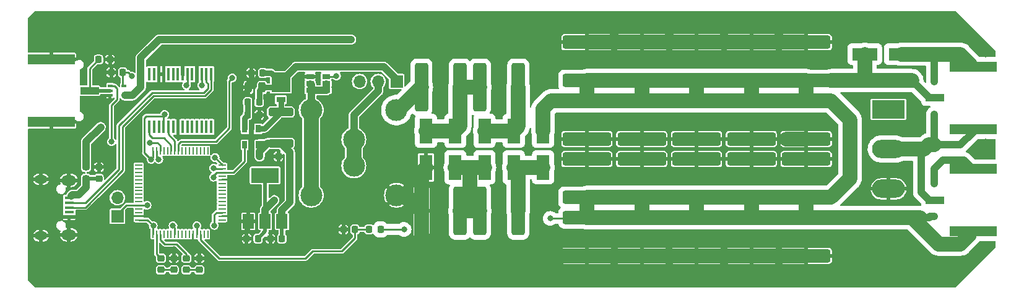
<source format=gbr>
%TF.GenerationSoftware,KiCad,Pcbnew,8.0.7*%
%TF.CreationDate,2025-01-15T10:07:11+01:00*%
%TF.ProjectId,emfi,656d6669-2e6b-4696-9361-645f70636258,0.1*%
%TF.SameCoordinates,Original*%
%TF.FileFunction,Copper,L1,Top*%
%TF.FilePolarity,Positive*%
%FSLAX46Y46*%
G04 Gerber Fmt 4.6, Leading zero omitted, Abs format (unit mm)*
G04 Created by KiCad (PCBNEW 8.0.7) date 2025-01-15 10:07:11*
%MOMM*%
%LPD*%
G01*
G04 APERTURE LIST*
G04 Aperture macros list*
%AMRoundRect*
0 Rectangle with rounded corners*
0 $1 Rounding radius*
0 $2 $3 $4 $5 $6 $7 $8 $9 X,Y pos of 4 corners*
0 Add a 4 corners polygon primitive as box body*
4,1,4,$2,$3,$4,$5,$6,$7,$8,$9,$2,$3,0*
0 Add four circle primitives for the rounded corners*
1,1,$1+$1,$2,$3*
1,1,$1+$1,$4,$5*
1,1,$1+$1,$6,$7*
1,1,$1+$1,$8,$9*
0 Add four rect primitives between the rounded corners*
20,1,$1+$1,$2,$3,$4,$5,0*
20,1,$1+$1,$4,$5,$6,$7,0*
20,1,$1+$1,$6,$7,$8,$9,0*
20,1,$1+$1,$8,$9,$2,$3,0*%
G04 Aperture macros list end*
%TA.AperFunction,SMDPad,CuDef*%
%ADD10RoundRect,0.218750X-0.218750X-0.256250X0.218750X-0.256250X0.218750X0.256250X-0.218750X0.256250X0*%
%TD*%
%TA.AperFunction,SMDPad,CuDef*%
%ADD11RoundRect,0.218750X0.218750X0.256250X-0.218750X0.256250X-0.218750X-0.256250X0.218750X-0.256250X0*%
%TD*%
%TA.AperFunction,SMDPad,CuDef*%
%ADD12C,3.000000*%
%TD*%
%TA.AperFunction,SMDPad,CuDef*%
%ADD13RoundRect,0.243750X0.243750X0.456250X-0.243750X0.456250X-0.243750X-0.456250X0.243750X-0.456250X0*%
%TD*%
%TA.AperFunction,SMDPad,CuDef*%
%ADD14RoundRect,0.250000X1.450000X-0.312500X1.450000X0.312500X-1.450000X0.312500X-1.450000X-0.312500X0*%
%TD*%
%TA.AperFunction,SMDPad,CuDef*%
%ADD15R,0.650000X1.060000*%
%TD*%
%TA.AperFunction,SMDPad,CuDef*%
%ADD16R,2.540000X2.670000*%
%TD*%
%TA.AperFunction,SMDPad,CuDef*%
%ADD17R,1.270000X0.762000*%
%TD*%
%TA.AperFunction,SMDPad,CuDef*%
%ADD18R,0.250000X1.000000*%
%TD*%
%TA.AperFunction,SMDPad,CuDef*%
%ADD19R,1.000000X0.250000*%
%TD*%
%TA.AperFunction,SMDPad,CuDef*%
%ADD20R,0.450000X1.750000*%
%TD*%
%TA.AperFunction,SMDPad,CuDef*%
%ADD21R,1.060000X0.650000*%
%TD*%
%TA.AperFunction,ComponentPad*%
%ADD22R,1.700000X1.700000*%
%TD*%
%TA.AperFunction,ComponentPad*%
%ADD23O,1.700000X1.700000*%
%TD*%
%TA.AperFunction,SMDPad,CuDef*%
%ADD24RoundRect,0.218750X-0.256250X0.218750X-0.256250X-0.218750X0.256250X-0.218750X0.256250X0.218750X0*%
%TD*%
%TA.AperFunction,SMDPad,CuDef*%
%ADD25R,1.800000X3.500000*%
%TD*%
%TA.AperFunction,SMDPad,CuDef*%
%ADD26RoundRect,0.250000X0.650000X3.050000X-0.650000X3.050000X-0.650000X-3.050000X0.650000X-3.050000X0*%
%TD*%
%TA.AperFunction,SMDPad,CuDef*%
%ADD27RoundRect,0.250000X-0.650000X-3.050000X0.650000X-3.050000X0.650000X3.050000X-0.650000X3.050000X0*%
%TD*%
%TA.AperFunction,SMDPad,CuDef*%
%ADD28RoundRect,0.250000X3.050000X-0.650000X3.050000X0.650000X-3.050000X0.650000X-3.050000X-0.650000X0*%
%TD*%
%TA.AperFunction,SMDPad,CuDef*%
%ADD29RoundRect,0.250000X-3.050000X0.650000X-3.050000X-0.650000X3.050000X-0.650000X3.050000X0.650000X0*%
%TD*%
%TA.AperFunction,SMDPad,CuDef*%
%ADD30R,1.500000X2.000000*%
%TD*%
%TA.AperFunction,SMDPad,CuDef*%
%ADD31R,3.800000X2.000000*%
%TD*%
%TA.AperFunction,SMDPad,CuDef*%
%ADD32RoundRect,0.218750X0.256250X-0.218750X0.256250X0.218750X-0.256250X0.218750X-0.256250X-0.218750X0*%
%TD*%
%TA.AperFunction,SMDPad,CuDef*%
%ADD33R,2.500000X1.000000*%
%TD*%
%TA.AperFunction,SMDPad,CuDef*%
%ADD34R,6.400000X1.440000*%
%TD*%
%TA.AperFunction,SMDPad,CuDef*%
%ADD35R,3.500000X1.800000*%
%TD*%
%TA.AperFunction,SMDPad,CuDef*%
%ADD36R,0.650000X0.400000*%
%TD*%
%TA.AperFunction,ComponentPad*%
%ADD37R,4.500000X2.500000*%
%TD*%
%TA.AperFunction,ComponentPad*%
%ADD38O,4.500000X2.500000*%
%TD*%
%TA.AperFunction,ComponentPad*%
%ADD39O,1.800000X1.150000*%
%TD*%
%TA.AperFunction,ComponentPad*%
%ADD40O,2.000000X1.450000*%
%TD*%
%TA.AperFunction,SMDPad,CuDef*%
%ADD41R,1.300000X0.450000*%
%TD*%
%TA.AperFunction,ViaPad*%
%ADD42C,0.800000*%
%TD*%
%TA.AperFunction,Conductor*%
%ADD43C,0.750000*%
%TD*%
%TA.AperFunction,Conductor*%
%ADD44C,2.000000*%
%TD*%
%TA.AperFunction,Conductor*%
%ADD45C,0.500000*%
%TD*%
%TA.AperFunction,Conductor*%
%ADD46C,0.700000*%
%TD*%
%TA.AperFunction,Conductor*%
%ADD47C,0.250000*%
%TD*%
%TA.AperFunction,Conductor*%
%ADD48C,1.000000*%
%TD*%
G04 APERTURE END LIST*
D10*
%TO.P,R7,1*%
%TO.N,Net-(J2-Pad1)*%
X52712500Y-34750000D03*
%TO.P,R7,2*%
%TO.N,GND*%
X54287500Y-34750000D03*
%TD*%
D11*
%TO.P,C13,1*%
%TO.N,+3V3A*%
X74537500Y-59250000D03*
%TO.P,C13,2*%
%TO.N,GND*%
X72962500Y-59250000D03*
%TD*%
%TO.P,C11,1*%
%TO.N,+5V*%
X77787500Y-59250000D03*
%TO.P,C11,2*%
%TO.N,GND*%
X76212500Y-59250000D03*
%TD*%
%TO.P,C10,1*%
%TO.N,+5V*%
X78887500Y-48000000D03*
%TO.P,C10,2*%
%TO.N,GND*%
X77312500Y-48000000D03*
%TD*%
D12*
%TO.P,U7,1*%
%TO.N,Net-(Q1-Pad1)*%
X81795000Y-53325000D03*
%TO.P,U7,2*%
%TO.N,Net-(J5-Pad2)*%
X87630000Y-49295000D03*
%TO.P,U7,3*%
%TO.N,Net-(Q1-Pad1)*%
X81795000Y-41655000D03*
%TO.P,U7,4*%
%TO.N,Net-(J5-Pad2)*%
X87630000Y-45685000D03*
%TO.P,U7,5*%
%TO.N,GND*%
X93465000Y-53325000D03*
%TO.P,U7,6*%
%TO.N,Net-(C18-Pad2)*%
X93465000Y-41655000D03*
%TD*%
D10*
%TO.P,R6,1*%
%TO.N,Net-(R5-Pad2)*%
X73101500Y-42315607D03*
%TO.P,R6,2*%
%TO.N,GND*%
X74676500Y-42315607D03*
%TD*%
D11*
%TO.P,R5,1*%
%TO.N,+15V*%
X74676500Y-40565607D03*
%TO.P,R5,2*%
%TO.N,Net-(R5-Pad2)*%
X73101500Y-40565607D03*
%TD*%
D10*
%TO.P,C16,1*%
%TO.N,GND*%
X73601500Y-36565607D03*
%TO.P,C16,2*%
%TO.N,+15V*%
X75176500Y-36565607D03*
%TD*%
D13*
%TO.P,C15,1*%
%TO.N,+15V*%
X75076500Y-38565607D03*
%TO.P,C15,2*%
%TO.N,GND*%
X73201500Y-38565607D03*
%TD*%
D14*
%TO.P,L2,1*%
%TO.N,+5V*%
X77639000Y-46203107D03*
%TO.P,L2,2*%
%TO.N,Net-(D5-Pad2)*%
X77639000Y-41928107D03*
%TD*%
D15*
%TO.P,U3,1*%
%TO.N,Net-(D5-Pad2)*%
X74589000Y-44215607D03*
%TO.P,U3,2*%
%TO.N,GND*%
X73639000Y-44215607D03*
%TO.P,U3,3*%
%TO.N,Net-(R5-Pad2)*%
X72689000Y-44215607D03*
%TO.P,U3,4*%
%TO.N,/mcu/20V_EN*%
X72689000Y-46415607D03*
%TO.P,U3,5*%
%TO.N,+5V*%
X74589000Y-46415607D03*
%TD*%
D16*
%TO.P,D5,1*%
%TO.N,+15V*%
X77639000Y-37867107D03*
D17*
%TO.P,D5,2*%
%TO.N,Net-(D5-Pad2)*%
X77639000Y-40218107D03*
%TD*%
D18*
%TO.P,U1,1*%
%TO.N,+3V3*%
X60150000Y-58650000D03*
%TO.P,U1,2*%
%TO.N,Net-(R8-Pad2)*%
X60650000Y-58650000D03*
%TO.P,U1,3*%
%TO.N,Net-(R10-Pad2)*%
X61150000Y-58650000D03*
%TO.P,U1,4*%
%TO.N,Net-(U1-Pad4)*%
X61650000Y-58650000D03*
%TO.P,U1,5*%
%TO.N,Net-(U1-Pad5)*%
X62150000Y-58650000D03*
%TO.P,U1,6*%
%TO.N,Net-(U1-Pad6)*%
X62650000Y-58650000D03*
%TO.P,U1,7*%
%TO.N,+3V3*%
X63150000Y-58650000D03*
%TO.P,U1,8*%
%TO.N,Net-(U1-Pad8)*%
X63650000Y-58650000D03*
%TO.P,U1,9*%
%TO.N,Net-(U1-Pad9)*%
X64150000Y-58650000D03*
%TO.P,U1,10*%
%TO.N,Net-(U1-Pad10)*%
X64650000Y-58650000D03*
%TO.P,U1,11*%
%TO.N,Net-(U1-Pad11)*%
X65150000Y-58650000D03*
%TO.P,U1,12*%
%TO.N,GND*%
X65650000Y-58650000D03*
%TO.P,U1,13*%
%TO.N,+3V3*%
X66150000Y-58650000D03*
%TO.P,U1,14*%
%TO.N,/mcu/ADC*%
X66650000Y-58650000D03*
%TO.P,U1,15*%
%TO.N,Net-(U1-Pad15)*%
X67150000Y-58650000D03*
%TO.P,U1,16*%
%TO.N,Net-(U1-Pad16)*%
X67650000Y-58650000D03*
D19*
%TO.P,U1,17*%
%TO.N,Net-(U1-Pad17)*%
X69600000Y-56700000D03*
%TO.P,U1,18*%
%TO.N,GND*%
X69600000Y-56200000D03*
%TO.P,U1,19*%
%TO.N,+3V3*%
X69600000Y-55700000D03*
%TO.P,U1,20*%
%TO.N,Net-(U1-Pad20)*%
X69600000Y-55200000D03*
%TO.P,U1,21*%
%TO.N,Net-(U1-Pad21)*%
X69600000Y-54700000D03*
%TO.P,U1,22*%
%TO.N,Net-(U1-Pad22)*%
X69600000Y-54200000D03*
%TO.P,U1,23*%
%TO.N,Net-(U1-Pad23)*%
X69600000Y-53700000D03*
%TO.P,U1,24*%
%TO.N,Net-(U1-Pad24)*%
X69600000Y-53200000D03*
%TO.P,U1,25*%
%TO.N,Net-(U1-Pad25)*%
X69600000Y-52700000D03*
%TO.P,U1,26*%
%TO.N,Net-(U1-Pad26)*%
X69600000Y-52200000D03*
%TO.P,U1,27*%
%TO.N,Net-(U1-Pad27)*%
X69600000Y-51700000D03*
%TO.P,U1,28*%
%TO.N,GND*%
X69600000Y-51200000D03*
%TO.P,U1,29*%
%TO.N,Net-(U1-Pad29)*%
X69600000Y-50700000D03*
%TO.P,U1,30*%
%TO.N,/mcu/20V_EN*%
X69600000Y-50200000D03*
%TO.P,U1,31*%
%TO.N,Net-(C6-Pad1)*%
X69600000Y-49700000D03*
%TO.P,U1,32*%
%TO.N,+3V3*%
X69600000Y-49200000D03*
D18*
%TO.P,U1,33*%
%TO.N,Net-(U1-Pad33)*%
X67650000Y-47250000D03*
%TO.P,U1,34*%
%TO.N,Net-(U1-Pad34)*%
X67150000Y-47250000D03*
%TO.P,U1,35*%
%TO.N,Net-(U1-Pad35)*%
X66650000Y-47250000D03*
%TO.P,U1,36*%
%TO.N,Net-(U1-Pad36)*%
X66150000Y-47250000D03*
%TO.P,U1,37*%
%TO.N,Net-(U1-Pad37)*%
X65650000Y-47250000D03*
%TO.P,U1,38*%
%TO.N,Net-(U1-Pad38)*%
X65150000Y-47250000D03*
%TO.P,U1,39*%
%TO.N,Net-(U1-Pad39)*%
X64650000Y-47250000D03*
%TO.P,U1,40*%
%TO.N,Net-(U1-Pad40)*%
X64150000Y-47250000D03*
%TO.P,U1,41*%
%TO.N,/analog/CHARGE_PWM*%
X63650000Y-47250000D03*
%TO.P,U1,42*%
%TO.N,/ft232/RX*%
X63150000Y-47250000D03*
%TO.P,U1,43*%
%TO.N,/mcu/RX*%
X62650000Y-47250000D03*
%TO.P,U1,44*%
%TO.N,Net-(U1-Pad44)*%
X62150000Y-47250000D03*
%TO.P,U1,45*%
%TO.N,Net-(U1-Pad45)*%
X61650000Y-47250000D03*
%TO.P,U1,46*%
%TO.N,/mcu/SW_SHOOT*%
X61150000Y-47250000D03*
%TO.P,U1,47*%
%TO.N,Net-(C7-Pad1)*%
X60650000Y-47250000D03*
%TO.P,U1,48*%
%TO.N,+3V3*%
X60150000Y-47250000D03*
D19*
%TO.P,U1,49*%
%TO.N,Net-(U1-Pad49)*%
X58200000Y-49200000D03*
%TO.P,U1,50*%
%TO.N,Net-(U1-Pad50)*%
X58200000Y-49700000D03*
%TO.P,U1,51*%
%TO.N,Net-(U1-Pad51)*%
X58200000Y-50200000D03*
%TO.P,U1,52*%
%TO.N,Net-(U1-Pad52)*%
X58200000Y-50700000D03*
%TO.P,U1,53*%
%TO.N,Net-(U1-Pad53)*%
X58200000Y-51200000D03*
%TO.P,U1,54*%
%TO.N,Net-(U1-Pad54)*%
X58200000Y-51700000D03*
%TO.P,U1,55*%
%TO.N,Net-(U1-Pad55)*%
X58200000Y-52200000D03*
%TO.P,U1,56*%
%TO.N,Net-(U1-Pad56)*%
X58200000Y-52700000D03*
%TO.P,U1,57*%
%TO.N,Net-(U1-Pad57)*%
X58200000Y-53200000D03*
%TO.P,U1,58*%
%TO.N,Net-(U1-Pad58)*%
X58200000Y-53700000D03*
%TO.P,U1,59*%
%TO.N,Net-(U1-Pad59)*%
X58200000Y-54200000D03*
%TO.P,U1,60*%
%TO.N,Net-(J4-Pad1)*%
X58200000Y-54700000D03*
%TO.P,U1,61*%
%TO.N,Net-(U1-Pad61)*%
X58200000Y-55200000D03*
%TO.P,U1,62*%
%TO.N,Net-(U1-Pad62)*%
X58200000Y-55700000D03*
%TO.P,U1,63*%
%TO.N,GND*%
X58200000Y-56200000D03*
%TO.P,U1,64*%
%TO.N,+3V3*%
X58200000Y-56700000D03*
%TD*%
D20*
%TO.P,U2,1*%
%TO.N,/mcu/RX*%
X59675000Y-43950000D03*
%TO.P,U2,2*%
%TO.N,Net-(U2-Pad2)*%
X60325000Y-43950000D03*
%TO.P,U2,3*%
%TO.N,Net-(U2-Pad3)*%
X60975000Y-43950000D03*
%TO.P,U2,4*%
%TO.N,+3V3*%
X61625000Y-43950000D03*
%TO.P,U2,5*%
%TO.N,/ft232/RX*%
X62275000Y-43950000D03*
%TO.P,U2,6*%
%TO.N,Net-(U2-Pad6)*%
X62925000Y-43950000D03*
%TO.P,U2,7*%
%TO.N,GND*%
X63575000Y-43950000D03*
%TO.P,U2,8*%
%TO.N,N/C*%
X64225000Y-43950000D03*
%TO.P,U2,9*%
%TO.N,Net-(U2-Pad9)*%
X64875000Y-43950000D03*
%TO.P,U2,10*%
%TO.N,Net-(U2-Pad10)*%
X65525000Y-43950000D03*
%TO.P,U2,11*%
%TO.N,Net-(U2-Pad11)*%
X66175000Y-43950000D03*
%TO.P,U2,12*%
%TO.N,Net-(U2-Pad12)*%
X66825000Y-43950000D03*
%TO.P,U2,13*%
%TO.N,Net-(U2-Pad13)*%
X67475000Y-43950000D03*
%TO.P,U2,14*%
%TO.N,Net-(U2-Pad14)*%
X68125000Y-43950000D03*
%TO.P,U2,15*%
%TO.N,/ft232/USBD+*%
X68125000Y-36750000D03*
%TO.P,U2,16*%
%TO.N,/ft232/USBD-*%
X67475000Y-36750000D03*
%TO.P,U2,17*%
%TO.N,Net-(C9-Pad1)*%
X66825000Y-36750000D03*
%TO.P,U2,18*%
%TO.N,GND*%
X66175000Y-36750000D03*
%TO.P,U2,19*%
%TO.N,Net-(U2-Pad19)*%
X65525000Y-36750000D03*
%TO.P,U2,20*%
%TO.N,+3V3*%
X64875000Y-36750000D03*
%TO.P,U2,21*%
%TO.N,GND*%
X64225000Y-36750000D03*
%TO.P,U2,22*%
%TO.N,Net-(U2-Pad22)*%
X63575000Y-36750000D03*
%TO.P,U2,23*%
%TO.N,Net-(U2-Pad23)*%
X62925000Y-36750000D03*
%TO.P,U2,24*%
%TO.N,N/C*%
X62275000Y-36750000D03*
%TO.P,U2,25*%
%TO.N,GND*%
X61625000Y-36750000D03*
%TO.P,U2,26*%
X60975000Y-36750000D03*
%TO.P,U2,27*%
%TO.N,Net-(U2-Pad27)*%
X60325000Y-36750000D03*
%TO.P,U2,28*%
%TO.N,Net-(U2-Pad28)*%
X59675000Y-36750000D03*
%TD*%
D21*
%TO.P,Q1,1*%
%TO.N,Net-(Q1-Pad1)*%
X83850000Y-38950000D03*
%TO.P,Q1,2*%
X83850000Y-38000000D03*
%TO.P,Q1,3*%
%TO.N,/analog/CHARGE_PWM*%
X83850000Y-37050000D03*
%TO.P,Q1,4*%
%TO.N,GND*%
X81650000Y-37050000D03*
%TO.P,Q1,5*%
%TO.N,Net-(Q1-Pad1)*%
X81650000Y-38000000D03*
%TO.P,Q1,6*%
X81650000Y-38950000D03*
%TD*%
D22*
%TO.P,J5,1*%
%TO.N,+15V*%
X93500000Y-37750000D03*
D23*
%TO.P,J5,2*%
%TO.N,Net-(J5-Pad2)*%
X90960000Y-37750000D03*
%TO.P,J5,3*%
%TO.N,+3V3A*%
X88420000Y-37750000D03*
%TD*%
D24*
%TO.P,C1,1*%
%TO.N,GND*%
X52750000Y-49462500D03*
%TO.P,C1,2*%
%TO.N,/VBUS*%
X52750000Y-51037500D03*
%TD*%
D11*
%TO.P,R3,1*%
%TO.N,/mcu/ADC*%
X87787500Y-58000000D03*
%TO.P,R3,2*%
%TO.N,GND*%
X86212500Y-58000000D03*
%TD*%
%TO.P,R2,1*%
%TO.N,/analog/ANTENNA_A*%
X91287500Y-58000000D03*
%TO.P,R2,2*%
%TO.N,/mcu/ADC*%
X89712500Y-58000000D03*
%TD*%
D25*
%TO.P,D6,1*%
%TO.N,/analog/ANTENNA_A*%
X113500000Y-44500000D03*
%TO.P,D6,2*%
%TO.N,Net-(C21-Pad1)*%
X113500000Y-49500000D03*
%TD*%
D26*
%TO.P,C21,1*%
%TO.N,Net-(C21-Pad1)*%
X110125000Y-55500000D03*
%TO.P,C21,2*%
%TO.N,Net-(C19-Pad2)*%
X104875000Y-55500000D03*
%TD*%
D25*
%TO.P,D2,1*%
%TO.N,Net-(C19-Pad2)*%
X101500000Y-49500000D03*
%TO.P,D2,2*%
%TO.N,Net-(C18-Pad1)*%
X101500000Y-44500000D03*
%TD*%
D26*
%TO.P,C20,1*%
%TO.N,Net-(C20-Pad1)*%
X110125000Y-38500000D03*
%TO.P,C20,2*%
%TO.N,Net-(C18-Pad1)*%
X104875000Y-38500000D03*
%TD*%
D27*
%TO.P,C19,1*%
%TO.N,GND*%
X96875000Y-55500000D03*
%TO.P,C19,2*%
%TO.N,Net-(C19-Pad2)*%
X102125000Y-55500000D03*
%TD*%
D25*
%TO.P,D3,1*%
%TO.N,Net-(C20-Pad1)*%
X105500000Y-44500000D03*
%TO.P,D3,2*%
%TO.N,Net-(C19-Pad2)*%
X105500000Y-49500000D03*
%TD*%
%TO.P,D1,1*%
%TO.N,Net-(C18-Pad1)*%
X97500000Y-44500000D03*
%TO.P,D1,2*%
%TO.N,GND*%
X97500000Y-49500000D03*
%TD*%
%TO.P,D4,1*%
%TO.N,Net-(C21-Pad1)*%
X109500000Y-49500000D03*
%TO.P,D4,2*%
%TO.N,Net-(C20-Pad1)*%
X109500000Y-44500000D03*
%TD*%
D26*
%TO.P,C18,1*%
%TO.N,Net-(C18-Pad1)*%
X102125000Y-38500000D03*
%TO.P,C18,2*%
%TO.N,Net-(C18-Pad2)*%
X96875000Y-38500000D03*
%TD*%
D28*
%TO.P,C37,1*%
%TO.N,GND*%
X134500000Y-45625000D03*
%TO.P,C37,2*%
%TO.N,/analog/ANTENNA_A*%
X134500000Y-40375000D03*
%TD*%
D29*
%TO.P,C34,1*%
%TO.N,GND*%
X119500000Y-32375000D03*
%TO.P,C34,2*%
%TO.N,/analog/ANTENNA_A*%
X119500000Y-37625000D03*
%TD*%
%TO.P,C32,1*%
%TO.N,GND*%
X127000000Y-32375000D03*
%TO.P,C32,2*%
%TO.N,/analog/ANTENNA_A*%
X127000000Y-37625000D03*
%TD*%
D28*
%TO.P,C26,1*%
%TO.N,GND*%
X119500000Y-61625000D03*
%TO.P,C26,2*%
%TO.N,/analog/ANTENNA_A*%
X119500000Y-56375000D03*
%TD*%
D29*
%TO.P,C41,1*%
%TO.N,GND*%
X142000000Y-32375000D03*
%TO.P,C41,2*%
%TO.N,/analog/ANTENNA_A*%
X142000000Y-37625000D03*
%TD*%
D28*
%TO.P,C28,1*%
%TO.N,GND*%
X142000000Y-61625000D03*
%TO.P,C28,2*%
%TO.N,/analog/ANTENNA_A*%
X142000000Y-56375000D03*
%TD*%
D29*
%TO.P,C25,1*%
%TO.N,GND*%
X119500000Y-48375000D03*
%TO.P,C25,2*%
%TO.N,/analog/ANTENNA_A*%
X119500000Y-53625000D03*
%TD*%
D28*
%TO.P,C33,1*%
%TO.N,GND*%
X142000000Y-45625000D03*
%TO.P,C33,2*%
%TO.N,/analog/ANTENNA_A*%
X142000000Y-40375000D03*
%TD*%
%TO.P,C27,1*%
%TO.N,GND*%
X149500000Y-61625000D03*
%TO.P,C27,2*%
%TO.N,/analog/ANTENNA_A*%
X149500000Y-56375000D03*
%TD*%
D29*
%TO.P,C24,1*%
%TO.N,GND*%
X127000000Y-48375000D03*
%TO.P,C24,2*%
%TO.N,/analog/ANTENNA_A*%
X127000000Y-53625000D03*
%TD*%
%TO.P,C31,1*%
%TO.N,GND*%
X149500000Y-48375000D03*
%TO.P,C31,2*%
%TO.N,/analog/ANTENNA_A*%
X149500000Y-53625000D03*
%TD*%
D28*
%TO.P,C40,1*%
%TO.N,GND*%
X119500000Y-45625000D03*
%TO.P,C40,2*%
%TO.N,/analog/ANTENNA_A*%
X119500000Y-40375000D03*
%TD*%
%TO.P,C29,1*%
%TO.N,GND*%
X134500000Y-61625000D03*
%TO.P,C29,2*%
%TO.N,/analog/ANTENNA_A*%
X134500000Y-56375000D03*
%TD*%
%TO.P,C39,1*%
%TO.N,GND*%
X127000000Y-45625000D03*
%TO.P,C39,2*%
%TO.N,/analog/ANTENNA_A*%
X127000000Y-40375000D03*
%TD*%
%TO.P,C35,1*%
%TO.N,GND*%
X149500000Y-45625000D03*
%TO.P,C35,2*%
%TO.N,/analog/ANTENNA_A*%
X149500000Y-40375000D03*
%TD*%
D29*
%TO.P,C36,1*%
%TO.N,GND*%
X149500000Y-32375000D03*
%TO.P,C36,2*%
%TO.N,/analog/ANTENNA_A*%
X149500000Y-37625000D03*
%TD*%
%TO.P,C38,1*%
%TO.N,GND*%
X134500000Y-32375000D03*
%TO.P,C38,2*%
%TO.N,/analog/ANTENNA_A*%
X134500000Y-37625000D03*
%TD*%
D28*
%TO.P,C30,1*%
%TO.N,GND*%
X127000000Y-61625000D03*
%TO.P,C30,2*%
%TO.N,/analog/ANTENNA_A*%
X127000000Y-56375000D03*
%TD*%
D29*
%TO.P,C23,1*%
%TO.N,GND*%
X134500000Y-48375000D03*
%TO.P,C23,2*%
%TO.N,/analog/ANTENNA_A*%
X134500000Y-53625000D03*
%TD*%
D30*
%TO.P,U4,1*%
%TO.N,GND*%
X73200000Y-56900000D03*
%TO.P,U4,2*%
%TO.N,+3V3A*%
X75500000Y-56900000D03*
D31*
X75500000Y-50600000D03*
D30*
%TO.P,U4,3*%
%TO.N,+5V*%
X77800000Y-56900000D03*
%TD*%
D24*
%TO.P,D8,1*%
%TO.N,GND*%
X66500000Y-61962500D03*
%TO.P,D8,2*%
%TO.N,Net-(D8-Pad2)*%
X66500000Y-63537500D03*
%TD*%
%TO.P,D7,1*%
%TO.N,GND*%
X63000000Y-61962500D03*
%TO.P,D7,2*%
%TO.N,Net-(D7-Pad2)*%
X63000000Y-63537500D03*
%TD*%
D32*
%TO.P,R8,1*%
%TO.N,Net-(D7-Pad2)*%
X61250000Y-63537500D03*
%TO.P,R8,2*%
%TO.N,Net-(R8-Pad2)*%
X61250000Y-61962500D03*
%TD*%
%TO.P,R10,1*%
%TO.N,Net-(D8-Pad2)*%
X64750000Y-63537500D03*
%TO.P,R10,2*%
%TO.N,Net-(R10-Pad2)*%
X64750000Y-61962500D03*
%TD*%
D22*
%TO.P,J4,1*%
%TO.N,Net-(J4-Pad1)*%
X55300000Y-56200000D03*
D23*
%TO.P,J4,2*%
%TO.N,+3V3*%
X55300000Y-53660000D03*
%TD*%
D33*
%TO.P,J2,1*%
%TO.N,Net-(J2-Pad1)*%
X51500000Y-39000000D03*
D34*
%TO.P,J2,2*%
%TO.N,GND*%
X46250000Y-34720000D03*
X46250000Y-43280000D03*
%TD*%
D33*
%TO.P,J3,1*%
%TO.N,/analog/ANTENNA_A*%
X167050000Y-40000000D03*
D34*
%TO.P,J3,2*%
%TO.N,/analog/ANTENNA_B*%
X172300000Y-44280000D03*
X172300000Y-35720000D03*
%TD*%
D32*
%TO.P,L1,1*%
%TO.N,/VBUS*%
X51000000Y-51037500D03*
%TO.P,L1,2*%
%TO.N,+5V*%
X51000000Y-49462500D03*
%TD*%
D33*
%TO.P,J6,1*%
%TO.N,/analog/ANTENNA_B*%
X167050000Y-54000000D03*
D34*
%TO.P,J6,2*%
%TO.N,/analog/ANTENNA_A*%
X172300000Y-58280000D03*
X172300000Y-49720000D03*
%TD*%
D29*
%TO.P,C22,1*%
%TO.N,GND*%
X142000000Y-48375000D03*
%TO.P,C22,2*%
%TO.N,/analog/ANTENNA_A*%
X142000000Y-53625000D03*
%TD*%
D35*
%TO.P,D9,1*%
%TO.N,/analog/ANTENNA_A*%
X157500000Y-34000000D03*
%TO.P,D9,2*%
%TO.N,/analog/ANTENNA_B*%
X162500000Y-34000000D03*
%TD*%
D36*
%TO.P,U8,1*%
%TO.N,/mcu/SW_SHOOT*%
X54300000Y-38350000D03*
%TO.P,U8,2*%
%TO.N,Net-(J2-Pad1)*%
X54300000Y-39000000D03*
%TO.P,U8,3*%
%TO.N,GND*%
X54300000Y-39650000D03*
%TO.P,U8,4*%
%TO.N,/analog/SHOOT*%
X56200000Y-39650000D03*
%TO.P,U8,5*%
%TO.N,+3V3*%
X56200000Y-38350000D03*
%TD*%
D10*
%TO.P,C42,1*%
%TO.N,GND*%
X54462500Y-36500000D03*
%TO.P,C42,2*%
%TO.N,+3V3*%
X56037500Y-36500000D03*
%TD*%
D37*
%TO.P,Q2,1*%
%TO.N,Net-(Q2-Pad1)*%
X160750000Y-41550000D03*
D38*
%TO.P,Q2,2*%
%TO.N,/analog/ANTENNA_B*%
X160750000Y-47000000D03*
%TO.P,Q2,3*%
%TO.N,GND*%
X160750000Y-52450000D03*
%TD*%
D39*
%TO.P,J1,6*%
%TO.N,GND*%
X44850000Y-58875000D03*
D40*
X48650000Y-58725000D03*
X48650000Y-51275000D03*
D39*
X44850000Y-51125000D03*
D41*
%TO.P,J1,5*%
X48700000Y-56300000D03*
%TO.P,J1,4*%
%TO.N,Net-(J1-Pad4)*%
X48700000Y-55650000D03*
%TO.P,J1,3*%
%TO.N,/ft232/USBD+*%
X48700000Y-55000000D03*
%TO.P,J1,2*%
%TO.N,/ft232/USBD-*%
X48700000Y-54350000D03*
%TO.P,J1,1*%
%TO.N,/VBUS*%
X48700000Y-53700000D03*
%TD*%
D42*
%TO.N,GND*%
X44000000Y-45000000D03*
X44000000Y-49000000D03*
X44000000Y-48000000D03*
X44000000Y-47000000D03*
X44000000Y-46000000D03*
X44000000Y-33000000D03*
X44000000Y-32000000D03*
X44000000Y-31000000D03*
X44000000Y-30000000D03*
X45000000Y-29000000D03*
X46000000Y-29000000D03*
X47000000Y-29000000D03*
X48000000Y-29000000D03*
X49000000Y-29000000D03*
X50000000Y-29000000D03*
X51000000Y-29000000D03*
X52000000Y-29000000D03*
X53000000Y-29000000D03*
X60000000Y-29000000D03*
X56000000Y-29000000D03*
X62000000Y-29000000D03*
X58000000Y-29000000D03*
X55000000Y-29000000D03*
X59000000Y-29000000D03*
X54000000Y-29000000D03*
X61000000Y-29000000D03*
X57000000Y-29000000D03*
X78000000Y-29000000D03*
X75000000Y-29000000D03*
X68000000Y-29000000D03*
X64000000Y-29000000D03*
X79000000Y-29000000D03*
X70000000Y-29000000D03*
X66000000Y-29000000D03*
X63000000Y-29000000D03*
X67000000Y-29000000D03*
X72000000Y-29000000D03*
X76000000Y-29000000D03*
X69000000Y-29000000D03*
X71000000Y-29000000D03*
X73000000Y-29000000D03*
X74000000Y-29000000D03*
X65000000Y-29000000D03*
X77000000Y-29000000D03*
X84000000Y-29000000D03*
X92000000Y-29000000D03*
X87000000Y-29000000D03*
X91000000Y-29000000D03*
X93000000Y-29000000D03*
X90000000Y-29000000D03*
X80000000Y-29000000D03*
X86000000Y-29000000D03*
X95000000Y-29000000D03*
X88000000Y-29000000D03*
X89000000Y-29000000D03*
X96000000Y-29000000D03*
X81000000Y-29000000D03*
X94000000Y-29000000D03*
X83000000Y-29000000D03*
X85000000Y-29000000D03*
X82000000Y-29000000D03*
X100000000Y-29000000D03*
X99000000Y-29000000D03*
X112000000Y-29000000D03*
X101000000Y-29000000D03*
X98000000Y-29000000D03*
X107000000Y-29000000D03*
X105000000Y-29000000D03*
X109000000Y-29000000D03*
X119000000Y-29000000D03*
X110000000Y-29000000D03*
X118000000Y-29000000D03*
X103000000Y-29000000D03*
X108000000Y-29000000D03*
X97000000Y-29000000D03*
X111000000Y-29000000D03*
X104000000Y-29000000D03*
X116000000Y-29000000D03*
X106000000Y-29000000D03*
X113000000Y-29000000D03*
X117000000Y-29000000D03*
X121000000Y-29000000D03*
X114000000Y-29000000D03*
X115000000Y-29000000D03*
X102000000Y-29000000D03*
X120000000Y-29000000D03*
X140000000Y-29000000D03*
X132000000Y-29000000D03*
X141000000Y-29000000D03*
X124000000Y-29000000D03*
X145000000Y-29000000D03*
X142000000Y-29000000D03*
X126000000Y-29000000D03*
X123000000Y-29000000D03*
X146000000Y-29000000D03*
X122000000Y-29000000D03*
X135000000Y-29000000D03*
X125000000Y-29000000D03*
X138000000Y-29000000D03*
X136000000Y-29000000D03*
X133000000Y-29000000D03*
X144000000Y-29000000D03*
X130000000Y-29000000D03*
X129000000Y-29000000D03*
X134000000Y-29000000D03*
X128000000Y-29000000D03*
X131000000Y-29000000D03*
X139000000Y-29000000D03*
X137000000Y-29000000D03*
X127000000Y-29000000D03*
X143000000Y-29000000D03*
X158000000Y-29000000D03*
X157000000Y-29000000D03*
X151000000Y-29000000D03*
X147000000Y-29000000D03*
X149000000Y-29000000D03*
X150000000Y-29000000D03*
X155000000Y-29000000D03*
X154000000Y-29000000D03*
X153000000Y-29000000D03*
X156000000Y-29000000D03*
X148000000Y-29000000D03*
X152000000Y-29000000D03*
X159000000Y-29000000D03*
X160000000Y-29000000D03*
X161000000Y-29000000D03*
X162000000Y-29000000D03*
X163000000Y-29000000D03*
X164000000Y-29000000D03*
X164000000Y-65000000D03*
X163000000Y-65000000D03*
X162000000Y-65000000D03*
X161000000Y-65000000D03*
X160000000Y-65000000D03*
X158000000Y-65000000D03*
X159000000Y-65000000D03*
X157000000Y-65000000D03*
X155000000Y-65000000D03*
X152000000Y-65000000D03*
X156000000Y-65000000D03*
X153000000Y-65000000D03*
X154000000Y-65000000D03*
X150000000Y-65000000D03*
X147000000Y-65000000D03*
X148000000Y-65000000D03*
X151000000Y-65000000D03*
X146000000Y-65000000D03*
X149000000Y-65000000D03*
X145000000Y-65000000D03*
X143000000Y-65000000D03*
X142000000Y-65000000D03*
X141000000Y-65000000D03*
X140000000Y-65000000D03*
X144000000Y-65000000D03*
X128000000Y-65000000D03*
X126000000Y-65000000D03*
X125000000Y-65000000D03*
X133000000Y-65000000D03*
X130000000Y-65000000D03*
X138000000Y-65000000D03*
X131000000Y-65000000D03*
X135000000Y-65000000D03*
X139000000Y-65000000D03*
X134000000Y-65000000D03*
X136000000Y-65000000D03*
X124000000Y-65000000D03*
X129000000Y-65000000D03*
X127000000Y-65000000D03*
X132000000Y-65000000D03*
X137000000Y-65000000D03*
X116000000Y-65000000D03*
X110000000Y-65000000D03*
X108000000Y-65000000D03*
X109000000Y-65000000D03*
X122000000Y-65000000D03*
X121000000Y-65000000D03*
X117000000Y-65000000D03*
X119000000Y-65000000D03*
X112000000Y-65000000D03*
X115000000Y-65000000D03*
X111000000Y-65000000D03*
X120000000Y-65000000D03*
X114000000Y-65000000D03*
X113000000Y-65000000D03*
X123000000Y-65000000D03*
X118000000Y-65000000D03*
X105000000Y-65000000D03*
X94000000Y-65000000D03*
X95000000Y-65000000D03*
X97000000Y-65000000D03*
X104000000Y-65000000D03*
X96000000Y-65000000D03*
X103000000Y-65000000D03*
X93000000Y-65000000D03*
X106000000Y-65000000D03*
X92000000Y-65000000D03*
X102000000Y-65000000D03*
X100000000Y-65000000D03*
X99000000Y-65000000D03*
X98000000Y-65000000D03*
X101000000Y-65000000D03*
X107000000Y-65000000D03*
X91000000Y-65000000D03*
X76000000Y-65000000D03*
X86000000Y-65000000D03*
X88000000Y-65000000D03*
X89000000Y-65000000D03*
X81000000Y-65000000D03*
X84000000Y-65000000D03*
X83000000Y-65000000D03*
X82000000Y-65000000D03*
X85000000Y-65000000D03*
X80000000Y-65000000D03*
X87000000Y-65000000D03*
X90000000Y-65000000D03*
X78000000Y-65000000D03*
X79000000Y-65000000D03*
X77000000Y-65000000D03*
X68000000Y-65000000D03*
X66000000Y-65000000D03*
X69000000Y-65000000D03*
X73000000Y-65000000D03*
X72000000Y-65000000D03*
X60000000Y-65000000D03*
X67000000Y-65000000D03*
X75000000Y-65000000D03*
X70000000Y-65000000D03*
X62000000Y-65000000D03*
X63000000Y-65000000D03*
X61000000Y-65000000D03*
X65000000Y-65000000D03*
X71000000Y-65000000D03*
X74000000Y-65000000D03*
X64000000Y-65000000D03*
X49000000Y-65000000D03*
X53000000Y-65000000D03*
X57000000Y-65000000D03*
X51000000Y-65000000D03*
X52000000Y-65000000D03*
X50000000Y-65000000D03*
X55000000Y-65000000D03*
X58000000Y-65000000D03*
X59000000Y-65000000D03*
X54000000Y-65000000D03*
X45000000Y-65000000D03*
X48000000Y-65000000D03*
X47000000Y-65000000D03*
X56000000Y-65000000D03*
X46000000Y-65000000D03*
X44000000Y-64000000D03*
X44000000Y-63000000D03*
X44000000Y-62000000D03*
X44000000Y-61000000D03*
X165000000Y-29000000D03*
X166000000Y-29000000D03*
X167000000Y-29000000D03*
X168000000Y-29000000D03*
X169000000Y-29000000D03*
X170000000Y-30000000D03*
X171000000Y-31000000D03*
X172000000Y-32000000D03*
X173000000Y-33000000D03*
X174000000Y-34000000D03*
X174000000Y-46000000D03*
X174000000Y-47000000D03*
X174000000Y-48000000D03*
X174000000Y-60000000D03*
X173000000Y-61000000D03*
X172000000Y-62000000D03*
X171000000Y-63000000D03*
X170000000Y-64000000D03*
X169000000Y-65000000D03*
X168000000Y-65000000D03*
X167000000Y-65000000D03*
X166000000Y-65000000D03*
X165000000Y-65000000D03*
X84000000Y-41000000D03*
X84000000Y-43000000D03*
X84000000Y-45000000D03*
X84000000Y-47000000D03*
X84000000Y-49000000D03*
X84000000Y-51000000D03*
X84000000Y-53000000D03*
X84000000Y-63000000D03*
X84000000Y-59000000D03*
X84000000Y-57000000D03*
X55750000Y-42000000D03*
X64500000Y-42000000D03*
X63750000Y-49000000D03*
X63750000Y-53000000D03*
X67750000Y-53000000D03*
X63000000Y-60750000D03*
X66500000Y-60750000D03*
X156500000Y-53600000D03*
X156500000Y-40300000D03*
X76150000Y-48000000D03*
X52750000Y-48250000D03*
X84000000Y-33100010D03*
X71738990Y-45350000D03*
X50250000Y-56250000D03*
X73650000Y-45350000D03*
X84000000Y-30899990D03*
X53250000Y-36500000D03*
%TO.N,/mcu/20V_EN*%
X68450000Y-50850000D03*
%TO.N,/analog/ANTENNA_A*%
X94500000Y-58000000D03*
X114500000Y-56500000D03*
X167000000Y-51750000D03*
X167000000Y-56250000D03*
%TO.N,/analog/SHOOT*%
X87250000Y-32000000D03*
%TO.N,Net-(J4-Pad1)*%
X59350000Y-54700000D03*
%TO.N,/analog/ANTENNA_B*%
X167000000Y-37750000D03*
X167000000Y-42250000D03*
%TO.N,/analog/CHARGE_PWM*%
X71000000Y-37250000D03*
X85250000Y-37000000D03*
%TO.N,+5V*%
X53000000Y-44000000D03*
X74750000Y-48000000D03*
%TO.N,+3V3A*%
X76750000Y-54000000D03*
%TO.N,+3V3*%
X68650000Y-48150000D03*
X57250000Y-36999952D03*
X59900000Y-48400000D03*
X68550000Y-57450000D03*
X66150000Y-57500000D03*
X62900000Y-57500000D03*
X60200000Y-57500000D03*
X64750000Y-38250000D03*
X61750000Y-42250000D03*
%TO.N,Net-(C9-Pad1)*%
X66850000Y-38250000D03*
%TO.N,Net-(C6-Pad1)*%
X68450000Y-49600000D03*
%TO.N,Net-(C7-Pad1)*%
X60950000Y-48400000D03*
%TO.N,/mcu/SW_SHOOT*%
X59725000Y-46120484D03*
X54500000Y-46000000D03*
%TD*%
D43*
%TO.N,GND*%
X73639000Y-44215607D02*
X73639000Y-43375655D01*
X74214888Y-42799767D02*
X74214888Y-42777219D01*
X73601500Y-38165607D02*
X73201500Y-38565607D01*
X74214888Y-42777219D02*
X74676500Y-42315607D01*
X73201500Y-38868059D02*
X73201500Y-38565607D01*
X73639000Y-43375655D02*
X74214888Y-42799767D01*
X73601500Y-36565607D02*
X73601500Y-38165607D01*
X71738990Y-40330569D02*
X73201500Y-38868059D01*
D44*
X96875000Y-55500000D02*
X96875000Y-58900000D01*
X96875000Y-58900000D02*
X99600000Y-61625000D01*
D45*
X72962500Y-57137500D02*
X73200000Y-56900000D01*
X52750000Y-49462500D02*
X52750000Y-48250000D01*
D44*
X119500000Y-61625000D02*
X149500000Y-61625000D01*
D45*
X72962500Y-59250000D02*
X72962500Y-57137500D01*
D44*
X93465000Y-53325000D02*
X94700000Y-53325000D01*
D46*
X73639000Y-45339000D02*
X73650000Y-45350000D01*
D44*
X146750000Y-45625000D02*
X149500000Y-45625000D01*
X116100000Y-61625000D02*
X119500000Y-61625000D01*
X94700000Y-53325000D02*
X96875000Y-55500000D01*
X96875000Y-55500000D02*
X96875000Y-50125000D01*
D46*
X73639000Y-44215607D02*
X73639000Y-45339000D01*
D44*
X96875000Y-50125000D02*
X97500000Y-49500000D01*
D47*
X63000000Y-61962500D02*
X63000000Y-60750000D01*
X66500000Y-61962500D02*
X66500000Y-60750000D01*
D44*
X119500000Y-32375000D02*
X149500000Y-32375000D01*
D47*
X54287500Y-36325000D02*
X54462500Y-36500000D01*
X54462500Y-36500000D02*
X53250000Y-36500000D01*
D46*
X71738990Y-40330569D02*
X71738990Y-45350000D01*
D47*
X77312500Y-48000000D02*
X76150000Y-48000000D01*
D44*
X99600000Y-61625000D02*
X116100000Y-61625000D01*
D47*
X54287500Y-34750000D02*
X54287500Y-36325000D01*
%TO.N,/mcu/20V_EN*%
X69600000Y-50200000D02*
X68889998Y-50200000D01*
X68450000Y-50639998D02*
X68450000Y-50850000D01*
X72689000Y-48711000D02*
X71200000Y-50200000D01*
X71200000Y-50200000D02*
X69500000Y-50200000D01*
X68889998Y-50200000D02*
X68450000Y-50639998D01*
X72689000Y-46415607D02*
X72689000Y-48711000D01*
%TO.N,/mcu/ADC*%
X66650000Y-58650000D02*
X66650000Y-59400000D01*
X81000000Y-62000000D02*
X82000000Y-61000000D01*
X66650000Y-59400000D02*
X69250000Y-62000000D01*
X87787500Y-59212500D02*
X87787500Y-58000000D01*
X69250000Y-62000000D02*
X81000000Y-62000000D01*
X89712500Y-58000000D02*
X87787500Y-58000000D01*
X82000000Y-61000000D02*
X86000000Y-61000000D01*
X86000000Y-61000000D02*
X87787500Y-59212500D01*
D44*
%TO.N,/analog/ANTENNA_A*%
X149500000Y-56375000D02*
X164000000Y-56375000D01*
X149500000Y-40375000D02*
X152900000Y-40375000D01*
X163925000Y-37625000D02*
X157500000Y-37625000D01*
X134500000Y-53625000D02*
X134500000Y-56375000D01*
D48*
X167000000Y-49719998D02*
X168219998Y-48500000D01*
D44*
X127000000Y-53625000D02*
X127000000Y-56375000D01*
D48*
X166434315Y-56250000D02*
X166309315Y-56375000D01*
X167000000Y-56250000D02*
X166434315Y-56250000D01*
D44*
X149500000Y-40375000D02*
X119500000Y-40375000D01*
X164000000Y-56375000D02*
X165094998Y-56375000D01*
X127000000Y-37625000D02*
X127000000Y-40375000D01*
X157500000Y-37625000D02*
X152900000Y-37625000D01*
D47*
X94500000Y-58000000D02*
X91287500Y-58000000D01*
D48*
X168219998Y-48500000D02*
X171080000Y-48500000D01*
D47*
X114500000Y-56500000D02*
X119375000Y-56500000D01*
D44*
X152900000Y-53625000D02*
X149500000Y-53625000D01*
X142000000Y-37625000D02*
X142000000Y-40375000D01*
X167625000Y-60000000D02*
X164000000Y-56375000D01*
D48*
X171080000Y-48500000D02*
X171844990Y-49264990D01*
X167050000Y-40000000D02*
X166300000Y-40000000D01*
D44*
X119500000Y-53625000D02*
X146750000Y-53625000D01*
X113500000Y-41500000D02*
X114625000Y-40375000D01*
D48*
X167000000Y-51750000D02*
X167000000Y-49719998D01*
X166309315Y-56375000D02*
X165094998Y-56375000D01*
D44*
X149500000Y-56375000D02*
X119500000Y-56375000D01*
X171844990Y-58735010D02*
X170580000Y-60000000D01*
X119500000Y-37625000D02*
X149500000Y-37625000D01*
X170580000Y-60000000D02*
X167625000Y-60000000D01*
X142000000Y-53625000D02*
X142000000Y-56375000D01*
X119500000Y-53625000D02*
X119500000Y-56375000D01*
X146750000Y-53625000D02*
X149500000Y-53625000D01*
X149500000Y-53625000D02*
X149500000Y-56375000D01*
X114625000Y-40375000D02*
X119500000Y-40375000D01*
D48*
X152900000Y-37625000D02*
X149500000Y-37625000D01*
D44*
X149500000Y-37625000D02*
X149500000Y-40375000D01*
X113500000Y-44500000D02*
X113500000Y-41500000D01*
D47*
X119375000Y-56500000D02*
X119500000Y-56375000D01*
D44*
X152900000Y-40375000D02*
X155500000Y-42975000D01*
D48*
X166300000Y-40000000D02*
X163925000Y-37625000D01*
D44*
X155500000Y-51025000D02*
X152900000Y-53625000D01*
X155500000Y-42975000D02*
X155500000Y-51025000D01*
X134500000Y-37625000D02*
X134500000Y-40375000D01*
X119500000Y-37625000D02*
X119500000Y-40375000D01*
X157500000Y-37625000D02*
X157500000Y-34000000D01*
D48*
%TO.N,/analog/SHOOT*%
X86684315Y-32000000D02*
X87250000Y-32000000D01*
X56325000Y-39650000D02*
X57350000Y-39650000D01*
X57350000Y-39650000D02*
X58500000Y-38500000D01*
X61000000Y-32000000D02*
X86684315Y-32000000D01*
X58500000Y-38500000D02*
X58500000Y-34500000D01*
D45*
X56200000Y-39650000D02*
X56325000Y-39650000D01*
D48*
X58500000Y-34500000D02*
X61000000Y-32000000D01*
D47*
%TO.N,Net-(J4-Pad1)*%
X58200000Y-54700000D02*
X56550000Y-54700000D01*
X58200000Y-54700000D02*
X59350000Y-54700000D01*
X56550000Y-54700000D02*
X55250000Y-56000000D01*
D48*
%TO.N,/analog/ANTENNA_B*%
X167000000Y-37750000D02*
X167000000Y-35719998D01*
D44*
X170580000Y-34000000D02*
X171945000Y-35365000D01*
X167000000Y-34000000D02*
X170580000Y-34000000D01*
D48*
X165195000Y-52895000D02*
X165195000Y-47490000D01*
D44*
X160750000Y-47000000D02*
X165685000Y-47000000D01*
D48*
X166300000Y-54000000D02*
X165195000Y-52895000D01*
X165195000Y-47490000D02*
X165750000Y-46935000D01*
D44*
X162500000Y-34000000D02*
X167000000Y-34000000D01*
D48*
X167000000Y-46435000D02*
X167000000Y-42250000D01*
D44*
X166250000Y-46435000D02*
X167000000Y-46435000D01*
D48*
X167000000Y-35719998D02*
X167000000Y-34000000D01*
X167000000Y-46435000D02*
X170600010Y-46435000D01*
D47*
X165685000Y-47000000D02*
X165750000Y-46935000D01*
D48*
X170600010Y-46435000D02*
X172300000Y-44735010D01*
D44*
X165750000Y-46935000D02*
X166250000Y-46435000D01*
D48*
X167050000Y-54000000D02*
X166300000Y-54000000D01*
D43*
%TO.N,+15V*%
X76337500Y-36565607D02*
X77639000Y-37867107D01*
X75176500Y-36565607D02*
X76337500Y-36565607D01*
X76940500Y-38565607D02*
X77639000Y-37867107D01*
X74676500Y-40565607D02*
X74676500Y-38965607D01*
X75076500Y-38565607D02*
X76940500Y-38565607D01*
X74676500Y-38965607D02*
X75076500Y-38565607D01*
D48*
X93500000Y-37750000D02*
X93500000Y-37500000D01*
X93500000Y-37500000D02*
X91750000Y-35750000D01*
X91750000Y-35750000D02*
X79691107Y-35750000D01*
X77639000Y-37802107D02*
X77639000Y-37867107D01*
X79691107Y-35750000D02*
X77639000Y-37802107D01*
%TO.N,Net-(Q1-Pad1)*%
X83850000Y-38950000D02*
X83850000Y-38075001D01*
D44*
X81795000Y-53325000D02*
X81795000Y-41655000D01*
D48*
X81795000Y-41655000D02*
X81795000Y-38220001D01*
X81795000Y-38220001D02*
X81650000Y-38075001D01*
X83850000Y-38950000D02*
X81650000Y-38950000D01*
D47*
%TO.N,/analog/CHARGE_PWM*%
X64000000Y-46000000D02*
X63650000Y-46350000D01*
X71000000Y-37250000D02*
X70600001Y-37649999D01*
X70600001Y-37649999D02*
X70600001Y-44149999D01*
X85200000Y-37050000D02*
X85250000Y-37000000D01*
X83850000Y-37050000D02*
X85200000Y-37050000D01*
X63650000Y-46350000D02*
X63650000Y-47250000D01*
X68750000Y-46000000D02*
X64000000Y-46000000D01*
X70600001Y-44149999D02*
X68750000Y-46000000D01*
D43*
%TO.N,Net-(D5-Pad2)*%
X74589000Y-44215607D02*
X75351500Y-44215607D01*
X77639000Y-40218107D02*
X77639000Y-41928107D01*
X75351500Y-44215607D02*
X77639000Y-41928107D01*
%TO.N,Net-(R5-Pad2)*%
X72689000Y-44215607D02*
X72689000Y-42728107D01*
X72689000Y-42728107D02*
X73101500Y-42315607D01*
X73101500Y-42315607D02*
X73101500Y-40565607D01*
%TO.N,+5V*%
X77639000Y-46203107D02*
X74801500Y-46203107D01*
X74801500Y-46203107D02*
X74589000Y-46415607D01*
D48*
X78887500Y-54312500D02*
X78887500Y-48575000D01*
X51000000Y-46000000D02*
X53000000Y-44000000D01*
X78887500Y-47451607D02*
X77639000Y-46203107D01*
X78887500Y-48000000D02*
X78887500Y-47451607D01*
X77800000Y-55400000D02*
X78887500Y-54312500D01*
X51000000Y-49462500D02*
X51000000Y-46000000D01*
X77800000Y-56900000D02*
X77800000Y-55400000D01*
X78887500Y-48575000D02*
X78887500Y-48000000D01*
D45*
X77800000Y-59237500D02*
X77787500Y-59250000D01*
X76546893Y-46203107D02*
X77639000Y-46203107D01*
D48*
X75839000Y-46203107D02*
X77639000Y-46203107D01*
D45*
X77800000Y-56900000D02*
X77800000Y-59237500D01*
D48*
X74750000Y-47292107D02*
X75839000Y-46203107D01*
X74750000Y-48000000D02*
X74750000Y-47292107D01*
D45*
%TO.N,+3V3A*%
X75500000Y-58287500D02*
X74537500Y-59250000D01*
X75500000Y-56900000D02*
X75500000Y-55400000D01*
D48*
X75500000Y-55250000D02*
X75500000Y-56900000D01*
D45*
X75500000Y-56900000D02*
X75500000Y-58287500D01*
D48*
X76750000Y-54000000D02*
X75500000Y-55250000D01*
D45*
X75500000Y-55400000D02*
X75500000Y-50600000D01*
D47*
%TO.N,+3V3*%
X58200000Y-56700000D02*
X59400000Y-56700000D01*
X60150000Y-57550000D02*
X60200000Y-57500000D01*
X56850001Y-36599953D02*
X56849953Y-36599953D01*
X56750000Y-36500000D02*
X56037500Y-36500000D01*
X68850000Y-55700000D02*
X68550000Y-56000000D01*
X56037500Y-36500000D02*
X56037500Y-38187500D01*
X61625000Y-42375000D02*
X61750000Y-42250000D01*
X56849953Y-36599953D02*
X56750000Y-36500000D01*
X59000000Y-42750000D02*
X59250000Y-42500000D01*
X68550000Y-56000000D02*
X68550000Y-57450000D01*
X63150000Y-57750000D02*
X62900000Y-57500000D01*
X63150000Y-58650000D02*
X63150000Y-57750000D01*
X64875000Y-38125000D02*
X64750000Y-38250000D01*
X59400000Y-56700000D02*
X60200000Y-57500000D01*
X64875000Y-36750000D02*
X64875000Y-38125000D01*
X61625000Y-43950000D02*
X61625000Y-42375000D01*
X61500000Y-42500000D02*
X61750000Y-42250000D01*
X56200000Y-38350000D02*
X56325000Y-38350000D01*
X59250000Y-42500000D02*
X61500000Y-42500000D01*
X69600000Y-55700000D02*
X68850000Y-55700000D01*
X57250000Y-36999952D02*
X56850001Y-36599953D01*
X69600000Y-49200000D02*
X69600000Y-49100000D01*
X66150000Y-58650000D02*
X66150000Y-57500000D01*
X60150000Y-48150000D02*
X59900000Y-48400000D01*
X56037500Y-38187500D02*
X56200000Y-38350000D01*
X60150000Y-58650000D02*
X60150000Y-57550000D01*
X59000000Y-47500000D02*
X59000000Y-42750000D01*
X60150000Y-47250000D02*
X60150000Y-48150000D01*
X59900000Y-48400000D02*
X59000000Y-47500000D01*
X69600000Y-49100000D02*
X68650000Y-48150000D01*
%TO.N,/mcu/RX*%
X61650000Y-45500000D02*
X60100000Y-45500000D01*
X62650000Y-46500000D02*
X61650000Y-45500000D01*
X59675000Y-45075000D02*
X59675000Y-43950000D01*
X62650000Y-47250000D02*
X62650000Y-46500000D01*
X60100000Y-45500000D02*
X59675000Y-45075000D01*
%TO.N,/ft232/RX*%
X63150000Y-47250000D02*
X63150000Y-45860002D01*
X62275000Y-44985002D02*
X62275000Y-43950000D01*
X63150000Y-45860002D02*
X62275000Y-44985002D01*
%TO.N,Net-(C9-Pad1)*%
X66825000Y-36750000D02*
X66825000Y-38225000D01*
X66825000Y-38225000D02*
X66850000Y-38250000D01*
%TO.N,Net-(C6-Pad1)*%
X69600000Y-49700000D02*
X68450000Y-49700000D01*
%TO.N,Net-(C7-Pad1)*%
X60650000Y-48100000D02*
X60950000Y-48400000D01*
X60650000Y-47250000D02*
X60650000Y-48100000D01*
D44*
%TO.N,Net-(C20-Pad1)*%
X105500000Y-44500000D02*
X109500000Y-44500000D01*
X110125000Y-43875000D02*
X109500000Y-44500000D01*
X110125000Y-38500000D02*
X110125000Y-43875000D01*
%TO.N,Net-(C18-Pad1)*%
X104875000Y-38500000D02*
X102125000Y-38500000D01*
X97500000Y-44500000D02*
X101500000Y-44500000D01*
X102125000Y-38500000D02*
X102125000Y-43875000D01*
X102125000Y-43875000D02*
X101500000Y-44500000D01*
%TO.N,Net-(C19-Pad2)*%
X102125000Y-55500000D02*
X103500000Y-55500000D01*
X101500000Y-49500000D02*
X103500000Y-49500000D01*
X103500000Y-49500000D02*
X105500000Y-49500000D01*
X103500000Y-49500000D02*
X103500000Y-55500000D01*
X103500000Y-55500000D02*
X104875000Y-55500000D01*
%TO.N,Net-(C18-Pad2)*%
X93720000Y-41655000D02*
X96875000Y-38500000D01*
X93465000Y-41655000D02*
X93720000Y-41655000D01*
%TO.N,Net-(C21-Pad1)*%
X110125000Y-50125000D02*
X109500000Y-49500000D01*
X110125000Y-55500000D02*
X110125000Y-50125000D01*
X113500000Y-49500000D02*
X109500000Y-49500000D01*
%TO.N,Net-(J5-Pad2)*%
X87710000Y-49375000D02*
X87630000Y-49295000D01*
D48*
X87630000Y-45685000D02*
X87630000Y-42370000D01*
D44*
X87630000Y-45685000D02*
X87630000Y-49295000D01*
D48*
X87630000Y-42370000D02*
X90960000Y-39040000D01*
X90960000Y-37750000D02*
X90960000Y-39040000D01*
D47*
%TO.N,Net-(R8-Pad2)*%
X60650000Y-61362500D02*
X60650000Y-58650000D01*
X61250000Y-61962500D02*
X60650000Y-61362500D01*
%TO.N,Net-(R10-Pad2)*%
X64750000Y-61425000D02*
X64750000Y-61962500D01*
X63349998Y-60024998D02*
X64750000Y-61425000D01*
X61150000Y-59400000D02*
X61774998Y-60024998D01*
X61774998Y-60024998D02*
X63349998Y-60024998D01*
X61150000Y-58650000D02*
X61150000Y-59400000D01*
%TO.N,Net-(D8-Pad2)*%
X66500000Y-63537500D02*
X64750000Y-63537500D01*
%TO.N,Net-(D7-Pad2)*%
X63000000Y-63537500D02*
X61250000Y-63537500D01*
D45*
%TO.N,/VBUS*%
X52750000Y-51037500D02*
X51000000Y-51037500D01*
D47*
%TO.N,Net-(J2-Pad1)*%
X51500000Y-39000000D02*
X51500000Y-35962500D01*
X51500000Y-35962500D02*
X52712500Y-34750000D01*
D45*
X54300000Y-39000000D02*
X51500000Y-39000000D01*
D47*
%TO.N,/mcu/SW_SHOOT*%
X55250000Y-38725000D02*
X54875000Y-38350000D01*
X60770484Y-46120484D02*
X59725000Y-46120484D01*
X61150000Y-47250000D02*
X61150000Y-46500000D01*
X54500000Y-41000000D02*
X55250000Y-40250000D01*
X55250000Y-40250000D02*
X55250000Y-38725000D01*
X61150000Y-46500000D02*
X60770484Y-46120484D01*
X54875000Y-38350000D02*
X54300000Y-38350000D01*
X54500000Y-46000000D02*
X54500000Y-41000000D01*
%TO.N,/ft232/USBD+*%
X48700000Y-55000000D02*
X50886411Y-55000000D01*
X50886411Y-55000000D02*
X56000000Y-49886411D01*
X56000000Y-49886411D02*
X56000000Y-43936410D01*
X56000000Y-43936410D02*
X60236399Y-39700011D01*
X67286400Y-39700011D02*
X68125000Y-38861410D01*
X60236399Y-39700011D02*
X67286400Y-39700011D01*
X68125000Y-38861410D02*
X68125000Y-37875000D01*
X68125000Y-37875000D02*
X68125000Y-36750000D01*
%TO.N,/ft232/USBD-*%
X67475000Y-36750000D02*
X67475000Y-37875000D01*
X67100000Y-39250000D02*
X60050000Y-39250000D01*
X67475000Y-37875000D02*
X67650000Y-38050000D01*
X55500000Y-49750000D02*
X50900000Y-54350000D01*
X67650000Y-38050000D02*
X67650000Y-38700000D01*
X67650000Y-38700000D02*
X67100000Y-39250000D01*
X50900000Y-54350000D02*
X48700000Y-54350000D01*
X60050000Y-39250000D02*
X55500000Y-43800000D01*
X55500000Y-43800000D02*
X55500000Y-49750000D01*
D48*
%TO.N,/VBUS*%
X51000000Y-51037500D02*
X51000000Y-52250000D01*
X51000000Y-52250000D02*
X50000000Y-53250000D01*
X50000000Y-53250000D02*
X49150000Y-53250000D01*
X49150000Y-53250000D02*
X48975001Y-53424999D01*
%TD*%
%TA.AperFunction,Conductor*%
%TO.N,GND*%
G36*
X169985910Y-28094407D02*
G01*
X169997723Y-28104496D01*
X175395504Y-33502277D01*
X175423281Y-33556794D01*
X175424500Y-33572281D01*
X175424500Y-34300500D01*
X175405593Y-34358691D01*
X175356093Y-34394655D01*
X175325500Y-34399500D01*
X173270820Y-34399500D01*
X173212629Y-34380593D01*
X173195545Y-34364801D01*
X173121189Y-34277740D01*
X172544449Y-33701000D01*
X171757556Y-32914106D01*
X171754916Y-32911250D01*
X171715224Y-32864776D01*
X171715217Y-32864770D01*
X171715214Y-32864767D01*
X171523664Y-32701168D01*
X171523656Y-32701162D01*
X171308862Y-32569535D01*
X171308856Y-32569532D01*
X171076112Y-32473127D01*
X171076113Y-32473127D01*
X170831146Y-32414316D01*
X170642883Y-32399500D01*
X170611441Y-32397025D01*
X170580000Y-32394551D01*
X170579999Y-32394551D01*
X170519054Y-32399347D01*
X170515169Y-32399500D01*
X167062882Y-32399500D01*
X162437118Y-32399500D01*
X162380775Y-32403934D01*
X162248853Y-32414316D01*
X162003892Y-32473126D01*
X162003890Y-32473126D01*
X162003889Y-32473127D01*
X161958407Y-32491965D01*
X161920525Y-32499500D01*
X160710642Y-32499500D01*
X160710637Y-32499501D01*
X160593241Y-32514955D01*
X160593233Y-32514957D01*
X160447161Y-32575462D01*
X160447160Y-32575462D01*
X160321723Y-32671713D01*
X160321713Y-32671723D01*
X160225462Y-32797160D01*
X160225462Y-32797161D01*
X160164957Y-32943233D01*
X160164955Y-32943241D01*
X160149500Y-33060637D01*
X160149500Y-34939357D01*
X160149501Y-34939362D01*
X160164955Y-35056758D01*
X160164957Y-35056766D01*
X160225462Y-35202838D01*
X160225462Y-35202839D01*
X160276716Y-35269634D01*
X160321718Y-35328282D01*
X160447159Y-35424536D01*
X160447160Y-35424536D01*
X160447161Y-35424537D01*
X160531849Y-35459616D01*
X160593238Y-35485044D01*
X160710639Y-35500500D01*
X161920524Y-35500499D01*
X161958410Y-35508035D01*
X162003887Y-35526872D01*
X162003889Y-35526873D01*
X162248852Y-35585683D01*
X162437118Y-35600500D01*
X165800500Y-35600500D01*
X165858691Y-35619407D01*
X165894655Y-35668907D01*
X165899500Y-35699500D01*
X165899500Y-37804150D01*
X165880593Y-37862341D01*
X165831093Y-37898305D01*
X165769907Y-37898305D01*
X165730496Y-37874154D01*
X165559137Y-37702795D01*
X165531360Y-37648278D01*
X165530600Y-37628890D01*
X165530449Y-37628890D01*
X165530449Y-37625024D01*
X165530448Y-37625008D01*
X165530449Y-37625000D01*
X165510683Y-37373852D01*
X165451873Y-37128889D01*
X165439595Y-37099248D01*
X165355467Y-36896143D01*
X165355464Y-36896137D01*
X165242093Y-36711134D01*
X165223836Y-36681341D01*
X165209841Y-36664955D01*
X165060232Y-36489785D01*
X165060229Y-36489782D01*
X165060224Y-36489776D01*
X165060217Y-36489770D01*
X165060214Y-36489767D01*
X164868664Y-36326168D01*
X164868656Y-36326162D01*
X164653862Y-36194535D01*
X164653856Y-36194532D01*
X164421112Y-36098127D01*
X164421113Y-36098127D01*
X164176146Y-36039316D01*
X164047812Y-36029216D01*
X163987882Y-36024500D01*
X163987877Y-36024500D01*
X159199500Y-36024500D01*
X159141309Y-36005593D01*
X159105345Y-35956093D01*
X159100500Y-35925500D01*
X159100500Y-35599499D01*
X159119407Y-35541308D01*
X159168907Y-35505344D01*
X159199500Y-35500499D01*
X159289358Y-35500499D01*
X159289360Y-35500499D01*
X159406762Y-35485044D01*
X159552841Y-35424536D01*
X159678282Y-35328282D01*
X159774536Y-35202841D01*
X159835044Y-35056762D01*
X159850500Y-34939361D01*
X159850499Y-33060640D01*
X159835044Y-32943238D01*
X159774537Y-32797161D01*
X159774537Y-32797160D01*
X159678286Y-32671723D01*
X159678285Y-32671722D01*
X159678282Y-32671718D01*
X159678277Y-32671714D01*
X159678276Y-32671713D01*
X159552838Y-32575462D01*
X159406766Y-32514957D01*
X159406758Y-32514955D01*
X159289362Y-32499500D01*
X159289361Y-32499500D01*
X158079474Y-32499500D01*
X158041588Y-32491964D01*
X157996112Y-32473127D01*
X157996113Y-32473127D01*
X157751146Y-32414316D01*
X157500000Y-32394551D01*
X157248853Y-32414316D01*
X157003892Y-32473126D01*
X157003890Y-32473126D01*
X157003889Y-32473127D01*
X156958407Y-32491965D01*
X156920525Y-32499500D01*
X155710642Y-32499500D01*
X155710637Y-32499501D01*
X155593241Y-32514955D01*
X155593233Y-32514957D01*
X155447161Y-32575462D01*
X155447160Y-32575462D01*
X155321723Y-32671713D01*
X155321713Y-32671723D01*
X155225462Y-32797160D01*
X155225462Y-32797161D01*
X155164957Y-32943233D01*
X155164955Y-32943241D01*
X155149500Y-33060637D01*
X155149500Y-34939357D01*
X155149501Y-34939362D01*
X155164955Y-35056758D01*
X155164957Y-35056766D01*
X155225462Y-35202838D01*
X155225462Y-35202839D01*
X155276716Y-35269634D01*
X155321718Y-35328282D01*
X155447159Y-35424536D01*
X155447160Y-35424536D01*
X155447161Y-35424537D01*
X155531849Y-35459616D01*
X155593238Y-35485044D01*
X155710639Y-35500500D01*
X155800500Y-35500499D01*
X155858690Y-35519406D01*
X155894654Y-35568905D01*
X155899500Y-35599499D01*
X155899500Y-35925500D01*
X155880593Y-35983691D01*
X155831093Y-36019655D01*
X155800500Y-36024500D01*
X152837118Y-36024500D01*
X152780775Y-36028934D01*
X152648853Y-36039316D01*
X152403887Y-36098127D01*
X152358412Y-36116964D01*
X152320526Y-36124500D01*
X150079474Y-36124500D01*
X150041588Y-36116964D01*
X149996112Y-36098127D01*
X149996113Y-36098127D01*
X149751146Y-36039316D01*
X149562883Y-36024500D01*
X149531441Y-36022025D01*
X149500000Y-36019551D01*
X149499999Y-36019551D01*
X149439054Y-36024347D01*
X149435169Y-36024500D01*
X142064831Y-36024500D01*
X142060946Y-36024347D01*
X142000000Y-36019551D01*
X141939054Y-36024347D01*
X141935169Y-36024500D01*
X134564831Y-36024500D01*
X134560946Y-36024347D01*
X134500000Y-36019551D01*
X134439054Y-36024347D01*
X134435169Y-36024500D01*
X127064831Y-36024500D01*
X127060946Y-36024347D01*
X127000000Y-36019551D01*
X126939054Y-36024347D01*
X126935169Y-36024500D01*
X119564831Y-36024500D01*
X119560946Y-36024347D01*
X119500000Y-36019551D01*
X119437117Y-36024500D01*
X119248853Y-36039316D01*
X119003887Y-36098127D01*
X118958412Y-36116964D01*
X118920526Y-36124500D01*
X116376040Y-36124500D01*
X116334508Y-36127316D01*
X116334503Y-36127317D01*
X116154979Y-36171963D01*
X116154972Y-36171966D01*
X115989249Y-36254156D01*
X115989246Y-36254158D01*
X115845062Y-36370058D01*
X115845058Y-36370062D01*
X115729158Y-36514246D01*
X115729156Y-36514249D01*
X115646966Y-36679972D01*
X115646963Y-36679979D01*
X115602317Y-36859503D01*
X115602316Y-36859508D01*
X115599500Y-36901040D01*
X115599500Y-38348960D01*
X115602316Y-38390491D01*
X115602317Y-38390496D01*
X115618834Y-38456910D01*
X115646963Y-38570021D01*
X115654560Y-38585339D01*
X115677460Y-38631513D01*
X115686377Y-38692046D01*
X115658010Y-38746258D01*
X115603196Y-38773443D01*
X115588769Y-38774500D01*
X114689831Y-38774500D01*
X114685946Y-38774347D01*
X114625000Y-38769551D01*
X114424891Y-38785300D01*
X114373853Y-38789316D01*
X114128886Y-38848127D01*
X113896143Y-38944532D01*
X113896137Y-38944535D01*
X113681343Y-39076162D01*
X113681335Y-39076168D01*
X113489785Y-39239767D01*
X113489765Y-39239787D01*
X113450075Y-39286257D01*
X113447437Y-39289111D01*
X112414111Y-40322437D01*
X112411257Y-40325075D01*
X112364787Y-40364765D01*
X112364767Y-40364785D01*
X112314807Y-40423282D01*
X112225466Y-40527887D01*
X112215665Y-40539363D01*
X112201163Y-40556342D01*
X112201162Y-40556343D01*
X112069535Y-40771137D01*
X112069532Y-40771143D01*
X111973127Y-41003887D01*
X111920765Y-41221993D01*
X111888795Y-41274162D01*
X111832267Y-41297577D01*
X111772773Y-41283293D01*
X111733036Y-41236768D01*
X111725500Y-41198882D01*
X111725500Y-38437123D01*
X111725205Y-38433378D01*
X111710683Y-38248852D01*
X111651873Y-38003889D01*
X111633035Y-37958411D01*
X111625500Y-37920526D01*
X111625500Y-35376040D01*
X111622683Y-35334508D01*
X111622683Y-35334505D01*
X111578037Y-35154979D01*
X111495842Y-34989247D01*
X111379940Y-34845060D01*
X111235753Y-34729158D01*
X111235750Y-34729156D01*
X111070027Y-34646966D01*
X111070021Y-34646963D01*
X110980258Y-34624640D01*
X110890496Y-34602317D01*
X110890491Y-34602316D01*
X110848960Y-34599500D01*
X110848954Y-34599500D01*
X109401046Y-34599500D01*
X109401040Y-34599500D01*
X109359508Y-34602316D01*
X109359503Y-34602317D01*
X109179979Y-34646963D01*
X109179972Y-34646966D01*
X109014249Y-34729156D01*
X109014246Y-34729158D01*
X108870062Y-34845058D01*
X108870058Y-34845062D01*
X108754158Y-34989246D01*
X108754156Y-34989249D01*
X108671966Y-35154972D01*
X108671963Y-35154979D01*
X108627317Y-35334503D01*
X108627316Y-35334508D01*
X108624500Y-35376040D01*
X108624500Y-37920526D01*
X108616964Y-37958412D01*
X108598127Y-38003887D01*
X108539316Y-38248853D01*
X108530927Y-38355451D01*
X108524795Y-38433378D01*
X108524500Y-38437123D01*
X108524500Y-42067437D01*
X108505593Y-42125628D01*
X108456093Y-42161592D01*
X108449456Y-42163093D01*
X108449506Y-42163277D01*
X108443233Y-42164957D01*
X108297161Y-42225462D01*
X108297160Y-42225462D01*
X108171723Y-42321713D01*
X108171713Y-42321723D01*
X108075462Y-42447160D01*
X108075462Y-42447161D01*
X108014957Y-42593233D01*
X108014955Y-42593241D01*
X107999500Y-42710637D01*
X107999500Y-42800500D01*
X107980593Y-42858691D01*
X107931093Y-42894655D01*
X107900500Y-42899500D01*
X107099499Y-42899500D01*
X107041308Y-42880593D01*
X107005344Y-42831093D01*
X107000499Y-42800500D01*
X107000499Y-42710642D01*
X107000499Y-42710640D01*
X106985044Y-42593238D01*
X106950477Y-42509786D01*
X106924537Y-42447161D01*
X106924537Y-42447160D01*
X106828286Y-42321723D01*
X106828285Y-42321722D01*
X106828282Y-42321718D01*
X106828277Y-42321714D01*
X106828276Y-42321713D01*
X106730656Y-42246807D01*
X106702841Y-42225464D01*
X106702840Y-42225463D01*
X106702838Y-42225462D01*
X106556766Y-42164957D01*
X106556758Y-42164955D01*
X106439362Y-42149500D01*
X106439361Y-42149500D01*
X106336636Y-42149500D01*
X106278445Y-42130593D01*
X106242481Y-42081093D01*
X106242481Y-42019907D01*
X106247940Y-42006522D01*
X106328037Y-41845021D01*
X106372683Y-41665495D01*
X106375500Y-41623954D01*
X106375500Y-39079473D01*
X106383035Y-39041588D01*
X106401873Y-38996111D01*
X106460683Y-38751148D01*
X106480449Y-38500000D01*
X106460683Y-38248852D01*
X106401873Y-38003889D01*
X106383035Y-37958411D01*
X106375500Y-37920526D01*
X106375500Y-35376040D01*
X106372683Y-35334508D01*
X106372683Y-35334505D01*
X106328037Y-35154979D01*
X106245842Y-34989247D01*
X106129940Y-34845060D01*
X105985753Y-34729158D01*
X105985750Y-34729156D01*
X105820027Y-34646966D01*
X105820021Y-34646963D01*
X105730258Y-34624640D01*
X105640496Y-34602317D01*
X105640491Y-34602316D01*
X105598960Y-34599500D01*
X105598954Y-34599500D01*
X104151046Y-34599500D01*
X104151040Y-34599500D01*
X104109508Y-34602316D01*
X104109503Y-34602317D01*
X103929979Y-34646963D01*
X103929972Y-34646966D01*
X103764249Y-34729156D01*
X103764246Y-34729158D01*
X103620062Y-34845058D01*
X103620053Y-34845067D01*
X103577161Y-34898427D01*
X103525967Y-34931936D01*
X103464855Y-34928954D01*
X103422839Y-34898427D01*
X103379946Y-34845067D01*
X103379944Y-34845065D01*
X103379940Y-34845060D01*
X103235753Y-34729158D01*
X103235750Y-34729156D01*
X103070027Y-34646966D01*
X103070021Y-34646963D01*
X102980258Y-34624640D01*
X102890496Y-34602317D01*
X102890491Y-34602316D01*
X102848960Y-34599500D01*
X102848954Y-34599500D01*
X101401046Y-34599500D01*
X101401040Y-34599500D01*
X101359508Y-34602316D01*
X101359503Y-34602317D01*
X101179979Y-34646963D01*
X101179972Y-34646966D01*
X101014249Y-34729156D01*
X101014246Y-34729158D01*
X100870062Y-34845058D01*
X100870058Y-34845062D01*
X100754158Y-34989246D01*
X100754156Y-34989249D01*
X100671966Y-35154972D01*
X100671963Y-35154979D01*
X100627317Y-35334503D01*
X100627316Y-35334508D01*
X100624500Y-35376040D01*
X100624500Y-37920526D01*
X100616964Y-37958412D01*
X100598127Y-38003887D01*
X100539316Y-38248853D01*
X100519551Y-38500000D01*
X100524347Y-38560945D01*
X100524500Y-38564830D01*
X100524500Y-42067437D01*
X100505593Y-42125628D01*
X100456093Y-42161592D01*
X100449456Y-42163093D01*
X100449506Y-42163277D01*
X100443233Y-42164957D01*
X100297161Y-42225462D01*
X100297160Y-42225462D01*
X100171723Y-42321713D01*
X100171713Y-42321723D01*
X100075462Y-42447160D01*
X100075462Y-42447161D01*
X100014957Y-42593233D01*
X100014955Y-42593241D01*
X99999500Y-42710637D01*
X99999500Y-42800500D01*
X99980593Y-42858691D01*
X99931093Y-42894655D01*
X99900500Y-42899500D01*
X99099499Y-42899500D01*
X99041308Y-42880593D01*
X99005344Y-42831093D01*
X99000499Y-42800500D01*
X99000499Y-42710642D01*
X99000499Y-42710640D01*
X98985044Y-42593238D01*
X98950477Y-42509786D01*
X98924537Y-42447161D01*
X98924537Y-42447160D01*
X98828286Y-42321723D01*
X98828285Y-42321722D01*
X98828282Y-42321718D01*
X98828277Y-42321714D01*
X98828276Y-42321713D01*
X98730656Y-42246807D01*
X98702841Y-42225464D01*
X98702840Y-42225463D01*
X98702838Y-42225462D01*
X98556766Y-42164957D01*
X98556758Y-42164955D01*
X98439362Y-42149500D01*
X98439361Y-42149500D01*
X98336636Y-42149500D01*
X98278445Y-42130593D01*
X98242481Y-42081093D01*
X98242481Y-42019907D01*
X98247940Y-42006522D01*
X98328037Y-41845021D01*
X98372683Y-41665495D01*
X98375500Y-41623954D01*
X98375500Y-39079473D01*
X98383035Y-39041588D01*
X98401873Y-38996111D01*
X98460684Y-38751148D01*
X98480449Y-38500000D01*
X98460684Y-38248852D01*
X98401873Y-38003889D01*
X98383035Y-37958411D01*
X98375500Y-37920526D01*
X98375500Y-35376040D01*
X98372683Y-35334508D01*
X98372683Y-35334505D01*
X98328037Y-35154979D01*
X98245842Y-34989247D01*
X98129940Y-34845060D01*
X97985753Y-34729158D01*
X97985750Y-34729156D01*
X97820027Y-34646966D01*
X97820021Y-34646963D01*
X97730258Y-34624640D01*
X97640496Y-34602317D01*
X97640491Y-34602316D01*
X97598960Y-34599500D01*
X97598954Y-34599500D01*
X96151046Y-34599500D01*
X96151040Y-34599500D01*
X96109508Y-34602316D01*
X96109503Y-34602317D01*
X95929979Y-34646963D01*
X95929972Y-34646966D01*
X95764249Y-34729156D01*
X95764246Y-34729158D01*
X95620062Y-34845058D01*
X95620058Y-34845062D01*
X95504158Y-34989246D01*
X95504156Y-34989249D01*
X95421966Y-35154972D01*
X95421963Y-35154979D01*
X95377317Y-35334503D01*
X95377316Y-35334508D01*
X95374500Y-35376040D01*
X95374500Y-37696043D01*
X95355593Y-37754234D01*
X95345504Y-37766047D01*
X94719504Y-38392047D01*
X94664987Y-38419824D01*
X94604555Y-38410253D01*
X94561290Y-38366988D01*
X94550500Y-38322043D01*
X94550500Y-36880253D01*
X94550498Y-36880241D01*
X94543136Y-36843233D01*
X94538867Y-36821769D01*
X94494552Y-36755448D01*
X94494548Y-36755445D01*
X94428233Y-36711134D01*
X94428231Y-36711133D01*
X94428228Y-36711132D01*
X94428227Y-36711132D01*
X94369758Y-36699501D01*
X94369748Y-36699500D01*
X94369747Y-36699500D01*
X93731165Y-36699500D01*
X93672974Y-36680593D01*
X93661161Y-36670504D01*
X92261344Y-35270686D01*
X92259294Y-35268508D01*
X92242173Y-35249183D01*
X92217929Y-35221817D01*
X92217925Y-35221814D01*
X92166576Y-35186369D01*
X92164168Y-35184598D01*
X92115054Y-35146120D01*
X92103743Y-35141029D01*
X92088141Y-35132229D01*
X92077933Y-35125183D01*
X92019600Y-35103060D01*
X92016848Y-35101920D01*
X91987415Y-35088674D01*
X91959933Y-35076305D01*
X91959926Y-35076303D01*
X91947723Y-35074067D01*
X91930461Y-35069255D01*
X91918875Y-35064861D01*
X91918873Y-35064860D01*
X91856954Y-35057341D01*
X91853999Y-35056891D01*
X91792602Y-35045641D01*
X91753598Y-35048001D01*
X91730306Y-35049410D01*
X91727341Y-35049500D01*
X79713766Y-35049500D01*
X79710800Y-35049410D01*
X79685163Y-35047859D01*
X79648502Y-35045641D01*
X79587107Y-35056891D01*
X79584153Y-35057341D01*
X79522233Y-35064860D01*
X79510636Y-35069258D01*
X79493389Y-35074066D01*
X79481174Y-35076305D01*
X79424279Y-35101911D01*
X79421517Y-35103055D01*
X79363177Y-35125181D01*
X79352959Y-35132234D01*
X79337368Y-35141027D01*
X79326055Y-35146119D01*
X79326051Y-35146122D01*
X79276934Y-35184601D01*
X79274527Y-35186372D01*
X79223178Y-35221816D01*
X79181804Y-35268517D01*
X79179755Y-35270694D01*
X78147839Y-36302611D01*
X78093322Y-36330388D01*
X78077835Y-36331607D01*
X76958388Y-36331607D01*
X76900197Y-36312700D01*
X76888384Y-36302611D01*
X76773401Y-36187627D01*
X76769127Y-36182753D01*
X76747951Y-36155155D01*
X76717770Y-36131997D01*
X76717768Y-36131995D01*
X76627733Y-36062909D01*
X76627729Y-36062907D01*
X76620364Y-36059857D01*
X76487737Y-36004920D01*
X76487732Y-36004919D01*
X76373354Y-35989861D01*
X76373324Y-35989858D01*
X76359846Y-35988083D01*
X76337501Y-35985142D01*
X76337499Y-35985142D01*
X76303007Y-35989683D01*
X76296539Y-35990107D01*
X75709916Y-35990107D01*
X75651725Y-35971200D01*
X75650282Y-35969968D01*
X75644753Y-35965951D01*
X75644751Y-35965949D01*
X75550572Y-35917962D01*
X75526423Y-35905657D01*
X75526420Y-35905656D01*
X75495451Y-35900751D01*
X75428249Y-35890107D01*
X75428246Y-35890107D01*
X74924754Y-35890107D01*
X74924751Y-35890107D01*
X74826580Y-35905656D01*
X74826576Y-35905657D01*
X74708250Y-35965948D01*
X74614341Y-36059857D01*
X74554050Y-36178183D01*
X74554049Y-36178187D01*
X74538500Y-36276358D01*
X74538500Y-36854855D01*
X74554049Y-36953026D01*
X74554050Y-36953030D01*
X74603269Y-37049627D01*
X74614342Y-37071358D01*
X74708249Y-37165265D01*
X74826580Y-37225558D01*
X74892560Y-37236008D01*
X74924751Y-37241107D01*
X74924754Y-37241107D01*
X75428249Y-37241107D01*
X75460440Y-37236008D01*
X75526420Y-37225558D01*
X75644751Y-37165265D01*
X75644757Y-37165258D01*
X75651056Y-37160684D01*
X75653039Y-37163414D01*
X75694429Y-37142326D01*
X75709916Y-37141107D01*
X76058112Y-37141107D01*
X76116303Y-37160014D01*
X76128116Y-37170103D01*
X76139504Y-37181491D01*
X76167281Y-37236008D01*
X76168500Y-37251495D01*
X76168500Y-37891107D01*
X76149593Y-37949298D01*
X76100093Y-37985262D01*
X76069500Y-37990107D01*
X75819429Y-37990107D01*
X75761238Y-37971200D01*
X75725985Y-37923805D01*
X75717455Y-37899428D01*
X75637930Y-37791677D01*
X75530179Y-37712152D01*
X75530176Y-37712151D01*
X75530175Y-37712150D01*
X75403777Y-37667922D01*
X75403776Y-37667921D01*
X75403774Y-37667921D01*
X75403771Y-37667920D01*
X75403768Y-37667920D01*
X75373773Y-37665107D01*
X75373764Y-37665107D01*
X74779236Y-37665107D01*
X74779226Y-37665107D01*
X74749231Y-37667920D01*
X74749222Y-37667922D01*
X74622824Y-37712150D01*
X74515071Y-37791676D01*
X74515069Y-37791678D01*
X74490108Y-37825499D01*
X74467832Y-37855682D01*
X74435543Y-37899431D01*
X74391315Y-38025829D01*
X74391313Y-38025838D01*
X74388500Y-38055833D01*
X74388500Y-38398719D01*
X74369593Y-38456910D01*
X74359503Y-38468723D01*
X74298526Y-38529699D01*
X74293655Y-38533971D01*
X74266054Y-38555151D01*
X74266043Y-38555162D01*
X74241852Y-38586688D01*
X74241843Y-38586700D01*
X74180972Y-38666029D01*
X74173802Y-38675371D01*
X74173801Y-38675373D01*
X74115814Y-38815368D01*
X74115812Y-38815374D01*
X74100730Y-38929932D01*
X74100730Y-38929939D01*
X74096035Y-38965605D01*
X74096035Y-38965607D01*
X74100576Y-39000100D01*
X74101000Y-39006568D01*
X74101000Y-40062271D01*
X74090210Y-40107215D01*
X74054050Y-40178182D01*
X74054049Y-40178187D01*
X74038500Y-40276358D01*
X74038500Y-40854855D01*
X74039598Y-40861786D01*
X74050130Y-40928286D01*
X74054049Y-40953026D01*
X74054050Y-40953030D01*
X74090210Y-41023996D01*
X74114342Y-41071358D01*
X74208249Y-41165265D01*
X74326580Y-41225558D01*
X74393130Y-41236098D01*
X74424751Y-41241107D01*
X74424754Y-41241107D01*
X74928249Y-41241107D01*
X74956803Y-41236583D01*
X75026420Y-41225558D01*
X75144751Y-41165265D01*
X75238658Y-41071358D01*
X75298951Y-40953027D01*
X75313402Y-40861786D01*
X75314500Y-40854855D01*
X75314500Y-40276358D01*
X75305854Y-40221772D01*
X75298951Y-40178187D01*
X75298949Y-40178183D01*
X75298949Y-40178182D01*
X75262790Y-40107215D01*
X75252000Y-40062271D01*
X75252000Y-39565107D01*
X75270907Y-39506916D01*
X75320407Y-39470952D01*
X75351000Y-39466107D01*
X75373770Y-39466107D01*
X75373772Y-39466106D01*
X75403774Y-39463293D01*
X75530179Y-39419062D01*
X75637930Y-39339537D01*
X75717455Y-39231786D01*
X75725985Y-39207408D01*
X75763049Y-39158729D01*
X75819429Y-39141107D01*
X76071191Y-39141107D01*
X76129382Y-39160014D01*
X76165346Y-39209514D01*
X76168289Y-39220792D01*
X76168500Y-39221852D01*
X76168500Y-39221855D01*
X76180133Y-39280338D01*
X76180134Y-39280339D01*
X76180134Y-39280340D01*
X76219689Y-39339537D01*
X76224448Y-39346659D01*
X76290769Y-39390974D01*
X76335015Y-39399775D01*
X76349241Y-39402605D01*
X76349246Y-39402605D01*
X76349252Y-39402607D01*
X76349253Y-39402607D01*
X78928747Y-39402607D01*
X78928748Y-39402607D01*
X78987231Y-39390974D01*
X79053552Y-39346659D01*
X79097867Y-39280338D01*
X79109500Y-39221855D01*
X79109500Y-37363271D01*
X79128407Y-37305080D01*
X79138496Y-37293267D01*
X79952267Y-36479496D01*
X80006784Y-36451719D01*
X80022271Y-36450500D01*
X80877661Y-36450500D01*
X80935852Y-36469407D01*
X80971816Y-36518907D01*
X80971816Y-36580093D01*
X80959976Y-36604502D01*
X80931603Y-36646963D01*
X80920000Y-36705299D01*
X80920000Y-36795999D01*
X80920001Y-36796000D01*
X82379999Y-36796000D01*
X82380000Y-36795999D01*
X82380000Y-36705302D01*
X82379999Y-36705299D01*
X82368396Y-36646963D01*
X82340024Y-36604502D01*
X82323415Y-36545614D01*
X82344592Y-36488210D01*
X82395466Y-36454217D01*
X82422339Y-36450500D01*
X83077060Y-36450500D01*
X83135251Y-36469407D01*
X83171215Y-36518907D01*
X83171215Y-36580093D01*
X83159375Y-36604502D01*
X83131134Y-36646766D01*
X83131132Y-36646772D01*
X83119501Y-36705241D01*
X83119500Y-36705253D01*
X83119500Y-37394746D01*
X83119501Y-37394758D01*
X83128532Y-37440157D01*
X83131133Y-37453231D01*
X83133939Y-37457430D01*
X83142337Y-37469999D01*
X83158945Y-37528887D01*
X83142337Y-37580001D01*
X83131134Y-37596767D01*
X83131132Y-37596772D01*
X83119501Y-37655241D01*
X83119500Y-37655253D01*
X83119500Y-38150500D01*
X83100593Y-38208691D01*
X83051093Y-38244655D01*
X83020500Y-38249500D01*
X82595078Y-38249500D01*
X82536887Y-38230593D01*
X82500923Y-38181093D01*
X82497700Y-38168347D01*
X82494429Y-38150500D01*
X82488104Y-38115986D01*
X82487660Y-38113071D01*
X82480140Y-38051129D01*
X82475741Y-38039530D01*
X82470931Y-38022275D01*
X82470649Y-38020736D01*
X82468695Y-38010070D01*
X82443074Y-37953144D01*
X82441946Y-37950420D01*
X82419818Y-37892071D01*
X82412770Y-37881861D01*
X82403967Y-37866252D01*
X82398879Y-37854946D01*
X82395779Y-37849818D01*
X82397953Y-37848503D01*
X82380564Y-37800882D01*
X82380500Y-37797323D01*
X82380500Y-37655253D01*
X82380498Y-37655241D01*
X82373724Y-37621186D01*
X82368867Y-37596769D01*
X82368864Y-37596765D01*
X82357363Y-37579552D01*
X82340754Y-37520663D01*
X82357363Y-37469548D01*
X82368396Y-37453036D01*
X82379999Y-37394700D01*
X82380000Y-37394697D01*
X82380000Y-37304001D01*
X82379999Y-37304000D01*
X80920001Y-37304000D01*
X80920000Y-37304001D01*
X80920000Y-37394700D01*
X80931603Y-37453036D01*
X80942637Y-37469548D01*
X80959246Y-37528435D01*
X80942637Y-37579552D01*
X80931134Y-37596766D01*
X80931132Y-37596772D01*
X80919501Y-37655241D01*
X80919500Y-37655253D01*
X80919500Y-38344746D01*
X80919501Y-38344758D01*
X80931132Y-38403227D01*
X80931133Y-38403231D01*
X80933495Y-38406766D01*
X80942337Y-38419999D01*
X80958945Y-38478887D01*
X80942337Y-38530001D01*
X80931134Y-38546767D01*
X80931132Y-38546772D01*
X80919501Y-38605241D01*
X80919500Y-38605253D01*
X80919500Y-39294746D01*
X80919501Y-39294758D01*
X80931132Y-39353227D01*
X80931134Y-39353233D01*
X80975121Y-39419063D01*
X80975448Y-39419552D01*
X80975451Y-39419554D01*
X81049877Y-39469285D01*
X81047659Y-39472603D01*
X81079849Y-39500029D01*
X81094500Y-39551858D01*
X81094500Y-40042724D01*
X81075593Y-40100915D01*
X81038455Y-40131920D01*
X80942370Y-40178192D01*
X80878450Y-40221772D01*
X80733617Y-40320518D01*
X80731776Y-40321773D01*
X80544951Y-40495121D01*
X80544940Y-40495133D01*
X80386047Y-40694379D01*
X80386043Y-40694384D01*
X80386041Y-40694388D01*
X80341728Y-40771141D01*
X80258608Y-40915109D01*
X80258604Y-40915118D01*
X80165492Y-41152360D01*
X80108779Y-41400838D01*
X80108777Y-41400847D01*
X80089732Y-41654997D01*
X80089732Y-41655002D01*
X80108777Y-41909152D01*
X80108777Y-41909156D01*
X80108778Y-41909157D01*
X80113157Y-41928342D01*
X80165492Y-42157639D01*
X80247615Y-42366882D01*
X80258607Y-42394888D01*
X80386041Y-42615612D01*
X80386045Y-42615618D01*
X80386047Y-42615620D01*
X80544940Y-42814866D01*
X80544946Y-42814872D01*
X80544950Y-42814877D01*
X80562835Y-42831472D01*
X80592633Y-42884910D01*
X80594500Y-42904045D01*
X80594500Y-52075954D01*
X80575593Y-52134145D01*
X80562837Y-52148526D01*
X80544945Y-52165127D01*
X80386047Y-52364379D01*
X80386043Y-52364384D01*
X80386041Y-52364388D01*
X80331515Y-52458830D01*
X80258608Y-52585109D01*
X80258604Y-52585118D01*
X80165492Y-52822360D01*
X80108779Y-53070838D01*
X80108777Y-53070847D01*
X80089732Y-53324997D01*
X80089732Y-53325002D01*
X80108777Y-53579152D01*
X80108779Y-53579161D01*
X80165492Y-53827639D01*
X80258604Y-54064881D01*
X80258607Y-54064888D01*
X80386041Y-54285612D01*
X80386045Y-54285618D01*
X80386047Y-54285620D01*
X80544940Y-54484866D01*
X80544951Y-54484878D01*
X80731776Y-54658226D01*
X80731778Y-54658227D01*
X80731783Y-54658232D01*
X80942366Y-54801805D01*
X81171996Y-54912389D01*
X81415542Y-54987513D01*
X81667565Y-55025500D01*
X81667570Y-55025500D01*
X81922430Y-55025500D01*
X81922435Y-55025500D01*
X82174458Y-54987513D01*
X82418004Y-54912389D01*
X82647634Y-54801805D01*
X82805708Y-54694032D01*
X92455177Y-54694032D01*
X92612620Y-54801374D01*
X92842176Y-54911922D01*
X93085649Y-54987023D01*
X93085659Y-54987025D01*
X93337599Y-55024999D01*
X93337608Y-55025000D01*
X93592392Y-55025000D01*
X93592400Y-55024999D01*
X93844340Y-54987025D01*
X93844350Y-54987023D01*
X94087823Y-54911921D01*
X94317381Y-54801373D01*
X94474821Y-54694032D01*
X93464999Y-53684210D01*
X92455177Y-54694032D01*
X82805708Y-54694032D01*
X82858217Y-54658232D01*
X83045050Y-54484877D01*
X83047817Y-54481408D01*
X83103073Y-54412119D01*
X83203959Y-54285612D01*
X83331393Y-54064888D01*
X83424508Y-53827637D01*
X83481222Y-53579157D01*
X83500268Y-53325002D01*
X91760233Y-53325002D01*
X91779273Y-53579076D01*
X91779275Y-53579086D01*
X91835970Y-53827487D01*
X91835970Y-53827489D01*
X91929055Y-54064664D01*
X91929064Y-54064683D01*
X92056451Y-54285322D01*
X92056455Y-54285329D01*
X92095942Y-54334845D01*
X93105788Y-53324999D01*
X93824210Y-53324999D01*
X94834056Y-54334845D01*
X94873544Y-54285330D01*
X95000935Y-54064683D01*
X95000944Y-54064664D01*
X95094029Y-53827489D01*
X95094029Y-53827487D01*
X95150724Y-53579086D01*
X95150726Y-53579076D01*
X95169767Y-53325002D01*
X95169767Y-53324997D01*
X95150726Y-53070923D01*
X95150724Y-53070913D01*
X95094029Y-52822512D01*
X95094029Y-52822510D01*
X95000944Y-52585335D01*
X95000935Y-52585316D01*
X94873548Y-52364677D01*
X94873538Y-52364662D01*
X94834056Y-52315153D01*
X93824210Y-53324999D01*
X93105788Y-53324999D01*
X92095942Y-52315153D01*
X92056457Y-52364666D01*
X92056454Y-52364671D01*
X91929059Y-52585326D01*
X91929055Y-52585335D01*
X91835970Y-52822510D01*
X91835970Y-52822512D01*
X91779275Y-53070913D01*
X91779273Y-53070923D01*
X91760233Y-53324997D01*
X91760233Y-53325002D01*
X83500268Y-53325002D01*
X83500268Y-53325000D01*
X83497355Y-53286134D01*
X83481425Y-53073550D01*
X83481222Y-53070843D01*
X83424508Y-52822363D01*
X83331393Y-52585112D01*
X83203959Y-52364388D01*
X83188295Y-52344746D01*
X83045054Y-52165127D01*
X83039776Y-52160230D01*
X83029741Y-52150918D01*
X83027163Y-52148526D01*
X82997366Y-52095086D01*
X82995500Y-52075954D01*
X82995500Y-51955966D01*
X92455177Y-51955966D01*
X93464999Y-52965788D01*
X94474821Y-51955966D01*
X94317380Y-51848625D01*
X94087823Y-51738078D01*
X93844350Y-51662976D01*
X93844340Y-51662974D01*
X93592400Y-51625000D01*
X93337599Y-51625000D01*
X93085659Y-51662974D01*
X93085649Y-51662976D01*
X92842176Y-51738077D01*
X92612615Y-51848628D01*
X92455177Y-51955966D01*
X82995500Y-51955966D01*
X82995500Y-51269700D01*
X96400000Y-51269700D01*
X96411603Y-51328036D01*
X96455806Y-51394189D01*
X96455810Y-51394193D01*
X96521963Y-51438396D01*
X96580299Y-51449999D01*
X96580303Y-51450000D01*
X97245999Y-51450000D01*
X97246000Y-51449999D01*
X97754000Y-51449999D01*
X97754001Y-51450000D01*
X98419697Y-51450000D01*
X98419700Y-51449999D01*
X98478036Y-51438396D01*
X98544189Y-51394193D01*
X98544193Y-51394189D01*
X98588396Y-51328036D01*
X98599999Y-51269700D01*
X98600000Y-51269697D01*
X98600000Y-49754001D01*
X98599999Y-49754000D01*
X97754001Y-49754000D01*
X97754000Y-49754001D01*
X97754000Y-51449999D01*
X97246000Y-51449999D01*
X97246000Y-49754001D01*
X97245999Y-49754000D01*
X96400001Y-49754000D01*
X96400000Y-49754001D01*
X96400000Y-51269700D01*
X82995500Y-51269700D01*
X82995500Y-49295002D01*
X85924732Y-49295002D01*
X85943777Y-49549152D01*
X85943779Y-49549161D01*
X86000492Y-49797639D01*
X86089592Y-50024658D01*
X86093607Y-50034888D01*
X86221041Y-50255612D01*
X86221045Y-50255618D01*
X86221047Y-50255620D01*
X86379940Y-50454866D01*
X86379951Y-50454878D01*
X86566776Y-50628226D01*
X86566778Y-50628227D01*
X86566783Y-50628232D01*
X86777366Y-50771805D01*
X87006996Y-50882389D01*
X87250542Y-50957513D01*
X87502565Y-50995500D01*
X87502570Y-50995500D01*
X87757430Y-50995500D01*
X87757435Y-50995500D01*
X88009458Y-50957513D01*
X88253004Y-50882389D01*
X88482634Y-50771805D01*
X88693217Y-50628232D01*
X88880050Y-50454877D01*
X88881392Y-50453195D01*
X88963687Y-50350000D01*
X89038959Y-50255612D01*
X89166393Y-50034888D01*
X89259508Y-49797637D01*
X89316222Y-49549157D01*
X89319906Y-49500000D01*
X99894551Y-49500000D01*
X99914316Y-49751146D01*
X99973126Y-49996110D01*
X99975051Y-50000756D01*
X99991964Y-50041590D01*
X99999500Y-50079473D01*
X99999500Y-51289357D01*
X99999501Y-51289362D01*
X100014955Y-51406758D01*
X100014957Y-51406766D01*
X100075462Y-51552838D01*
X100075462Y-51552839D01*
X100171680Y-51678233D01*
X100171718Y-51678282D01*
X100297159Y-51774536D01*
X100297160Y-51774536D01*
X100297161Y-51774537D01*
X100443233Y-51835042D01*
X100443238Y-51835044D01*
X100560639Y-51850500D01*
X100663364Y-51850499D01*
X100721553Y-51869406D01*
X100757517Y-51918905D01*
X100757518Y-51980091D01*
X100752055Y-51993485D01*
X100671964Y-52154976D01*
X100671963Y-52154979D01*
X100627317Y-52334503D01*
X100627316Y-52334508D01*
X100624500Y-52376040D01*
X100624500Y-54920526D01*
X100616964Y-54958412D01*
X100598127Y-55003887D01*
X100539316Y-55248853D01*
X100519551Y-55500000D01*
X100539316Y-55751146D01*
X100598126Y-55996110D01*
X100605482Y-56013867D01*
X100616964Y-56041588D01*
X100624500Y-56079473D01*
X100624500Y-58623960D01*
X100627316Y-58665491D01*
X100627317Y-58665496D01*
X100644010Y-58732620D01*
X100652294Y-58765932D01*
X100671963Y-58845020D01*
X100671966Y-58845027D01*
X100754156Y-59010750D01*
X100754158Y-59010753D01*
X100870060Y-59154940D01*
X101014247Y-59270842D01*
X101179979Y-59353037D01*
X101359505Y-59397683D01*
X101373352Y-59398622D01*
X101401040Y-59400500D01*
X101401046Y-59400500D01*
X102848960Y-59400500D01*
X102873878Y-59398809D01*
X102890495Y-59397683D01*
X103070021Y-59353037D01*
X103235753Y-59270842D01*
X103379940Y-59154940D01*
X103422839Y-59101570D01*
X103474032Y-59068063D01*
X103535145Y-59071045D01*
X103577159Y-59101570D01*
X103620060Y-59154940D01*
X103764247Y-59270842D01*
X103929979Y-59353037D01*
X104109505Y-59397683D01*
X104123352Y-59398622D01*
X104151040Y-59400500D01*
X104151046Y-59400500D01*
X105598960Y-59400500D01*
X105623878Y-59398809D01*
X105640495Y-59397683D01*
X105820021Y-59353037D01*
X105985753Y-59270842D01*
X106129940Y-59154940D01*
X106245842Y-59010753D01*
X106328037Y-58845021D01*
X106372683Y-58665495D01*
X106375500Y-58623954D01*
X106375500Y-56079473D01*
X106383035Y-56041588D01*
X106401873Y-55996111D01*
X106460683Y-55751148D01*
X106480449Y-55500000D01*
X106460683Y-55248852D01*
X106401873Y-55003889D01*
X106383035Y-54958411D01*
X106375500Y-54920526D01*
X106375500Y-52376040D01*
X106372683Y-52334508D01*
X106372683Y-52334505D01*
X106328037Y-52154979D01*
X106247943Y-51993485D01*
X106239027Y-51932954D01*
X106267394Y-51878741D01*
X106322208Y-51851556D01*
X106336635Y-51850499D01*
X106439358Y-51850499D01*
X106439360Y-51850499D01*
X106556762Y-51835044D01*
X106702841Y-51774536D01*
X106828282Y-51678282D01*
X106924536Y-51552841D01*
X106985044Y-51406762D01*
X107000500Y-51289361D01*
X107000499Y-50079473D01*
X107008034Y-50041590D01*
X107026873Y-49996111D01*
X107085683Y-49751148D01*
X107105449Y-49500000D01*
X107894551Y-49500000D01*
X107914316Y-49751146D01*
X107973126Y-49996110D01*
X107975051Y-50000756D01*
X107991964Y-50041590D01*
X107999500Y-50079473D01*
X107999500Y-51289357D01*
X107999501Y-51289362D01*
X108014955Y-51406758D01*
X108014957Y-51406766D01*
X108075462Y-51552838D01*
X108075462Y-51552839D01*
X108171680Y-51678233D01*
X108171718Y-51678282D01*
X108297159Y-51774536D01*
X108297160Y-51774536D01*
X108297161Y-51774537D01*
X108443233Y-51835042D01*
X108443238Y-51835044D01*
X108443242Y-51835044D01*
X108449506Y-51836723D01*
X108448797Y-51839368D01*
X108493609Y-51860713D01*
X108522833Y-51914468D01*
X108524500Y-51932562D01*
X108524500Y-55562877D01*
X108539316Y-55751146D01*
X108598126Y-55996110D01*
X108605482Y-56013867D01*
X108616964Y-56041588D01*
X108624500Y-56079473D01*
X108624500Y-58623960D01*
X108627316Y-58665491D01*
X108627317Y-58665496D01*
X108644010Y-58732620D01*
X108652294Y-58765932D01*
X108671963Y-58845020D01*
X108671966Y-58845027D01*
X108754156Y-59010750D01*
X108754158Y-59010753D01*
X108870060Y-59154940D01*
X109014247Y-59270842D01*
X109179979Y-59353037D01*
X109359505Y-59397683D01*
X109373352Y-59398622D01*
X109401040Y-59400500D01*
X109401046Y-59400500D01*
X110848960Y-59400500D01*
X110873878Y-59398809D01*
X110890495Y-59397683D01*
X111070021Y-59353037D01*
X111235753Y-59270842D01*
X111379940Y-59154940D01*
X111495842Y-59010753D01*
X111578037Y-58845021D01*
X111622683Y-58665495D01*
X111625500Y-58623954D01*
X111625500Y-56079473D01*
X111633035Y-56041588D01*
X111651873Y-55996111D01*
X111710683Y-55751148D01*
X111725500Y-55562882D01*
X111725500Y-51199500D01*
X111744407Y-51141309D01*
X111793907Y-51105345D01*
X111824500Y-51100500D01*
X111900501Y-51100500D01*
X111958692Y-51119407D01*
X111994656Y-51168907D01*
X111999501Y-51199500D01*
X111999501Y-51289362D01*
X112014955Y-51406758D01*
X112014957Y-51406766D01*
X112075462Y-51552838D01*
X112075462Y-51552839D01*
X112171680Y-51678233D01*
X112171718Y-51678282D01*
X112297159Y-51774536D01*
X112297160Y-51774536D01*
X112297161Y-51774537D01*
X112443233Y-51835042D01*
X112443238Y-51835044D01*
X112560639Y-51850500D01*
X114439360Y-51850499D01*
X114556762Y-51835044D01*
X114702841Y-51774536D01*
X114828282Y-51678282D01*
X114924536Y-51552841D01*
X114985044Y-51406762D01*
X115000500Y-51289361D01*
X115000499Y-50079473D01*
X115008034Y-50041590D01*
X115026873Y-49996111D01*
X115085683Y-49751148D01*
X115105449Y-49500000D01*
X115085683Y-49248852D01*
X115044954Y-49079203D01*
X116000001Y-49079203D01*
X116002850Y-49109600D01*
X116002850Y-49109602D01*
X116047654Y-49237647D01*
X116128207Y-49346790D01*
X116128209Y-49346792D01*
X116237352Y-49427345D01*
X116365398Y-49472149D01*
X116395789Y-49474999D01*
X119245998Y-49474999D01*
X119246000Y-49474998D01*
X119754000Y-49474998D01*
X119754001Y-49474999D01*
X122604203Y-49474999D01*
X122634600Y-49472149D01*
X122634602Y-49472149D01*
X122762647Y-49427345D01*
X122871790Y-49346792D01*
X122871792Y-49346790D01*
X122952345Y-49237647D01*
X122997149Y-49109601D01*
X122999999Y-49079211D01*
X123000000Y-49079210D01*
X123000000Y-49079203D01*
X123500001Y-49079203D01*
X123502850Y-49109600D01*
X123502850Y-49109602D01*
X123547654Y-49237647D01*
X123628207Y-49346790D01*
X123628209Y-49346792D01*
X123737352Y-49427345D01*
X123865398Y-49472149D01*
X123895789Y-49474999D01*
X126745998Y-49474999D01*
X126746000Y-49474998D01*
X127254000Y-49474998D01*
X127254001Y-49474999D01*
X130104203Y-49474999D01*
X130134600Y-49472149D01*
X130134602Y-49472149D01*
X130262647Y-49427345D01*
X130371790Y-49346792D01*
X130371792Y-49346790D01*
X130452345Y-49237647D01*
X130497149Y-49109601D01*
X130499999Y-49079211D01*
X130500000Y-49079210D01*
X130500000Y-49079203D01*
X131000001Y-49079203D01*
X131002850Y-49109600D01*
X131002850Y-49109602D01*
X131047654Y-49237647D01*
X131128207Y-49346790D01*
X131128209Y-49346792D01*
X131237352Y-49427345D01*
X131365398Y-49472149D01*
X131395789Y-49474999D01*
X134245998Y-49474999D01*
X134246000Y-49474998D01*
X134754000Y-49474998D01*
X134754001Y-49474999D01*
X137604203Y-49474999D01*
X137634600Y-49472149D01*
X137634602Y-49472149D01*
X137762647Y-49427345D01*
X137871790Y-49346792D01*
X137871792Y-49346790D01*
X137952345Y-49237647D01*
X137997149Y-49109601D01*
X137999999Y-49079211D01*
X138000000Y-49079210D01*
X138000000Y-49079203D01*
X138500001Y-49079203D01*
X138502850Y-49109600D01*
X138502850Y-49109602D01*
X138547654Y-49237647D01*
X138628207Y-49346790D01*
X138628209Y-49346792D01*
X138737352Y-49427345D01*
X138865398Y-49472149D01*
X138895789Y-49474999D01*
X141745998Y-49474999D01*
X141746000Y-49474998D01*
X142254000Y-49474998D01*
X142254001Y-49474999D01*
X145104203Y-49474999D01*
X145134600Y-49472149D01*
X145134602Y-49472149D01*
X145262647Y-49427345D01*
X145371790Y-49346792D01*
X145371792Y-49346790D01*
X145452345Y-49237647D01*
X145497149Y-49109601D01*
X145499999Y-49079211D01*
X145500000Y-49079210D01*
X145500000Y-49079203D01*
X146000001Y-49079203D01*
X146002850Y-49109600D01*
X146002850Y-49109602D01*
X146047654Y-49237647D01*
X146128207Y-49346790D01*
X146128209Y-49346792D01*
X146237352Y-49427345D01*
X146365398Y-49472149D01*
X146395789Y-49474999D01*
X149245998Y-49474999D01*
X149246000Y-49474998D01*
X149754000Y-49474998D01*
X149754001Y-49474999D01*
X152604203Y-49474999D01*
X152634600Y-49472149D01*
X152634602Y-49472149D01*
X152762647Y-49427345D01*
X152871790Y-49346792D01*
X152871792Y-49346790D01*
X152952345Y-49237647D01*
X152997149Y-49109601D01*
X152999999Y-49079211D01*
X153000000Y-49079210D01*
X153000000Y-48629001D01*
X152999999Y-48629000D01*
X149754001Y-48629000D01*
X149754000Y-48629001D01*
X149754000Y-49474998D01*
X149246000Y-49474998D01*
X149246000Y-48629001D01*
X149245999Y-48629000D01*
X146000002Y-48629000D01*
X146000001Y-48629001D01*
X146000001Y-49079203D01*
X145500000Y-49079203D01*
X145500000Y-48629001D01*
X145499999Y-48629000D01*
X142254001Y-48629000D01*
X142254000Y-48629001D01*
X142254000Y-49474998D01*
X141746000Y-49474998D01*
X141746000Y-48629001D01*
X141745999Y-48629000D01*
X138500002Y-48629000D01*
X138500001Y-48629001D01*
X138500001Y-49079203D01*
X138000000Y-49079203D01*
X138000000Y-48629001D01*
X137999999Y-48629000D01*
X134754001Y-48629000D01*
X134754000Y-48629001D01*
X134754000Y-49474998D01*
X134246000Y-49474998D01*
X134246000Y-48629001D01*
X134245999Y-48629000D01*
X131000002Y-48629000D01*
X131000001Y-48629001D01*
X131000001Y-49079203D01*
X130500000Y-49079203D01*
X130500000Y-48629001D01*
X130499999Y-48629000D01*
X127254001Y-48629000D01*
X127254000Y-48629001D01*
X127254000Y-49474998D01*
X126746000Y-49474998D01*
X126746000Y-48629001D01*
X126745999Y-48629000D01*
X123500002Y-48629000D01*
X123500001Y-48629001D01*
X123500001Y-49079203D01*
X123000000Y-49079203D01*
X123000000Y-48629001D01*
X122999999Y-48629000D01*
X119754001Y-48629000D01*
X119754000Y-48629001D01*
X119754000Y-49474998D01*
X119246000Y-49474998D01*
X119246000Y-48629001D01*
X119245999Y-48629000D01*
X116000002Y-48629000D01*
X116000001Y-48629001D01*
X116000001Y-49079203D01*
X115044954Y-49079203D01*
X115026873Y-49003889D01*
X115008035Y-48958410D01*
X115000499Y-48920524D01*
X115000499Y-48120999D01*
X116000000Y-48120999D01*
X116000001Y-48121000D01*
X119245999Y-48121000D01*
X119246000Y-48120999D01*
X119754000Y-48120999D01*
X119754001Y-48121000D01*
X122999998Y-48121000D01*
X122999999Y-48120999D01*
X123500000Y-48120999D01*
X123500001Y-48121000D01*
X126745999Y-48121000D01*
X126746000Y-48120999D01*
X127254000Y-48120999D01*
X127254001Y-48121000D01*
X130499998Y-48121000D01*
X130499999Y-48120999D01*
X131000000Y-48120999D01*
X131000001Y-48121000D01*
X134245999Y-48121000D01*
X134246000Y-48120999D01*
X134754000Y-48120999D01*
X134754001Y-48121000D01*
X137999998Y-48121000D01*
X137999999Y-48120999D01*
X138500000Y-48120999D01*
X138500001Y-48121000D01*
X141745999Y-48121000D01*
X141746000Y-48120999D01*
X142254000Y-48120999D01*
X142254001Y-48121000D01*
X145499998Y-48121000D01*
X145499999Y-48120999D01*
X146000000Y-48120999D01*
X146000001Y-48121000D01*
X149245999Y-48121000D01*
X149246000Y-48120999D01*
X149754000Y-48120999D01*
X149754001Y-48121000D01*
X152999998Y-48121000D01*
X152999999Y-48120999D01*
X152999999Y-47670796D01*
X152997149Y-47640399D01*
X152997149Y-47640397D01*
X152952345Y-47512352D01*
X152871792Y-47403209D01*
X152871790Y-47403207D01*
X152762647Y-47322654D01*
X152634601Y-47277850D01*
X152604211Y-47275000D01*
X149754001Y-47275000D01*
X149754000Y-47275001D01*
X149754000Y-48120999D01*
X149246000Y-48120999D01*
X149246000Y-47275001D01*
X149245999Y-47275000D01*
X146395796Y-47275000D01*
X146365399Y-47277850D01*
X146365397Y-47277850D01*
X146237352Y-47322654D01*
X146128209Y-47403207D01*
X146128207Y-47403209D01*
X146047654Y-47512352D01*
X146002850Y-47640398D01*
X146000000Y-47670788D01*
X146000000Y-48120999D01*
X145499999Y-48120999D01*
X145499999Y-47670796D01*
X145497149Y-47640399D01*
X145497149Y-47640397D01*
X145452345Y-47512352D01*
X145371792Y-47403209D01*
X145371790Y-47403207D01*
X145262647Y-47322654D01*
X145134601Y-47277850D01*
X145104211Y-47275000D01*
X142254001Y-47275000D01*
X142254000Y-47275001D01*
X142254000Y-48120999D01*
X141746000Y-48120999D01*
X141746000Y-47275001D01*
X141745999Y-47275000D01*
X138895796Y-47275000D01*
X138865399Y-47277850D01*
X138865397Y-47277850D01*
X138737352Y-47322654D01*
X138628209Y-47403207D01*
X138628207Y-47403209D01*
X138547654Y-47512352D01*
X138502850Y-47640398D01*
X138500000Y-47670788D01*
X138500000Y-48120999D01*
X137999999Y-48120999D01*
X137999999Y-47670796D01*
X137997149Y-47640399D01*
X137997149Y-47640397D01*
X137952345Y-47512352D01*
X137871792Y-47403209D01*
X137871790Y-47403207D01*
X137762647Y-47322654D01*
X137634601Y-47277850D01*
X137604211Y-47275000D01*
X134754001Y-47275000D01*
X134754000Y-47275001D01*
X134754000Y-48120999D01*
X134246000Y-48120999D01*
X134246000Y-47275001D01*
X134245999Y-47275000D01*
X131395796Y-47275000D01*
X131365399Y-47277850D01*
X131365397Y-47277850D01*
X131237352Y-47322654D01*
X131128209Y-47403207D01*
X131128207Y-47403209D01*
X131047654Y-47512352D01*
X131002850Y-47640398D01*
X131000000Y-47670788D01*
X131000000Y-48120999D01*
X130499999Y-48120999D01*
X130499999Y-47670796D01*
X130497149Y-47640399D01*
X130497149Y-47640397D01*
X130452345Y-47512352D01*
X130371792Y-47403209D01*
X130371790Y-47403207D01*
X130262647Y-47322654D01*
X130134601Y-47277850D01*
X130104211Y-47275000D01*
X127254001Y-47275000D01*
X127254000Y-47275001D01*
X127254000Y-48120999D01*
X126746000Y-48120999D01*
X126746000Y-47275001D01*
X126745999Y-47275000D01*
X123895796Y-47275000D01*
X123865399Y-47277850D01*
X123865397Y-47277850D01*
X123737352Y-47322654D01*
X123628209Y-47403207D01*
X123628207Y-47403209D01*
X123547654Y-47512352D01*
X123502850Y-47640398D01*
X123500000Y-47670788D01*
X123500000Y-48120999D01*
X122999999Y-48120999D01*
X122999999Y-47670796D01*
X122997149Y-47640399D01*
X122997149Y-47640397D01*
X122952345Y-47512352D01*
X122871792Y-47403209D01*
X122871790Y-47403207D01*
X122762647Y-47322654D01*
X122634601Y-47277850D01*
X122604211Y-47275000D01*
X119754001Y-47275000D01*
X119754000Y-47275001D01*
X119754000Y-48120999D01*
X119246000Y-48120999D01*
X119246000Y-47275001D01*
X119245999Y-47275000D01*
X116395796Y-47275000D01*
X116365399Y-47277850D01*
X116365397Y-47277850D01*
X116237352Y-47322654D01*
X116128209Y-47403207D01*
X116128207Y-47403209D01*
X116047654Y-47512352D01*
X116002850Y-47640398D01*
X116000000Y-47670788D01*
X116000000Y-48120999D01*
X115000499Y-48120999D01*
X115000499Y-47710642D01*
X115000499Y-47710640D01*
X114985044Y-47593238D01*
X114958355Y-47528806D01*
X114924537Y-47447161D01*
X114924537Y-47447160D01*
X114828286Y-47321723D01*
X114828285Y-47321722D01*
X114828282Y-47321718D01*
X114828277Y-47321714D01*
X114828276Y-47321713D01*
X114747230Y-47259525D01*
X114702841Y-47225464D01*
X114702840Y-47225463D01*
X114702838Y-47225462D01*
X114556766Y-47164957D01*
X114556758Y-47164955D01*
X114439361Y-47149500D01*
X112560642Y-47149500D01*
X112560637Y-47149501D01*
X112443241Y-47164955D01*
X112443233Y-47164957D01*
X112297161Y-47225462D01*
X112297160Y-47225462D01*
X112171723Y-47321713D01*
X112171713Y-47321723D01*
X112075462Y-47447160D01*
X112075462Y-47447161D01*
X112014957Y-47593233D01*
X112014955Y-47593241D01*
X111999500Y-47710637D01*
X111999500Y-47800500D01*
X111980593Y-47858691D01*
X111931093Y-47894655D01*
X111900500Y-47899500D01*
X111099499Y-47899500D01*
X111041308Y-47880593D01*
X111005344Y-47831093D01*
X111000499Y-47800500D01*
X111000499Y-47710642D01*
X111000499Y-47710640D01*
X110985044Y-47593238D01*
X110958355Y-47528806D01*
X110924537Y-47447161D01*
X110924537Y-47447160D01*
X110828286Y-47321723D01*
X110828285Y-47321722D01*
X110828282Y-47321718D01*
X110828277Y-47321714D01*
X110828276Y-47321713D01*
X110747230Y-47259525D01*
X110702841Y-47225464D01*
X110702840Y-47225463D01*
X110702838Y-47225462D01*
X110556766Y-47164957D01*
X110556758Y-47164955D01*
X110439361Y-47149500D01*
X108560642Y-47149500D01*
X108560637Y-47149501D01*
X108443241Y-47164955D01*
X108443233Y-47164957D01*
X108297161Y-47225462D01*
X108297160Y-47225462D01*
X108171723Y-47321713D01*
X108171713Y-47321723D01*
X108075462Y-47447160D01*
X108075462Y-47447161D01*
X108014957Y-47593233D01*
X108014955Y-47593241D01*
X107999500Y-47710637D01*
X107999500Y-48920525D01*
X107991965Y-48958407D01*
X107976076Y-48996769D01*
X107973126Y-49003892D01*
X107914316Y-49248853D01*
X107894551Y-49500000D01*
X107105449Y-49500000D01*
X107085683Y-49248852D01*
X107026873Y-49003889D01*
X107008035Y-48958410D01*
X107000499Y-48920524D01*
X107000499Y-47710642D01*
X107000499Y-47710640D01*
X106985044Y-47593238D01*
X106958355Y-47528806D01*
X106924537Y-47447161D01*
X106924537Y-47447160D01*
X106828286Y-47321723D01*
X106828285Y-47321722D01*
X106828282Y-47321718D01*
X106828277Y-47321714D01*
X106828276Y-47321713D01*
X106747230Y-47259525D01*
X106702841Y-47225464D01*
X106702840Y-47225463D01*
X106702838Y-47225462D01*
X106556766Y-47164957D01*
X106556758Y-47164955D01*
X106439361Y-47149500D01*
X104560642Y-47149500D01*
X104560637Y-47149501D01*
X104443241Y-47164955D01*
X104443233Y-47164957D01*
X104297161Y-47225462D01*
X104297160Y-47225462D01*
X104171723Y-47321713D01*
X104171713Y-47321723D01*
X104075462Y-47447160D01*
X104075462Y-47447161D01*
X104014957Y-47593233D01*
X104014955Y-47593241D01*
X103999500Y-47710637D01*
X103999500Y-47800500D01*
X103980593Y-47858691D01*
X103931093Y-47894655D01*
X103900500Y-47899500D01*
X103564831Y-47899500D01*
X103560946Y-47899347D01*
X103500000Y-47894551D01*
X103439054Y-47899347D01*
X103435169Y-47899500D01*
X103099499Y-47899500D01*
X103041308Y-47880593D01*
X103005344Y-47831093D01*
X103000499Y-47800500D01*
X103000499Y-47710642D01*
X103000499Y-47710640D01*
X102985044Y-47593238D01*
X102958355Y-47528806D01*
X102924537Y-47447161D01*
X102924537Y-47447160D01*
X102828286Y-47321723D01*
X102828285Y-47321722D01*
X102828282Y-47321718D01*
X102828277Y-47321714D01*
X102828276Y-47321713D01*
X102747230Y-47259525D01*
X102702841Y-47225464D01*
X102702840Y-47225463D01*
X102702838Y-47225462D01*
X102556766Y-47164957D01*
X102556758Y-47164955D01*
X102439361Y-47149500D01*
X100560642Y-47149500D01*
X100560637Y-47149501D01*
X100443241Y-47164955D01*
X100443233Y-47164957D01*
X100297161Y-47225462D01*
X100297160Y-47225462D01*
X100171723Y-47321713D01*
X100171713Y-47321723D01*
X100075462Y-47447160D01*
X100075462Y-47447161D01*
X100014957Y-47593233D01*
X100014955Y-47593241D01*
X99999500Y-47710637D01*
X99999500Y-48920525D01*
X99991965Y-48958407D01*
X99976076Y-48996769D01*
X99973126Y-49003892D01*
X99914316Y-49248853D01*
X99894551Y-49500000D01*
X89319906Y-49500000D01*
X89335268Y-49295000D01*
X89331596Y-49245999D01*
X96400000Y-49245999D01*
X96400001Y-49246000D01*
X97245999Y-49246000D01*
X97246000Y-49245999D01*
X97754000Y-49245999D01*
X97754001Y-49246000D01*
X98599999Y-49246000D01*
X98600000Y-49245999D01*
X98600000Y-47730302D01*
X98599999Y-47730299D01*
X98588396Y-47671963D01*
X98544193Y-47605810D01*
X98544189Y-47605806D01*
X98478036Y-47561603D01*
X98419700Y-47550000D01*
X97754001Y-47550000D01*
X97754000Y-47550001D01*
X97754000Y-49245999D01*
X97246000Y-49245999D01*
X97246000Y-47550001D01*
X97245999Y-47550000D01*
X96580299Y-47550000D01*
X96521963Y-47561603D01*
X96455810Y-47605806D01*
X96455806Y-47605810D01*
X96411603Y-47671963D01*
X96400000Y-47730299D01*
X96400000Y-49245999D01*
X89331596Y-49245999D01*
X89316222Y-49040843D01*
X89259508Y-48792363D01*
X89255254Y-48781525D01*
X89207350Y-48659468D01*
X89166393Y-48555112D01*
X89038959Y-48334388D01*
X89027451Y-48319957D01*
X88880054Y-48135127D01*
X88862163Y-48118526D01*
X88832366Y-48065086D01*
X88830500Y-48045954D01*
X88830500Y-46934045D01*
X88849407Y-46875854D01*
X88862161Y-46861474D01*
X88880050Y-46844877D01*
X89038959Y-46645612D01*
X89166393Y-46424888D01*
X89259508Y-46187637D01*
X89316222Y-45939157D01*
X89334140Y-45700051D01*
X89335268Y-45685002D01*
X89335268Y-45684997D01*
X89326535Y-45568462D01*
X89316222Y-45430843D01*
X89259508Y-45182363D01*
X89252427Y-45164322D01*
X89204257Y-45041587D01*
X89166393Y-44945112D01*
X89038959Y-44724388D01*
X88992191Y-44665743D01*
X88880059Y-44525133D01*
X88880048Y-44525121D01*
X88693223Y-44351773D01*
X88693220Y-44351771D01*
X88693217Y-44351768D01*
X88482634Y-44208195D01*
X88482631Y-44208194D01*
X88482629Y-44208192D01*
X88386545Y-44161920D01*
X88342321Y-44119636D01*
X88330500Y-44072724D01*
X88330500Y-42701164D01*
X88349407Y-42642973D01*
X88359490Y-42631166D01*
X91439319Y-39551336D01*
X91441474Y-39549307D01*
X91488183Y-39507929D01*
X91523638Y-39456561D01*
X91525398Y-39454172D01*
X91563878Y-39405057D01*
X91568967Y-39393748D01*
X91577774Y-39378134D01*
X91584815Y-39367934D01*
X91584818Y-39367930D01*
X91606946Y-39309579D01*
X91608078Y-39306845D01*
X91633694Y-39249932D01*
X91633838Y-39249148D01*
X91635929Y-39237736D01*
X91640743Y-39220465D01*
X91641015Y-39219748D01*
X91645140Y-39208872D01*
X91652665Y-39146893D01*
X91653101Y-39144022D01*
X91664357Y-39082606D01*
X91664167Y-39079473D01*
X91662976Y-39059781D01*
X91660589Y-39020316D01*
X91660500Y-39017352D01*
X91660500Y-38580910D01*
X91679407Y-38522719D01*
X91696698Y-38504380D01*
X91706410Y-38496410D01*
X91837685Y-38336450D01*
X91935232Y-38153954D01*
X91995300Y-37955934D01*
X91995301Y-37955929D01*
X92015583Y-37750003D01*
X92015583Y-37749996D01*
X91995301Y-37544070D01*
X91995300Y-37544065D01*
X91972695Y-37469548D01*
X91935232Y-37346046D01*
X91837685Y-37163550D01*
X91837573Y-37163414D01*
X91706414Y-37003595D01*
X91706410Y-37003590D01*
X91665669Y-36970155D01*
X91546452Y-36872316D01*
X91363954Y-36774768D01*
X91165934Y-36714699D01*
X91165929Y-36714698D01*
X90960003Y-36694417D01*
X90959997Y-36694417D01*
X90754070Y-36714698D01*
X90754065Y-36714699D01*
X90556045Y-36774768D01*
X90373547Y-36872316D01*
X90213595Y-37003585D01*
X90213585Y-37003595D01*
X90082316Y-37163547D01*
X89984768Y-37346045D01*
X89924699Y-37544065D01*
X89924698Y-37544070D01*
X89904417Y-37749996D01*
X89904417Y-37750003D01*
X89924698Y-37955929D01*
X89924699Y-37955934D01*
X89984768Y-38153954D01*
X90082316Y-38336452D01*
X90207713Y-38489249D01*
X90213590Y-38496410D01*
X90217964Y-38500000D01*
X90223302Y-38504380D01*
X90256291Y-38555910D01*
X90259500Y-38580910D01*
X90259500Y-38708834D01*
X90240593Y-38767025D01*
X90230504Y-38778838D01*
X87150686Y-41858655D01*
X87148509Y-41860704D01*
X87101816Y-41902071D01*
X87086039Y-41924929D01*
X87066360Y-41953436D01*
X87064611Y-41955813D01*
X87037296Y-41990679D01*
X87026121Y-42004944D01*
X87026120Y-42004944D01*
X87021028Y-42016259D01*
X87012230Y-42031858D01*
X87005181Y-42042070D01*
X87005180Y-42042071D01*
X86983063Y-42100390D01*
X86981919Y-42103152D01*
X86956305Y-42160066D01*
X86956302Y-42160074D01*
X86954065Y-42172282D01*
X86949258Y-42189527D01*
X86944860Y-42201125D01*
X86937341Y-42263045D01*
X86936891Y-42265999D01*
X86925641Y-42327395D01*
X86926960Y-42349188D01*
X86929410Y-42389692D01*
X86929500Y-42392658D01*
X86929500Y-44072724D01*
X86910593Y-44130915D01*
X86873455Y-44161920D01*
X86777370Y-44208192D01*
X86678448Y-44275636D01*
X86603223Y-44326924D01*
X86566776Y-44351773D01*
X86379951Y-44525121D01*
X86379940Y-44525133D01*
X86221047Y-44724379D01*
X86221043Y-44724384D01*
X86221041Y-44724388D01*
X86166616Y-44818656D01*
X86093608Y-44945109D01*
X86093604Y-44945118D01*
X86000492Y-45182360D01*
X85943779Y-45430838D01*
X85943777Y-45430847D01*
X85924732Y-45684997D01*
X85924732Y-45685002D01*
X85943777Y-45939152D01*
X85943777Y-45939156D01*
X85943778Y-45939157D01*
X85947941Y-45957395D01*
X86000492Y-46187639D01*
X86093604Y-46424881D01*
X86093608Y-46424890D01*
X86095569Y-46428286D01*
X86221041Y-46645612D01*
X86221045Y-46645618D01*
X86221047Y-46645620D01*
X86379940Y-46844866D01*
X86379946Y-46844872D01*
X86379950Y-46844877D01*
X86397835Y-46861472D01*
X86427633Y-46914910D01*
X86429500Y-46934045D01*
X86429500Y-48045954D01*
X86410593Y-48104145D01*
X86397837Y-48118526D01*
X86379945Y-48135127D01*
X86221047Y-48334379D01*
X86221043Y-48334384D01*
X86221041Y-48334388D01*
X86165571Y-48430466D01*
X86093608Y-48555109D01*
X86093604Y-48555118D01*
X86000492Y-48792360D01*
X85943779Y-49040838D01*
X85943777Y-49040847D01*
X85924732Y-49294997D01*
X85924732Y-49295002D01*
X82995500Y-49295002D01*
X82995500Y-42904045D01*
X83014407Y-42845854D01*
X83027161Y-42831474D01*
X83045050Y-42814877D01*
X83203959Y-42615612D01*
X83331393Y-42394888D01*
X83424508Y-42157637D01*
X83481222Y-41909157D01*
X83495670Y-41716358D01*
X83500268Y-41655002D01*
X83500268Y-41654997D01*
X83481222Y-41400847D01*
X83481222Y-41400843D01*
X83424508Y-41152363D01*
X83404290Y-41100850D01*
X83378784Y-41035861D01*
X83331393Y-40915112D01*
X83203959Y-40694388D01*
X83190359Y-40677334D01*
X83045059Y-40495133D01*
X83045048Y-40495121D01*
X82858223Y-40321773D01*
X82858220Y-40321771D01*
X82858217Y-40321768D01*
X82647634Y-40178195D01*
X82647631Y-40178194D01*
X82647629Y-40178192D01*
X82551545Y-40131920D01*
X82507321Y-40089636D01*
X82495500Y-40042724D01*
X82495500Y-39749500D01*
X82514407Y-39691309D01*
X82563907Y-39655345D01*
X82594500Y-39650500D01*
X83935053Y-39650500D01*
X83935056Y-39650500D01*
X83973602Y-39640998D01*
X83979464Y-39639924D01*
X84018872Y-39635140D01*
X84055988Y-39621063D01*
X84061681Y-39619290D01*
X84069197Y-39617437D01*
X84100225Y-39609790D01*
X84135367Y-39591345D01*
X84140809Y-39588895D01*
X84177930Y-39574818D01*
X84210610Y-39552259D01*
X84215694Y-39549185D01*
X84250852Y-39530734D01*
X84280564Y-39504411D01*
X84285251Y-39500738D01*
X84296437Y-39493018D01*
X84352666Y-39475500D01*
X84399747Y-39475500D01*
X84399748Y-39475500D01*
X84458231Y-39463867D01*
X84524552Y-39419552D01*
X84568867Y-39353231D01*
X84580500Y-39294748D01*
X84580500Y-38605252D01*
X84579328Y-38599362D01*
X84573437Y-38569746D01*
X84568867Y-38546769D01*
X84568865Y-38546766D01*
X84567184Y-38544250D01*
X84565434Y-38538482D01*
X84565134Y-38537757D01*
X84565205Y-38537727D01*
X84550500Y-38489249D01*
X84550500Y-38460749D01*
X84565207Y-38412270D01*
X84565135Y-38412240D01*
X84565441Y-38411500D01*
X84567188Y-38405743D01*
X84568867Y-38403231D01*
X84580500Y-38344748D01*
X84580500Y-37750003D01*
X87364417Y-37750003D01*
X87384698Y-37955929D01*
X87384699Y-37955934D01*
X87444768Y-38153954D01*
X87542316Y-38336452D01*
X87667713Y-38489249D01*
X87673590Y-38496410D01*
X87681486Y-38502890D01*
X87833547Y-38627683D01*
X87833548Y-38627683D01*
X87833550Y-38627685D01*
X88016046Y-38725232D01*
X88153188Y-38766833D01*
X88214065Y-38785300D01*
X88214070Y-38785301D01*
X88419997Y-38805583D01*
X88420000Y-38805583D01*
X88420003Y-38805583D01*
X88625929Y-38785301D01*
X88625934Y-38785300D01*
X88642575Y-38780252D01*
X88823954Y-38725232D01*
X89006450Y-38627685D01*
X89166410Y-38496410D01*
X89297685Y-38336450D01*
X89395232Y-38153954D01*
X89455300Y-37955934D01*
X89455301Y-37955929D01*
X89475583Y-37750003D01*
X89475583Y-37749996D01*
X89455301Y-37544070D01*
X89455300Y-37544065D01*
X89432695Y-37469548D01*
X89395232Y-37346046D01*
X89297685Y-37163550D01*
X89297573Y-37163414D01*
X89166414Y-37003595D01*
X89166410Y-37003590D01*
X89125669Y-36970155D01*
X89006452Y-36872316D01*
X88823954Y-36774768D01*
X88625934Y-36714699D01*
X88625929Y-36714698D01*
X88420003Y-36694417D01*
X88419997Y-36694417D01*
X88214070Y-36714698D01*
X88214065Y-36714699D01*
X88016045Y-36774768D01*
X87833547Y-36872316D01*
X87673595Y-37003585D01*
X87673585Y-37003595D01*
X87542316Y-37163547D01*
X87444768Y-37346045D01*
X87384699Y-37544065D01*
X87384698Y-37544070D01*
X87364417Y-37749996D01*
X87364417Y-37750003D01*
X84580500Y-37750003D01*
X84580500Y-37655252D01*
X84568867Y-37596769D01*
X84557663Y-37580001D01*
X84541054Y-37521115D01*
X84557664Y-37469997D01*
X84560550Y-37465678D01*
X84568867Y-37453231D01*
X84568868Y-37453222D01*
X84572597Y-37444224D01*
X84574236Y-37444903D01*
X84598371Y-37401805D01*
X84653935Y-37376187D01*
X84665575Y-37375500D01*
X84732396Y-37375500D01*
X84790587Y-37394407D01*
X84810937Y-37414232D01*
X84821718Y-37428282D01*
X84821722Y-37428285D01*
X84821723Y-37428286D01*
X84837194Y-37440157D01*
X84947159Y-37524536D01*
X84947160Y-37524536D01*
X84947161Y-37524537D01*
X84994318Y-37544070D01*
X85093238Y-37585044D01*
X85210809Y-37600522D01*
X85249999Y-37605682D01*
X85250000Y-37605682D01*
X85250001Y-37605682D01*
X85281352Y-37601554D01*
X85406762Y-37585044D01*
X85552841Y-37524536D01*
X85678282Y-37428282D01*
X85774536Y-37302841D01*
X85835044Y-37156762D01*
X85855682Y-37000000D01*
X85835044Y-36843238D01*
X85835042Y-36843233D01*
X85774537Y-36697161D01*
X85774537Y-36697160D01*
X85707478Y-36609767D01*
X85687054Y-36552091D01*
X85704432Y-36493426D01*
X85752973Y-36456178D01*
X85786020Y-36450500D01*
X91418835Y-36450500D01*
X91477026Y-36469407D01*
X91488839Y-36479496D01*
X92420504Y-37411161D01*
X92448281Y-37465678D01*
X92449500Y-37481165D01*
X92449500Y-38619746D01*
X92449501Y-38619758D01*
X92461132Y-38678227D01*
X92461134Y-38678233D01*
X92505445Y-38744548D01*
X92505448Y-38744552D01*
X92571769Y-38788867D01*
X92614577Y-38797382D01*
X92630241Y-38800498D01*
X92630246Y-38800498D01*
X92630252Y-38800500D01*
X94072043Y-38800500D01*
X94130234Y-38819407D01*
X94166198Y-38868907D01*
X94166198Y-38930093D01*
X94142047Y-38969504D01*
X93586047Y-39525504D01*
X93531530Y-39553281D01*
X93516043Y-39554500D01*
X93321322Y-39554500D01*
X93036642Y-39593629D01*
X92759942Y-39671156D01*
X92759939Y-39671156D01*
X92759936Y-39671158D01*
X92496382Y-39785634D01*
X92496370Y-39785641D01*
X92250861Y-39934939D01*
X92250847Y-39934949D01*
X92027952Y-40116287D01*
X92027951Y-40116288D01*
X92027948Y-40116291D01*
X92027947Y-40116292D01*
X91997776Y-40148597D01*
X91831810Y-40326303D01*
X91831805Y-40326309D01*
X91666098Y-40561065D01*
X91533895Y-40816204D01*
X91478815Y-40971187D01*
X91455830Y-41035861D01*
X91437665Y-41086972D01*
X91379203Y-41368308D01*
X91379201Y-41368317D01*
X91359592Y-41654996D01*
X91359592Y-41655003D01*
X91379201Y-41941682D01*
X91379203Y-41941691D01*
X91404122Y-42061607D01*
X91437666Y-42223032D01*
X91502962Y-42406758D01*
X91528597Y-42478889D01*
X91533896Y-42493797D01*
X91666099Y-42748936D01*
X91734511Y-42845854D01*
X91827746Y-42977940D01*
X91831811Y-42983698D01*
X92027947Y-43193708D01*
X92250853Y-43375055D01*
X92250859Y-43375059D01*
X92250861Y-43375060D01*
X92496370Y-43524358D01*
X92496382Y-43524365D01*
X92683237Y-43605526D01*
X92759942Y-43638844D01*
X93036642Y-43716371D01*
X93321322Y-43755500D01*
X93321328Y-43755500D01*
X93608672Y-43755500D01*
X93608678Y-43755500D01*
X93893358Y-43716371D01*
X94170058Y-43638844D01*
X94355584Y-43558259D01*
X94433617Y-43524365D01*
X94433620Y-43524362D01*
X94433625Y-43524361D01*
X94679147Y-43375055D01*
X94902053Y-43193708D01*
X95098189Y-42983698D01*
X95263901Y-42748936D01*
X95396104Y-42493797D01*
X95492334Y-42223032D01*
X95492336Y-42223019D01*
X95492861Y-42221544D01*
X95530163Y-42173045D01*
X95588849Y-42155734D01*
X95646501Y-42176223D01*
X95648170Y-42177536D01*
X95764240Y-42270837D01*
X95764244Y-42270840D01*
X95764247Y-42270842D01*
X95929979Y-42353037D01*
X95985657Y-42366883D01*
X96037563Y-42399274D01*
X96060518Y-42455990D01*
X96053227Y-42500841D01*
X96014957Y-42593232D01*
X96014955Y-42593241D01*
X95999500Y-42710637D01*
X95999500Y-43920525D01*
X95991965Y-43958407D01*
X95985439Y-43974165D01*
X95973126Y-44003892D01*
X95914316Y-44248853D01*
X95894551Y-44500000D01*
X95914316Y-44751146D01*
X95973126Y-44996110D01*
X95978973Y-45010224D01*
X95991964Y-45041590D01*
X95999500Y-45079473D01*
X95999500Y-46289357D01*
X95999501Y-46289362D01*
X96014955Y-46406758D01*
X96014957Y-46406766D01*
X96075462Y-46552838D01*
X96075462Y-46552839D01*
X96170999Y-46677345D01*
X96171718Y-46678282D01*
X96297159Y-46774536D01*
X96297160Y-46774536D01*
X96297161Y-46774537D01*
X96351558Y-46797069D01*
X96443238Y-46835044D01*
X96560639Y-46850500D01*
X98439360Y-46850499D01*
X98556762Y-46835044D01*
X98702841Y-46774536D01*
X98828282Y-46678282D01*
X98924536Y-46552841D01*
X98985044Y-46406762D01*
X99000500Y-46289361D01*
X99000500Y-46199500D01*
X99019407Y-46141309D01*
X99068907Y-46105345D01*
X99099500Y-46100500D01*
X99900501Y-46100500D01*
X99958692Y-46119407D01*
X99994656Y-46168907D01*
X99999501Y-46199500D01*
X99999501Y-46289362D01*
X100014955Y-46406758D01*
X100014957Y-46406766D01*
X100075462Y-46552838D01*
X100075462Y-46552839D01*
X100170999Y-46677345D01*
X100171718Y-46678282D01*
X100297159Y-46774536D01*
X100297160Y-46774536D01*
X100297161Y-46774537D01*
X100351558Y-46797069D01*
X100443238Y-46835044D01*
X100560639Y-46850500D01*
X102439360Y-46850499D01*
X102556762Y-46835044D01*
X102702841Y-46774536D01*
X102828282Y-46678282D01*
X102924536Y-46552841D01*
X102985044Y-46406762D01*
X103000500Y-46289361D01*
X103000499Y-45303954D01*
X103019406Y-45245764D01*
X103029488Y-45233958D01*
X103210905Y-45052542D01*
X103213717Y-45049944D01*
X103260224Y-45010224D01*
X103423836Y-44818659D01*
X103555466Y-44603859D01*
X103651873Y-44371111D01*
X103710683Y-44126148D01*
X103725500Y-43937882D01*
X103730449Y-43875000D01*
X103725835Y-43816373D01*
X103725653Y-43814054D01*
X103725500Y-43810169D01*
X103725500Y-42411230D01*
X103744407Y-42353039D01*
X103793907Y-42317075D01*
X103855093Y-42317075D01*
X103868471Y-42322532D01*
X103929979Y-42353037D01*
X103985657Y-42366883D01*
X104037563Y-42399274D01*
X104060518Y-42455990D01*
X104053227Y-42500841D01*
X104014957Y-42593232D01*
X104014955Y-42593241D01*
X103999500Y-42710637D01*
X103999500Y-43920525D01*
X103991965Y-43958407D01*
X103985439Y-43974165D01*
X103973126Y-44003892D01*
X103914316Y-44248853D01*
X103894551Y-44500000D01*
X103914316Y-44751146D01*
X103973126Y-44996110D01*
X103978973Y-45010224D01*
X103991964Y-45041590D01*
X103999500Y-45079473D01*
X103999500Y-46289357D01*
X103999501Y-46289362D01*
X104014955Y-46406758D01*
X104014957Y-46406766D01*
X104075462Y-46552838D01*
X104075462Y-46552839D01*
X104170999Y-46677345D01*
X104171718Y-46678282D01*
X104297159Y-46774536D01*
X104297160Y-46774536D01*
X104297161Y-46774537D01*
X104351558Y-46797069D01*
X104443238Y-46835044D01*
X104560639Y-46850500D01*
X106439360Y-46850499D01*
X106556762Y-46835044D01*
X106702841Y-46774536D01*
X106828282Y-46678282D01*
X106924536Y-46552841D01*
X106985044Y-46406762D01*
X107000500Y-46289361D01*
X107000500Y-46199500D01*
X107019407Y-46141309D01*
X107068907Y-46105345D01*
X107099500Y-46100500D01*
X107900501Y-46100500D01*
X107958692Y-46119407D01*
X107994656Y-46168907D01*
X107999501Y-46199500D01*
X107999501Y-46289362D01*
X108014955Y-46406758D01*
X108014957Y-46406766D01*
X108075462Y-46552838D01*
X108075462Y-46552839D01*
X108170999Y-46677345D01*
X108171718Y-46678282D01*
X108297159Y-46774536D01*
X108297160Y-46774536D01*
X108297161Y-46774537D01*
X108351558Y-46797069D01*
X108443238Y-46835044D01*
X108560639Y-46850500D01*
X110439360Y-46850499D01*
X110556762Y-46835044D01*
X110702841Y-46774536D01*
X110828282Y-46678282D01*
X110924536Y-46552841D01*
X110985044Y-46406762D01*
X111000500Y-46289361D01*
X111000499Y-45303954D01*
X111019406Y-45245764D01*
X111029488Y-45233958D01*
X111210905Y-45052542D01*
X111213717Y-45049944D01*
X111260224Y-45010224D01*
X111423836Y-44818659D01*
X111555466Y-44603859D01*
X111651873Y-44371111D01*
X111704235Y-44153005D01*
X111736205Y-44100837D01*
X111792732Y-44077422D01*
X111852227Y-44091706D01*
X111891964Y-44138231D01*
X111899500Y-44176117D01*
X111899500Y-44562882D01*
X111902097Y-44595877D01*
X111914316Y-44751146D01*
X111973126Y-44996110D01*
X111978973Y-45010224D01*
X111991964Y-45041590D01*
X111999500Y-45079473D01*
X111999500Y-46289357D01*
X111999501Y-46289362D01*
X112014955Y-46406758D01*
X112014957Y-46406766D01*
X112075462Y-46552838D01*
X112075462Y-46552839D01*
X112170999Y-46677345D01*
X112171718Y-46678282D01*
X112297159Y-46774536D01*
X112297160Y-46774536D01*
X112297161Y-46774537D01*
X112351558Y-46797069D01*
X112443238Y-46835044D01*
X112560639Y-46850500D01*
X114439360Y-46850499D01*
X114556762Y-46835044D01*
X114702841Y-46774536D01*
X114828282Y-46678282D01*
X114924536Y-46552841D01*
X114985044Y-46406762D01*
X114995255Y-46329203D01*
X116000001Y-46329203D01*
X116002850Y-46359600D01*
X116002850Y-46359602D01*
X116047654Y-46487647D01*
X116128207Y-46596790D01*
X116128209Y-46596792D01*
X116237352Y-46677345D01*
X116365398Y-46722149D01*
X116395789Y-46724999D01*
X119245998Y-46724999D01*
X119246000Y-46724998D01*
X119754000Y-46724998D01*
X119754001Y-46724999D01*
X122604203Y-46724999D01*
X122634600Y-46722149D01*
X122634602Y-46722149D01*
X122762647Y-46677345D01*
X122871790Y-46596792D01*
X122871792Y-46596790D01*
X122952345Y-46487647D01*
X122997149Y-46359601D01*
X122999999Y-46329211D01*
X123000000Y-46329210D01*
X123000000Y-46329203D01*
X123500001Y-46329203D01*
X123502850Y-46359600D01*
X123502850Y-46359602D01*
X123547654Y-46487647D01*
X123628207Y-46596790D01*
X123628209Y-46596792D01*
X123737352Y-46677345D01*
X123865398Y-46722149D01*
X123895789Y-46724999D01*
X126745998Y-46724999D01*
X126746000Y-46724998D01*
X127254000Y-46724998D01*
X127254001Y-46724999D01*
X130104203Y-46724999D01*
X130134600Y-46722149D01*
X130134602Y-46722149D01*
X130262647Y-46677345D01*
X130371790Y-46596792D01*
X130371792Y-46596790D01*
X130452345Y-46487647D01*
X130497149Y-46359601D01*
X130499999Y-46329211D01*
X130500000Y-46329210D01*
X130500000Y-46329203D01*
X131000001Y-46329203D01*
X131002850Y-46359600D01*
X131002850Y-46359602D01*
X131047654Y-46487647D01*
X131128207Y-46596790D01*
X131128209Y-46596792D01*
X131237352Y-46677345D01*
X131365398Y-46722149D01*
X131395789Y-46724999D01*
X134245998Y-46724999D01*
X134246000Y-46724998D01*
X134754000Y-46724998D01*
X134754001Y-46724999D01*
X137604203Y-46724999D01*
X137634600Y-46722149D01*
X137634602Y-46722149D01*
X137762647Y-46677345D01*
X137871790Y-46596792D01*
X137871792Y-46596790D01*
X137952345Y-46487647D01*
X137997149Y-46359601D01*
X137999999Y-46329211D01*
X138000000Y-46329210D01*
X138000000Y-46329203D01*
X138500001Y-46329203D01*
X138502850Y-46359600D01*
X138502850Y-46359602D01*
X138547654Y-46487647D01*
X138628207Y-46596790D01*
X138628209Y-46596792D01*
X138737352Y-46677345D01*
X138865398Y-46722149D01*
X138895789Y-46724999D01*
X141745998Y-46724999D01*
X141746000Y-46724998D01*
X142254000Y-46724998D01*
X142254001Y-46724999D01*
X145104203Y-46724999D01*
X145134600Y-46722149D01*
X145134602Y-46722149D01*
X145262647Y-46677345D01*
X145371790Y-46596792D01*
X145371792Y-46596790D01*
X145452345Y-46487647D01*
X145497149Y-46359601D01*
X145499999Y-46329211D01*
X145500000Y-46329210D01*
X145500000Y-46329203D01*
X146000001Y-46329203D01*
X146002850Y-46359600D01*
X146002850Y-46359602D01*
X146047654Y-46487647D01*
X146128207Y-46596790D01*
X146128209Y-46596792D01*
X146237352Y-46677345D01*
X146365398Y-46722149D01*
X146395789Y-46724999D01*
X149245998Y-46724999D01*
X149246000Y-46724998D01*
X149754000Y-46724998D01*
X149754001Y-46724999D01*
X152604203Y-46724999D01*
X152634600Y-46722149D01*
X152634602Y-46722149D01*
X152762647Y-46677345D01*
X152871790Y-46596792D01*
X152871792Y-46596790D01*
X152952345Y-46487647D01*
X152997149Y-46359601D01*
X152999999Y-46329211D01*
X153000000Y-46329210D01*
X153000000Y-45879001D01*
X152999999Y-45879000D01*
X149754001Y-45879000D01*
X149754000Y-45879001D01*
X149754000Y-46724998D01*
X149246000Y-46724998D01*
X149246000Y-45879001D01*
X149245999Y-45879000D01*
X146000002Y-45879000D01*
X146000001Y-45879001D01*
X146000001Y-46329203D01*
X145500000Y-46329203D01*
X145500000Y-45879001D01*
X145499999Y-45879000D01*
X142254001Y-45879000D01*
X142254000Y-45879001D01*
X142254000Y-46724998D01*
X141746000Y-46724998D01*
X141746000Y-45879001D01*
X141745999Y-45879000D01*
X138500002Y-45879000D01*
X138500001Y-45879001D01*
X138500001Y-46329203D01*
X138000000Y-46329203D01*
X138000000Y-45879001D01*
X137999999Y-45879000D01*
X134754001Y-45879000D01*
X134754000Y-45879001D01*
X134754000Y-46724998D01*
X134246000Y-46724998D01*
X134246000Y-45879001D01*
X134245999Y-45879000D01*
X131000002Y-45879000D01*
X131000001Y-45879001D01*
X131000001Y-46329203D01*
X130500000Y-46329203D01*
X130500000Y-45879001D01*
X130499999Y-45879000D01*
X127254001Y-45879000D01*
X127254000Y-45879001D01*
X127254000Y-46724998D01*
X126746000Y-46724998D01*
X126746000Y-45879001D01*
X126745999Y-45879000D01*
X123500002Y-45879000D01*
X123500001Y-45879001D01*
X123500001Y-46329203D01*
X123000000Y-46329203D01*
X123000000Y-45879001D01*
X122999999Y-45879000D01*
X119754001Y-45879000D01*
X119754000Y-45879001D01*
X119754000Y-46724998D01*
X119246000Y-46724998D01*
X119246000Y-45879001D01*
X119245999Y-45879000D01*
X116000002Y-45879000D01*
X116000001Y-45879001D01*
X116000001Y-46329203D01*
X114995255Y-46329203D01*
X115000500Y-46289361D01*
X115000499Y-45370999D01*
X116000000Y-45370999D01*
X116000001Y-45371000D01*
X119245999Y-45371000D01*
X119246000Y-45370999D01*
X119754000Y-45370999D01*
X119754001Y-45371000D01*
X122999998Y-45371000D01*
X122999999Y-45370999D01*
X123500000Y-45370999D01*
X123500001Y-45371000D01*
X126745999Y-45371000D01*
X126746000Y-45370999D01*
X127254000Y-45370999D01*
X127254001Y-45371000D01*
X130499998Y-45371000D01*
X130499999Y-45370999D01*
X131000000Y-45370999D01*
X131000001Y-45371000D01*
X134245999Y-45371000D01*
X134246000Y-45370999D01*
X134754000Y-45370999D01*
X134754001Y-45371000D01*
X137999998Y-45371000D01*
X137999999Y-45370999D01*
X138500000Y-45370999D01*
X138500001Y-45371000D01*
X141745999Y-45371000D01*
X141746000Y-45370999D01*
X142254000Y-45370999D01*
X142254001Y-45371000D01*
X145499998Y-45371000D01*
X145499999Y-45370999D01*
X146000000Y-45370999D01*
X146000001Y-45371000D01*
X149245999Y-45371000D01*
X149246000Y-45370999D01*
X149754000Y-45370999D01*
X149754001Y-45371000D01*
X152999998Y-45371000D01*
X152999999Y-45370999D01*
X152999999Y-44920796D01*
X152997149Y-44890399D01*
X152997149Y-44890397D01*
X152952345Y-44762352D01*
X152871792Y-44653209D01*
X152871790Y-44653207D01*
X152762647Y-44572654D01*
X152634601Y-44527850D01*
X152604211Y-44525000D01*
X149754001Y-44525000D01*
X149754000Y-44525001D01*
X149754000Y-45370999D01*
X149246000Y-45370999D01*
X149246000Y-44525001D01*
X149245999Y-44525000D01*
X146395796Y-44525000D01*
X146365399Y-44527850D01*
X146365397Y-44527850D01*
X146237352Y-44572654D01*
X146128209Y-44653207D01*
X146128207Y-44653209D01*
X146047654Y-44762352D01*
X146002850Y-44890398D01*
X146000000Y-44920788D01*
X146000000Y-45370999D01*
X145499999Y-45370999D01*
X145499999Y-44920796D01*
X145497149Y-44890399D01*
X145497149Y-44890397D01*
X145452345Y-44762352D01*
X145371792Y-44653209D01*
X145371790Y-44653207D01*
X145262647Y-44572654D01*
X145134601Y-44527850D01*
X145104211Y-44525000D01*
X142254001Y-44525000D01*
X142254000Y-44525001D01*
X142254000Y-45370999D01*
X141746000Y-45370999D01*
X141746000Y-44525001D01*
X141745999Y-44525000D01*
X138895796Y-44525000D01*
X138865399Y-44527850D01*
X138865397Y-44527850D01*
X138737352Y-44572654D01*
X138628209Y-44653207D01*
X138628207Y-44653209D01*
X138547654Y-44762352D01*
X138502850Y-44890398D01*
X138500000Y-44920788D01*
X138500000Y-45370999D01*
X137999999Y-45370999D01*
X137999999Y-44920796D01*
X137997149Y-44890399D01*
X137997149Y-44890397D01*
X137952345Y-44762352D01*
X137871792Y-44653209D01*
X137871790Y-44653207D01*
X137762647Y-44572654D01*
X137634601Y-44527850D01*
X137604211Y-44525000D01*
X134754001Y-44525000D01*
X134754000Y-44525001D01*
X134754000Y-45370999D01*
X134246000Y-45370999D01*
X134246000Y-44525001D01*
X134245999Y-44525000D01*
X131395796Y-44525000D01*
X131365399Y-44527850D01*
X131365397Y-44527850D01*
X131237352Y-44572654D01*
X131128209Y-44653207D01*
X131128207Y-44653209D01*
X131047654Y-44762352D01*
X131002850Y-44890398D01*
X131000000Y-44920788D01*
X131000000Y-45370999D01*
X130499999Y-45370999D01*
X130499999Y-44920796D01*
X130497149Y-44890399D01*
X130497149Y-44890397D01*
X130452345Y-44762352D01*
X130371792Y-44653209D01*
X130371790Y-44653207D01*
X130262647Y-44572654D01*
X130134601Y-44527850D01*
X130104211Y-44525000D01*
X127254001Y-44525000D01*
X127254000Y-44525001D01*
X127254000Y-45370999D01*
X126746000Y-45370999D01*
X126746000Y-44525001D01*
X126745999Y-44525000D01*
X123895796Y-44525000D01*
X123865399Y-44527850D01*
X123865397Y-44527850D01*
X123737352Y-44572654D01*
X123628209Y-44653207D01*
X123628207Y-44653209D01*
X123547654Y-44762352D01*
X123502850Y-44890398D01*
X123500000Y-44920788D01*
X123500000Y-45370999D01*
X122999999Y-45370999D01*
X122999999Y-44920796D01*
X122997149Y-44890399D01*
X122997149Y-44890397D01*
X122952345Y-44762352D01*
X122871792Y-44653209D01*
X122871790Y-44653207D01*
X122762647Y-44572654D01*
X122634601Y-44527850D01*
X122604211Y-44525000D01*
X119754001Y-44525000D01*
X119754000Y-44525001D01*
X119754000Y-45370999D01*
X119246000Y-45370999D01*
X119246000Y-44525001D01*
X119245999Y-44525000D01*
X116395796Y-44525000D01*
X116365399Y-44527850D01*
X116365397Y-44527850D01*
X116237352Y-44572654D01*
X116128209Y-44653207D01*
X116128207Y-44653209D01*
X116047654Y-44762352D01*
X116002850Y-44890398D01*
X116000000Y-44920788D01*
X116000000Y-45370999D01*
X115000499Y-45370999D01*
X115000499Y-45079473D01*
X115008034Y-45041590D01*
X115026873Y-44996111D01*
X115085683Y-44751148D01*
X115100500Y-44562882D01*
X115100500Y-42203957D01*
X115119407Y-42145766D01*
X115129496Y-42133953D01*
X115258953Y-42004496D01*
X115313470Y-41976719D01*
X115328957Y-41975500D01*
X119435169Y-41975500D01*
X119439054Y-41975653D01*
X119462634Y-41977508D01*
X119500000Y-41980449D01*
X119537365Y-41977508D01*
X119560946Y-41975653D01*
X119564831Y-41975500D01*
X126935169Y-41975500D01*
X126939054Y-41975653D01*
X126962634Y-41977508D01*
X127000000Y-41980449D01*
X127037365Y-41977508D01*
X127060946Y-41975653D01*
X127064831Y-41975500D01*
X134435169Y-41975500D01*
X134439054Y-41975653D01*
X134462634Y-41977508D01*
X134500000Y-41980449D01*
X134537365Y-41977508D01*
X134560946Y-41975653D01*
X134564831Y-41975500D01*
X141935169Y-41975500D01*
X141939054Y-41975653D01*
X141962634Y-41977508D01*
X142000000Y-41980449D01*
X142037365Y-41977508D01*
X142060946Y-41975653D01*
X142064831Y-41975500D01*
X149435169Y-41975500D01*
X149439054Y-41975653D01*
X149462634Y-41977508D01*
X149500000Y-41980449D01*
X149537365Y-41977508D01*
X149560946Y-41975653D01*
X149564831Y-41975500D01*
X152196043Y-41975500D01*
X152254234Y-41994407D01*
X152266047Y-42004496D01*
X153870504Y-43608953D01*
X153898281Y-43663470D01*
X153899500Y-43678957D01*
X153899500Y-50321043D01*
X153880593Y-50379234D01*
X153870504Y-50391047D01*
X152266047Y-51995504D01*
X152211530Y-52023281D01*
X152196043Y-52024500D01*
X149564831Y-52024500D01*
X149560946Y-52024347D01*
X149500000Y-52019551D01*
X149439054Y-52024347D01*
X149435169Y-52024500D01*
X142064831Y-52024500D01*
X142060946Y-52024347D01*
X142000000Y-52019551D01*
X141939054Y-52024347D01*
X141935169Y-52024500D01*
X134564831Y-52024500D01*
X134560946Y-52024347D01*
X134500000Y-52019551D01*
X134439054Y-52024347D01*
X134435169Y-52024500D01*
X127064831Y-52024500D01*
X127060946Y-52024347D01*
X127000000Y-52019551D01*
X126939054Y-52024347D01*
X126935169Y-52024500D01*
X119564831Y-52024500D01*
X119560946Y-52024347D01*
X119500000Y-52019551D01*
X119437117Y-52024500D01*
X119248853Y-52039316D01*
X119003887Y-52098127D01*
X118958412Y-52116964D01*
X118920526Y-52124500D01*
X116376040Y-52124500D01*
X116334508Y-52127316D01*
X116334503Y-52127317D01*
X116154979Y-52171963D01*
X116154972Y-52171966D01*
X115989249Y-52254156D01*
X115989246Y-52254158D01*
X115845062Y-52370058D01*
X115845058Y-52370062D01*
X115729158Y-52514246D01*
X115729156Y-52514249D01*
X115646966Y-52679972D01*
X115646963Y-52679979D01*
X115602317Y-52859503D01*
X115602316Y-52859508D01*
X115599500Y-52901040D01*
X115599500Y-54348960D01*
X115602316Y-54390491D01*
X115602317Y-54390496D01*
X115608776Y-54416469D01*
X115643290Y-54555253D01*
X115646963Y-54570020D01*
X115646966Y-54570027D01*
X115729156Y-54735750D01*
X115729158Y-54735753D01*
X115845060Y-54879940D01*
X115845065Y-54879944D01*
X115845067Y-54879946D01*
X115898427Y-54922839D01*
X115931936Y-54974033D01*
X115928954Y-55035145D01*
X115898427Y-55077161D01*
X115845067Y-55120053D01*
X115845058Y-55120062D01*
X115729158Y-55264246D01*
X115729156Y-55264249D01*
X115646966Y-55429972D01*
X115646963Y-55429979D01*
X115602317Y-55609503D01*
X115602316Y-55609508D01*
X115599500Y-55651040D01*
X115599500Y-55675500D01*
X115580593Y-55733691D01*
X115531093Y-55769655D01*
X115500500Y-55774500D01*
X115228495Y-55774500D01*
X115170304Y-55755593D01*
X115165690Y-55752028D01*
X115058542Y-55664093D01*
X115058540Y-55664092D01*
X115058538Y-55664090D01*
X114968778Y-55616112D01*
X114884732Y-55571188D01*
X114884730Y-55571187D01*
X114857352Y-55562882D01*
X114782439Y-55540157D01*
X114696129Y-55513975D01*
X114696126Y-55513974D01*
X114500003Y-55494659D01*
X114499997Y-55494659D01*
X114303873Y-55513974D01*
X114303870Y-55513975D01*
X114115269Y-55571187D01*
X114115267Y-55571188D01*
X113941467Y-55664087D01*
X113941457Y-55664093D01*
X113789121Y-55789112D01*
X113789112Y-55789121D01*
X113664093Y-55941457D01*
X113664087Y-55941467D01*
X113571188Y-56115267D01*
X113571187Y-56115269D01*
X113513975Y-56303870D01*
X113513974Y-56303873D01*
X113494659Y-56499996D01*
X113494659Y-56500003D01*
X113513974Y-56696126D01*
X113513975Y-56696129D01*
X113517954Y-56709246D01*
X113559061Y-56844758D01*
X113571187Y-56884730D01*
X113571188Y-56884732D01*
X113616524Y-56969548D01*
X113664090Y-57058538D01*
X113664092Y-57058540D01*
X113664093Y-57058542D01*
X113789112Y-57210878D01*
X113789121Y-57210887D01*
X113940613Y-57335213D01*
X113941462Y-57335910D01*
X114115273Y-57428814D01*
X114303868Y-57486024D01*
X114303870Y-57486024D01*
X114303873Y-57486025D01*
X114499997Y-57505341D01*
X114500000Y-57505341D01*
X114500003Y-57505341D01*
X114696126Y-57486025D01*
X114696127Y-57486024D01*
X114696132Y-57486024D01*
X114884727Y-57428814D01*
X115058538Y-57335910D01*
X115165690Y-57247972D01*
X115222666Y-57225672D01*
X115228495Y-57225500D01*
X115546062Y-57225500D01*
X115604253Y-57244407D01*
X115640217Y-57293907D01*
X115642130Y-57300588D01*
X115646963Y-57320021D01*
X115646966Y-57320027D01*
X115729156Y-57485750D01*
X115729158Y-57485753D01*
X115845060Y-57629940D01*
X115989247Y-57745842D01*
X116154979Y-57828037D01*
X116334505Y-57872683D01*
X116348352Y-57873622D01*
X116376040Y-57875500D01*
X116376046Y-57875500D01*
X118920526Y-57875500D01*
X118958412Y-57883036D01*
X119003887Y-57901872D01*
X119003889Y-57901873D01*
X119248852Y-57960683D01*
X119500000Y-57980449D01*
X119537365Y-57977508D01*
X119560946Y-57975653D01*
X119564831Y-57975500D01*
X126935169Y-57975500D01*
X126939054Y-57975653D01*
X126962634Y-57977508D01*
X127000000Y-57980449D01*
X127037365Y-57977508D01*
X127060946Y-57975653D01*
X127064831Y-57975500D01*
X134435169Y-57975500D01*
X134439054Y-57975653D01*
X134462634Y-57977508D01*
X134500000Y-57980449D01*
X134537365Y-57977508D01*
X134560946Y-57975653D01*
X134564831Y-57975500D01*
X141935169Y-57975500D01*
X141939054Y-57975653D01*
X141962634Y-57977508D01*
X142000000Y-57980449D01*
X142037365Y-57977508D01*
X142060946Y-57975653D01*
X142064831Y-57975500D01*
X149435169Y-57975500D01*
X149439054Y-57975653D01*
X149462634Y-57977508D01*
X149500000Y-57980449D01*
X149537365Y-57977508D01*
X149560946Y-57975653D01*
X149564831Y-57975500D01*
X163296043Y-57975500D01*
X163354234Y-57994407D01*
X163366047Y-58004496D01*
X166447442Y-61085892D01*
X166450078Y-61088744D01*
X166489776Y-61135224D01*
X166665511Y-61285316D01*
X166681341Y-61298836D01*
X166762036Y-61348286D01*
X166896137Y-61430464D01*
X166896143Y-61430467D01*
X166902319Y-61433025D01*
X167065759Y-61500724D01*
X167128887Y-61526872D01*
X167128889Y-61526873D01*
X167373852Y-61585683D01*
X167625000Y-61605449D01*
X167662365Y-61602508D01*
X167685946Y-61600653D01*
X167689831Y-61600500D01*
X170515169Y-61600500D01*
X170519054Y-61600653D01*
X170543829Y-61602602D01*
X170580000Y-61605449D01*
X170831148Y-61585683D01*
X171076111Y-61526873D01*
X171308859Y-61430466D01*
X171523659Y-61298836D01*
X171539489Y-61285316D01*
X171715224Y-61135224D01*
X171754932Y-61088730D01*
X171757557Y-61085891D01*
X172374722Y-60468726D01*
X173021179Y-59822270D01*
X173021184Y-59822264D01*
X173021185Y-59822264D01*
X173113301Y-59714409D01*
X173143826Y-59678669D01*
X173162759Y-59647771D01*
X173209285Y-59608035D01*
X173247171Y-59600499D01*
X175325500Y-59600499D01*
X175383691Y-59619406D01*
X175419655Y-59668906D01*
X175424500Y-59699499D01*
X175424500Y-60427718D01*
X175405593Y-60485909D01*
X175395504Y-60497722D01*
X169997722Y-65895504D01*
X169943205Y-65923281D01*
X169927718Y-65924500D01*
X44072281Y-65924500D01*
X44014090Y-65905593D01*
X44002277Y-65895504D01*
X43104496Y-64997722D01*
X43076719Y-64943205D01*
X43075500Y-64927718D01*
X43075500Y-63789248D01*
X60574500Y-63789248D01*
X60590049Y-63887419D01*
X60590050Y-63887423D01*
X60605148Y-63917054D01*
X60650342Y-64005751D01*
X60744249Y-64099658D01*
X60862580Y-64159951D01*
X60929130Y-64170491D01*
X60960751Y-64175500D01*
X60960754Y-64175500D01*
X61539249Y-64175500D01*
X61567803Y-64170976D01*
X61637420Y-64159951D01*
X61755751Y-64099658D01*
X61849658Y-64005751D01*
X61894852Y-63917054D01*
X61938117Y-63873790D01*
X61983061Y-63863000D01*
X62266939Y-63863000D01*
X62325130Y-63881907D01*
X62355148Y-63917054D01*
X62400342Y-64005751D01*
X62494249Y-64099658D01*
X62612580Y-64159951D01*
X62679130Y-64170491D01*
X62710751Y-64175500D01*
X62710754Y-64175500D01*
X63289249Y-64175500D01*
X63317803Y-64170976D01*
X63387420Y-64159951D01*
X63505751Y-64099658D01*
X63599658Y-64005751D01*
X63659951Y-63887420D01*
X63675500Y-63789248D01*
X64074500Y-63789248D01*
X64090049Y-63887419D01*
X64090050Y-63887423D01*
X64105148Y-63917054D01*
X64150342Y-64005751D01*
X64244249Y-64099658D01*
X64362580Y-64159951D01*
X64429130Y-64170491D01*
X64460751Y-64175500D01*
X64460754Y-64175500D01*
X65039249Y-64175500D01*
X65067803Y-64170976D01*
X65137420Y-64159951D01*
X65255751Y-64099658D01*
X65349658Y-64005751D01*
X65394852Y-63917054D01*
X65438117Y-63873790D01*
X65483061Y-63863000D01*
X65766939Y-63863000D01*
X65825130Y-63881907D01*
X65855148Y-63917054D01*
X65900342Y-64005751D01*
X65994249Y-64099658D01*
X66112580Y-64159951D01*
X66179130Y-64170491D01*
X66210751Y-64175500D01*
X66210754Y-64175500D01*
X66789249Y-64175500D01*
X66817803Y-64170976D01*
X66887420Y-64159951D01*
X67005751Y-64099658D01*
X67099658Y-64005751D01*
X67159951Y-63887420D01*
X67175500Y-63789246D01*
X67175500Y-63285754D01*
X67159951Y-63187580D01*
X67099658Y-63069249D01*
X67005751Y-62975342D01*
X67001631Y-62973243D01*
X66887423Y-62915050D01*
X66887420Y-62915049D01*
X66862876Y-62911161D01*
X66789249Y-62899500D01*
X66789246Y-62899500D01*
X66210754Y-62899500D01*
X66210751Y-62899500D01*
X66112580Y-62915049D01*
X66112576Y-62915050D01*
X65994250Y-62975341D01*
X65900341Y-63069250D01*
X65855148Y-63157946D01*
X65811883Y-63201210D01*
X65766939Y-63212000D01*
X65483061Y-63212000D01*
X65424870Y-63193093D01*
X65394852Y-63157946D01*
X65376039Y-63121026D01*
X65349658Y-63069249D01*
X65255751Y-62975342D01*
X65251631Y-62973243D01*
X65137423Y-62915050D01*
X65137420Y-62915049D01*
X65112876Y-62911161D01*
X65039249Y-62899500D01*
X65039246Y-62899500D01*
X64460754Y-62899500D01*
X64460751Y-62899500D01*
X64362580Y-62915049D01*
X64362576Y-62915050D01*
X64244250Y-62975341D01*
X64150341Y-63069250D01*
X64090050Y-63187576D01*
X64090049Y-63187580D01*
X64074500Y-63285751D01*
X64074500Y-63789248D01*
X63675500Y-63789248D01*
X63675500Y-63789246D01*
X63675500Y-63285754D01*
X63659951Y-63187580D01*
X63599658Y-63069249D01*
X63505751Y-62975342D01*
X63501631Y-62973243D01*
X63387423Y-62915050D01*
X63387420Y-62915049D01*
X63362876Y-62911161D01*
X63289249Y-62899500D01*
X63289246Y-62899500D01*
X62710754Y-62899500D01*
X62710751Y-62899500D01*
X62612580Y-62915049D01*
X62612576Y-62915050D01*
X62494250Y-62975341D01*
X62400341Y-63069250D01*
X62355148Y-63157946D01*
X62311883Y-63201210D01*
X62266939Y-63212000D01*
X61983061Y-63212000D01*
X61924870Y-63193093D01*
X61894852Y-63157946D01*
X61876039Y-63121026D01*
X61849658Y-63069249D01*
X61755751Y-62975342D01*
X61751631Y-62973243D01*
X61637423Y-62915050D01*
X61637420Y-62915049D01*
X61612876Y-62911161D01*
X61539249Y-62899500D01*
X61539246Y-62899500D01*
X60960754Y-62899500D01*
X60960751Y-62899500D01*
X60862580Y-62915049D01*
X60862576Y-62915050D01*
X60744250Y-62975341D01*
X60650341Y-63069250D01*
X60590050Y-63187576D01*
X60590049Y-63187580D01*
X60574500Y-63285751D01*
X60574500Y-63789248D01*
X43075500Y-63789248D01*
X43075500Y-59129000D01*
X43792801Y-59129000D01*
X43822330Y-59213388D01*
X43915243Y-59361258D01*
X44038741Y-59484756D01*
X44038740Y-59484756D01*
X44186612Y-59577669D01*
X44351448Y-59635348D01*
X44351460Y-59635351D01*
X44481459Y-59649999D01*
X44481477Y-59650000D01*
X44595999Y-59650000D01*
X44596000Y-59649999D01*
X44596000Y-59150000D01*
X45104000Y-59150000D01*
X45104000Y-59649999D01*
X45104001Y-59650000D01*
X45218523Y-59650000D01*
X45218540Y-59649999D01*
X45348539Y-59635351D01*
X45348551Y-59635348D01*
X45513387Y-59577669D01*
X45661258Y-59484756D01*
X45784756Y-59361258D01*
X45877669Y-59213388D01*
X45907199Y-59129000D01*
X45289850Y-59129000D01*
X45373264Y-59073264D01*
X45434045Y-58982300D01*
X45455388Y-58875000D01*
X45434045Y-58767700D01*
X45373264Y-58676736D01*
X45289850Y-58621000D01*
X45907198Y-58621000D01*
X45877669Y-58536611D01*
X45784756Y-58388741D01*
X45661258Y-58265243D01*
X45661259Y-58265243D01*
X45513387Y-58172330D01*
X45348551Y-58114651D01*
X45348539Y-58114648D01*
X45218540Y-58100000D01*
X45104001Y-58100000D01*
X45104000Y-58100001D01*
X45104000Y-58600000D01*
X44596000Y-58600000D01*
X44596000Y-58100001D01*
X44595999Y-58100000D01*
X44481459Y-58100000D01*
X44351460Y-58114648D01*
X44351448Y-58114651D01*
X44186612Y-58172330D01*
X44038741Y-58265243D01*
X43915243Y-58388741D01*
X43822330Y-58536611D01*
X43792801Y-58621000D01*
X44410150Y-58621000D01*
X44326736Y-58676736D01*
X44265955Y-58767700D01*
X44244612Y-58875000D01*
X44265955Y-58982300D01*
X44326736Y-59073264D01*
X44410150Y-59129000D01*
X43792801Y-59129000D01*
X43075500Y-59129000D01*
X43075500Y-57458828D01*
X46945623Y-57458828D01*
X46955943Y-57622857D01*
X47006732Y-57779173D01*
X47094797Y-57917939D01*
X47094798Y-57917940D01*
X47159004Y-57978233D01*
X47214607Y-58030448D01*
X47214606Y-58030448D01*
X47342030Y-58100500D01*
X47358632Y-58109627D01*
X47494473Y-58144504D01*
X47546132Y-58177289D01*
X47568657Y-58234177D01*
X47560293Y-58280660D01*
X47490428Y-58437580D01*
X47490423Y-58437595D01*
X47483323Y-58470998D01*
X47483324Y-58471000D01*
X48027959Y-58471000D01*
X48026882Y-58472077D01*
X47965762Y-58592031D01*
X47944702Y-58725000D01*
X47965762Y-58857969D01*
X48026882Y-58977923D01*
X48027959Y-58979000D01*
X47483324Y-58979000D01*
X47483323Y-58979001D01*
X47490423Y-59012404D01*
X47490427Y-59012415D01*
X47569510Y-59190040D01*
X47569512Y-59190043D01*
X47683809Y-59347359D01*
X47828301Y-59477460D01*
X47828307Y-59477464D01*
X47996686Y-59574679D01*
X47996691Y-59574681D01*
X48181620Y-59634769D01*
X48326523Y-59649999D01*
X48326528Y-59650000D01*
X48395999Y-59650000D01*
X48396000Y-59649999D01*
X48396000Y-59150000D01*
X48904000Y-59150000D01*
X48904000Y-59649999D01*
X48904001Y-59650000D01*
X48973472Y-59650000D01*
X48973476Y-59649999D01*
X49118379Y-59634769D01*
X49303308Y-59574681D01*
X49303313Y-59574679D01*
X49471692Y-59477464D01*
X49471698Y-59477460D01*
X49616190Y-59347359D01*
X49616191Y-59347358D01*
X49730487Y-59190044D01*
X49730491Y-59190037D01*
X49809571Y-59012419D01*
X49809576Y-59012404D01*
X49816676Y-58979001D01*
X49816676Y-58979000D01*
X49272041Y-58979000D01*
X49273118Y-58977923D01*
X49334238Y-58857969D01*
X49355298Y-58725000D01*
X49334238Y-58592031D01*
X49273118Y-58472077D01*
X49272041Y-58471000D01*
X49816676Y-58471000D01*
X49816676Y-58470998D01*
X49809576Y-58437595D01*
X49809572Y-58437584D01*
X49730489Y-58259959D01*
X49730487Y-58259956D01*
X49616190Y-58102640D01*
X49471698Y-57972539D01*
X49471692Y-57972535D01*
X49303313Y-57875320D01*
X49303308Y-57875318D01*
X49118379Y-57815230D01*
X48973476Y-57800000D01*
X48904001Y-57800000D01*
X48904000Y-57800001D01*
X48904000Y-58300000D01*
X48396000Y-58300000D01*
X48396000Y-57800001D01*
X48395999Y-57800000D01*
X48324672Y-57800000D01*
X48266481Y-57781093D01*
X48230517Y-57731593D01*
X48227426Y-57682449D01*
X48254375Y-57541176D01*
X48254376Y-57541170D01*
X48251424Y-57494249D01*
X48244056Y-57377140D01*
X48193268Y-57220829D01*
X48193267Y-57220828D01*
X48193267Y-57220826D01*
X48105202Y-57082060D01*
X48092089Y-57069746D01*
X54249500Y-57069746D01*
X54249501Y-57069758D01*
X54261132Y-57128227D01*
X54261134Y-57128233D01*
X54305445Y-57194548D01*
X54305448Y-57194552D01*
X54371769Y-57238867D01*
X54416231Y-57247711D01*
X54430241Y-57250498D01*
X54430246Y-57250498D01*
X54430252Y-57250500D01*
X54430253Y-57250500D01*
X56169747Y-57250500D01*
X56169748Y-57250500D01*
X56228231Y-57238867D01*
X56294552Y-57194552D01*
X56338867Y-57128231D01*
X56350500Y-57069748D01*
X56350500Y-56844746D01*
X57499500Y-56844746D01*
X57499501Y-56844758D01*
X57511132Y-56903227D01*
X57511134Y-56903233D01*
X57543866Y-56952219D01*
X57555448Y-56969552D01*
X57621769Y-57013867D01*
X57666231Y-57022711D01*
X57680241Y-57025498D01*
X57680246Y-57025498D01*
X57680252Y-57025500D01*
X58171525Y-57025500D01*
X59224166Y-57025500D01*
X59282357Y-57044407D01*
X59294170Y-57054496D01*
X59576706Y-57337032D01*
X59604483Y-57391549D01*
X59604855Y-57419957D01*
X59594318Y-57499998D01*
X59594318Y-57500000D01*
X59614955Y-57656758D01*
X59614957Y-57656766D01*
X59675462Y-57802838D01*
X59675462Y-57802839D01*
X59765177Y-57919758D01*
X59771718Y-57928282D01*
X59771721Y-57928284D01*
X59785766Y-57939061D01*
X59820423Y-57989485D01*
X59824500Y-58017604D01*
X59824500Y-59169746D01*
X59824501Y-59169758D01*
X59836132Y-59228227D01*
X59836134Y-59228233D01*
X59877479Y-59290109D01*
X59880448Y-59294552D01*
X59946769Y-59338867D01*
X59989456Y-59347358D01*
X60005241Y-59350498D01*
X60005246Y-59350498D01*
X60005252Y-59350500D01*
X60005253Y-59350500D01*
X60225500Y-59350500D01*
X60283691Y-59369407D01*
X60319655Y-59418907D01*
X60324500Y-59449500D01*
X60324500Y-61346125D01*
X60324312Y-61350427D01*
X60320736Y-61391307D01*
X60326030Y-61411067D01*
X60331354Y-61430936D01*
X60332289Y-61435152D01*
X60339411Y-61475545D01*
X60340164Y-61476848D01*
X60350054Y-61500724D01*
X60350443Y-61502179D01*
X60350446Y-61502184D01*
X60367733Y-61526873D01*
X60373971Y-61535781D01*
X60376292Y-61539424D01*
X60396806Y-61574955D01*
X60428224Y-61601318D01*
X60431410Y-61604237D01*
X60545504Y-61718330D01*
X60573281Y-61772847D01*
X60574500Y-61788334D01*
X60574500Y-62214248D01*
X60580669Y-62253194D01*
X60590024Y-62312265D01*
X60590049Y-62312419D01*
X60590050Y-62312423D01*
X60648243Y-62426631D01*
X60650342Y-62430751D01*
X60744249Y-62524658D01*
X60862580Y-62584951D01*
X60929130Y-62595491D01*
X60960751Y-62600500D01*
X60960754Y-62600500D01*
X61539249Y-62600500D01*
X61567803Y-62595976D01*
X61637420Y-62584951D01*
X61755751Y-62524658D01*
X61849658Y-62430751D01*
X61909951Y-62312420D01*
X61922160Y-62235328D01*
X61925143Y-62216500D01*
X62325364Y-62216500D01*
X62340531Y-62312263D01*
X62340531Y-62312265D01*
X62400751Y-62430452D01*
X62494547Y-62524248D01*
X62612735Y-62584468D01*
X62710790Y-62599999D01*
X62745999Y-62599999D01*
X62746000Y-62599998D01*
X63254000Y-62599998D01*
X63254001Y-62599999D01*
X63289209Y-62599999D01*
X63387262Y-62584468D01*
X63505452Y-62524248D01*
X63599248Y-62430452D01*
X63659468Y-62312264D01*
X63674636Y-62216500D01*
X63254001Y-62216500D01*
X63254000Y-62216501D01*
X63254000Y-62599998D01*
X62746000Y-62599998D01*
X62746000Y-62216501D01*
X62745999Y-62216500D01*
X62325364Y-62216500D01*
X61925143Y-62216500D01*
X61925500Y-62214248D01*
X61925500Y-61710751D01*
X61925143Y-61708500D01*
X62325363Y-61708500D01*
X62745999Y-61708500D01*
X62746000Y-61708499D01*
X63254000Y-61708499D01*
X63254001Y-61708500D01*
X63674636Y-61708500D01*
X63674636Y-61708499D01*
X63659468Y-61612736D01*
X63659468Y-61612734D01*
X63599248Y-61494547D01*
X63505452Y-61400751D01*
X63387264Y-61340531D01*
X63289209Y-61325000D01*
X63254001Y-61325000D01*
X63254000Y-61325001D01*
X63254000Y-61708499D01*
X62746000Y-61708499D01*
X62746000Y-61325000D01*
X62710791Y-61325000D01*
X62612737Y-61340531D01*
X62494547Y-61400751D01*
X62400751Y-61494547D01*
X62340531Y-61612735D01*
X62325363Y-61708499D01*
X62325363Y-61708500D01*
X61925143Y-61708500D01*
X61916763Y-61655593D01*
X61909951Y-61612580D01*
X61849658Y-61494249D01*
X61755751Y-61400342D01*
X61704977Y-61374471D01*
X61637423Y-61340050D01*
X61637420Y-61340049D01*
X61612876Y-61336161D01*
X61539249Y-61324500D01*
X61539246Y-61324500D01*
X61113334Y-61324500D01*
X61055143Y-61305593D01*
X61043330Y-61295504D01*
X61004496Y-61256670D01*
X60976719Y-61202153D01*
X60975500Y-61186666D01*
X60975500Y-59924834D01*
X60994407Y-59866643D01*
X61043907Y-59830679D01*
X61105093Y-59830679D01*
X61144504Y-59854830D01*
X61533255Y-60243582D01*
X61536173Y-60246767D01*
X61562542Y-60278191D01*
X61562543Y-60278192D01*
X61598071Y-60298704D01*
X61601710Y-60301023D01*
X61635309Y-60324549D01*
X61635311Y-60324550D01*
X61635314Y-60324552D01*
X61636765Y-60324940D01*
X61660657Y-60334838D01*
X61661184Y-60335141D01*
X61661953Y-60335586D01*
X61702349Y-60342708D01*
X61706546Y-60343638D01*
X61746191Y-60354262D01*
X61787075Y-60350685D01*
X61791375Y-60350498D01*
X63174164Y-60350498D01*
X63232355Y-60369405D01*
X63244168Y-60379494D01*
X64184628Y-61319954D01*
X64212405Y-61374471D01*
X64202834Y-61434903D01*
X64184629Y-61459960D01*
X64150344Y-61494246D01*
X64150342Y-61494249D01*
X64090050Y-61612576D01*
X64090049Y-61612580D01*
X64074500Y-61710751D01*
X64074500Y-62214248D01*
X64080669Y-62253194D01*
X64090024Y-62312265D01*
X64090049Y-62312419D01*
X64090050Y-62312423D01*
X64148243Y-62426631D01*
X64150342Y-62430751D01*
X64244249Y-62524658D01*
X64362580Y-62584951D01*
X64429130Y-62595491D01*
X64460751Y-62600500D01*
X64460754Y-62600500D01*
X65039249Y-62600500D01*
X65067803Y-62595976D01*
X65137420Y-62584951D01*
X65255751Y-62524658D01*
X65349658Y-62430751D01*
X65409951Y-62312420D01*
X65422160Y-62235328D01*
X65425143Y-62216500D01*
X65825364Y-62216500D01*
X65840531Y-62312263D01*
X65840531Y-62312265D01*
X65900751Y-62430452D01*
X65994547Y-62524248D01*
X66112735Y-62584468D01*
X66210790Y-62599999D01*
X66245999Y-62599999D01*
X66246000Y-62599998D01*
X66754000Y-62599998D01*
X66754001Y-62599999D01*
X66789209Y-62599999D01*
X66887262Y-62584468D01*
X67005452Y-62524248D01*
X67099248Y-62430452D01*
X67159468Y-62312264D01*
X67174636Y-62216500D01*
X66754001Y-62216500D01*
X66754000Y-62216501D01*
X66754000Y-62599998D01*
X66246000Y-62599998D01*
X66246000Y-62216501D01*
X66245999Y-62216500D01*
X65825364Y-62216500D01*
X65425143Y-62216500D01*
X65425500Y-62214248D01*
X65425500Y-61710751D01*
X65425143Y-61708500D01*
X65825363Y-61708500D01*
X66245999Y-61708500D01*
X66246000Y-61708499D01*
X66754000Y-61708499D01*
X66754001Y-61708500D01*
X67174636Y-61708500D01*
X67174636Y-61708499D01*
X67159468Y-61612736D01*
X67159468Y-61612734D01*
X67099248Y-61494547D01*
X67005452Y-61400751D01*
X66887264Y-61340531D01*
X66789209Y-61325000D01*
X66754001Y-61325000D01*
X66754000Y-61325001D01*
X66754000Y-61708499D01*
X66246000Y-61708499D01*
X66246000Y-61325000D01*
X66210791Y-61325000D01*
X66112737Y-61340531D01*
X65994547Y-61400751D01*
X65900751Y-61494547D01*
X65840531Y-61612735D01*
X65825363Y-61708499D01*
X65825363Y-61708500D01*
X65425143Y-61708500D01*
X65416763Y-61655593D01*
X65409951Y-61612580D01*
X65349658Y-61494249D01*
X65255751Y-61400342D01*
X65137420Y-61340049D01*
X65137417Y-61340047D01*
X65122092Y-61337620D01*
X65067576Y-61309841D01*
X65055093Y-61292012D01*
X65054523Y-61292412D01*
X65026025Y-61251712D01*
X65023703Y-61248068D01*
X65003193Y-61212543D01*
X64982069Y-61194819D01*
X64971765Y-61186173D01*
X64968588Y-61183261D01*
X63591739Y-59806412D01*
X63588820Y-59803227D01*
X63562454Y-59771804D01*
X63534649Y-59755751D01*
X63526916Y-59751286D01*
X63523286Y-59748973D01*
X63489682Y-59725444D01*
X63489677Y-59725441D01*
X63488222Y-59725052D01*
X63464346Y-59715162D01*
X63463043Y-59714409D01*
X63422650Y-59707287D01*
X63418434Y-59706352D01*
X63398565Y-59701028D01*
X63378805Y-59695734D01*
X63378804Y-59695734D01*
X63374379Y-59696121D01*
X63337924Y-59699310D01*
X63333624Y-59699498D01*
X61950832Y-59699498D01*
X61892641Y-59680591D01*
X61880828Y-59670502D01*
X61729810Y-59519484D01*
X61702033Y-59464967D01*
X61711604Y-59404535D01*
X61754869Y-59361270D01*
X61790115Y-59350956D01*
X61794738Y-59350500D01*
X61794748Y-59350500D01*
X61853231Y-59338867D01*
X61853236Y-59338863D01*
X61862113Y-59335187D01*
X61923110Y-59330386D01*
X61937887Y-59335187D01*
X61946765Y-59338864D01*
X61946769Y-59338867D01*
X62005252Y-59350500D01*
X62005253Y-59350500D01*
X62294747Y-59350500D01*
X62294748Y-59350500D01*
X62353231Y-59338867D01*
X62353236Y-59338863D01*
X62362113Y-59335187D01*
X62423110Y-59330386D01*
X62437887Y-59335187D01*
X62446765Y-59338864D01*
X62446769Y-59338867D01*
X62505252Y-59350500D01*
X62505253Y-59350500D01*
X62794747Y-59350500D01*
X62794748Y-59350500D01*
X62853231Y-59338867D01*
X62853236Y-59338863D01*
X62862113Y-59335187D01*
X62923110Y-59330386D01*
X62937887Y-59335187D01*
X62946765Y-59338864D01*
X62946769Y-59338867D01*
X63005252Y-59350500D01*
X63005253Y-59350500D01*
X63294747Y-59350500D01*
X63294748Y-59350500D01*
X63353231Y-59338867D01*
X63353236Y-59338863D01*
X63362113Y-59335187D01*
X63423110Y-59330386D01*
X63437887Y-59335187D01*
X63446765Y-59338864D01*
X63446769Y-59338867D01*
X63505252Y-59350500D01*
X63505253Y-59350500D01*
X63794747Y-59350500D01*
X63794748Y-59350500D01*
X63853231Y-59338867D01*
X63853236Y-59338863D01*
X63862113Y-59335187D01*
X63923110Y-59330386D01*
X63937887Y-59335187D01*
X63946765Y-59338864D01*
X63946769Y-59338867D01*
X64005252Y-59350500D01*
X64005253Y-59350500D01*
X64294747Y-59350500D01*
X64294748Y-59350500D01*
X64353231Y-59338867D01*
X64353236Y-59338863D01*
X64362113Y-59335187D01*
X64423110Y-59330386D01*
X64437887Y-59335187D01*
X64446765Y-59338864D01*
X64446769Y-59338867D01*
X64505252Y-59350500D01*
X64505253Y-59350500D01*
X64794747Y-59350500D01*
X64794748Y-59350500D01*
X64853231Y-59338867D01*
X64853236Y-59338863D01*
X64862113Y-59335187D01*
X64923110Y-59330386D01*
X64937887Y-59335187D01*
X64946765Y-59338864D01*
X64946769Y-59338867D01*
X65005252Y-59350500D01*
X65005253Y-59350500D01*
X65294747Y-59350500D01*
X65294748Y-59350500D01*
X65353231Y-59338867D01*
X65353237Y-59338862D01*
X65362240Y-59335135D01*
X65363788Y-59338874D01*
X65404307Y-59327395D01*
X65438424Y-59334859D01*
X65446963Y-59338396D01*
X65505299Y-59349999D01*
X65505303Y-59350000D01*
X65524999Y-59350000D01*
X65525000Y-59349999D01*
X65525000Y-58624000D01*
X65543907Y-58565809D01*
X65593407Y-58529845D01*
X65624000Y-58525000D01*
X65676000Y-58525000D01*
X65734191Y-58543907D01*
X65770155Y-58593407D01*
X65775000Y-58624000D01*
X65775000Y-59349999D01*
X65775001Y-59350000D01*
X65794697Y-59350000D01*
X65794700Y-59349999D01*
X65853033Y-59338396D01*
X65861571Y-59334860D01*
X65922567Y-59330057D01*
X65937208Y-59336457D01*
X65937757Y-59335134D01*
X65946764Y-59338863D01*
X65946769Y-59338867D01*
X65989456Y-59347358D01*
X66005241Y-59350498D01*
X66005246Y-59350498D01*
X66005252Y-59350500D01*
X66005253Y-59350500D01*
X66223789Y-59350500D01*
X66281980Y-59369407D01*
X66317944Y-59418907D01*
X66319416Y-59423879D01*
X66331354Y-59468436D01*
X66332289Y-59472652D01*
X66339411Y-59513045D01*
X66340164Y-59514348D01*
X66350054Y-59538224D01*
X66350443Y-59539679D01*
X66350446Y-59539684D01*
X66373971Y-59573281D01*
X66376292Y-59576924D01*
X66396806Y-59612455D01*
X66428224Y-59638818D01*
X66431410Y-59641737D01*
X69008268Y-62218596D01*
X69011187Y-62221782D01*
X69037545Y-62253194D01*
X69073074Y-62273707D01*
X69076709Y-62276022D01*
X69110316Y-62299554D01*
X69111767Y-62299942D01*
X69135659Y-62309840D01*
X69136954Y-62310588D01*
X69145854Y-62312157D01*
X69177365Y-62317713D01*
X69181544Y-62318638D01*
X69221193Y-62329263D01*
X69262065Y-62325687D01*
X69266365Y-62325500D01*
X80983626Y-62325500D01*
X80987926Y-62325687D01*
X81028807Y-62329264D01*
X81029035Y-62329203D01*
X116000001Y-62329203D01*
X116002850Y-62359600D01*
X116002850Y-62359602D01*
X116047654Y-62487647D01*
X116128207Y-62596790D01*
X116128209Y-62596792D01*
X116237352Y-62677345D01*
X116365398Y-62722149D01*
X116395789Y-62724999D01*
X119245998Y-62724999D01*
X119246000Y-62724998D01*
X119754000Y-62724998D01*
X119754001Y-62724999D01*
X122604203Y-62724999D01*
X122634600Y-62722149D01*
X122634602Y-62722149D01*
X122762647Y-62677345D01*
X122871790Y-62596792D01*
X122871792Y-62596790D01*
X122952345Y-62487647D01*
X122997149Y-62359601D01*
X122999999Y-62329211D01*
X123000000Y-62329210D01*
X123000000Y-62329203D01*
X123500001Y-62329203D01*
X123502850Y-62359600D01*
X123502850Y-62359602D01*
X123547654Y-62487647D01*
X123628207Y-62596790D01*
X123628209Y-62596792D01*
X123737352Y-62677345D01*
X123865398Y-62722149D01*
X123895789Y-62724999D01*
X126745998Y-62724999D01*
X126746000Y-62724998D01*
X127254000Y-62724998D01*
X127254001Y-62724999D01*
X130104203Y-62724999D01*
X130134600Y-62722149D01*
X130134602Y-62722149D01*
X130262647Y-62677345D01*
X130371790Y-62596792D01*
X130371792Y-62596790D01*
X130452345Y-62487647D01*
X130497149Y-62359601D01*
X130499999Y-62329211D01*
X130500000Y-62329210D01*
X130500000Y-62329203D01*
X131000001Y-62329203D01*
X131002850Y-62359600D01*
X131002850Y-62359602D01*
X131047654Y-62487647D01*
X131128207Y-62596790D01*
X131128209Y-62596792D01*
X131237352Y-62677345D01*
X131365398Y-62722149D01*
X131395789Y-62724999D01*
X134245998Y-62724999D01*
X134246000Y-62724998D01*
X134754000Y-62724998D01*
X134754001Y-62724999D01*
X137604203Y-62724999D01*
X137634600Y-62722149D01*
X137634602Y-62722149D01*
X137762647Y-62677345D01*
X137871790Y-62596792D01*
X137871792Y-62596790D01*
X137952345Y-62487647D01*
X137997149Y-62359601D01*
X137999999Y-62329211D01*
X138000000Y-62329210D01*
X138000000Y-62329203D01*
X138500001Y-62329203D01*
X138502850Y-62359600D01*
X138502850Y-62359602D01*
X138547654Y-62487647D01*
X138628207Y-62596790D01*
X138628209Y-62596792D01*
X138737352Y-62677345D01*
X138865398Y-62722149D01*
X138895789Y-62724999D01*
X141745998Y-62724999D01*
X141746000Y-62724998D01*
X142254000Y-62724998D01*
X142254001Y-62724999D01*
X145104203Y-62724999D01*
X145134600Y-62722149D01*
X145134602Y-62722149D01*
X145262647Y-62677345D01*
X145371790Y-62596792D01*
X145371792Y-62596790D01*
X145452345Y-62487647D01*
X145497149Y-62359601D01*
X145499999Y-62329211D01*
X145500000Y-62329210D01*
X145500000Y-62329203D01*
X146000001Y-62329203D01*
X146002850Y-62359600D01*
X146002850Y-62359602D01*
X146047654Y-62487647D01*
X146128207Y-62596790D01*
X146128209Y-62596792D01*
X146237352Y-62677345D01*
X146365398Y-62722149D01*
X146395789Y-62724999D01*
X149245998Y-62724999D01*
X149246000Y-62724998D01*
X149754000Y-62724998D01*
X149754001Y-62724999D01*
X152604203Y-62724999D01*
X152634600Y-62722149D01*
X152634602Y-62722149D01*
X152762647Y-62677345D01*
X152871790Y-62596792D01*
X152871792Y-62596790D01*
X152952345Y-62487647D01*
X152997149Y-62359601D01*
X152999999Y-62329211D01*
X153000000Y-62329210D01*
X153000000Y-61879001D01*
X152999999Y-61879000D01*
X149754001Y-61879000D01*
X149754000Y-61879001D01*
X149754000Y-62724998D01*
X149246000Y-62724998D01*
X149246000Y-61879001D01*
X149245999Y-61879000D01*
X146000002Y-61879000D01*
X146000001Y-61879001D01*
X146000001Y-62329203D01*
X145500000Y-62329203D01*
X145500000Y-61879001D01*
X145499999Y-61879000D01*
X142254001Y-61879000D01*
X142254000Y-61879001D01*
X142254000Y-62724998D01*
X141746000Y-62724998D01*
X141746000Y-61879001D01*
X141745999Y-61879000D01*
X138500002Y-61879000D01*
X138500001Y-61879001D01*
X138500001Y-62329203D01*
X138000000Y-62329203D01*
X138000000Y-61879001D01*
X137999999Y-61879000D01*
X134754001Y-61879000D01*
X134754000Y-61879001D01*
X134754000Y-62724998D01*
X134246000Y-62724998D01*
X134246000Y-61879001D01*
X134245999Y-61879000D01*
X131000002Y-61879000D01*
X131000001Y-61879001D01*
X131000001Y-62329203D01*
X130500000Y-62329203D01*
X130500000Y-61879001D01*
X130499999Y-61879000D01*
X127254001Y-61879000D01*
X127254000Y-61879001D01*
X127254000Y-62724998D01*
X126746000Y-62724998D01*
X126746000Y-61879001D01*
X126745999Y-61879000D01*
X123500002Y-61879000D01*
X123500001Y-61879001D01*
X123500001Y-62329203D01*
X123000000Y-62329203D01*
X123000000Y-61879001D01*
X122999999Y-61879000D01*
X119754001Y-61879000D01*
X119754000Y-61879001D01*
X119754000Y-62724998D01*
X119246000Y-62724998D01*
X119246000Y-61879001D01*
X119245999Y-61879000D01*
X116000002Y-61879000D01*
X116000001Y-61879001D01*
X116000001Y-62329203D01*
X81029035Y-62329203D01*
X81068452Y-62318640D01*
X81072650Y-62317710D01*
X81113045Y-62310588D01*
X81114345Y-62309838D01*
X81138236Y-62299942D01*
X81138464Y-62299880D01*
X81139684Y-62299554D01*
X81173303Y-62276012D01*
X81176911Y-62273714D01*
X81212455Y-62253194D01*
X81238827Y-62221763D01*
X81241729Y-62218596D01*
X81671991Y-61788334D01*
X82089328Y-61370999D01*
X116000000Y-61370999D01*
X116000001Y-61371000D01*
X119245999Y-61371000D01*
X119246000Y-61370999D01*
X119754000Y-61370999D01*
X119754001Y-61371000D01*
X122999998Y-61371000D01*
X122999999Y-61370999D01*
X123500000Y-61370999D01*
X123500001Y-61371000D01*
X126745999Y-61371000D01*
X126746000Y-61370999D01*
X127254000Y-61370999D01*
X127254001Y-61371000D01*
X130499998Y-61371000D01*
X130499999Y-61370999D01*
X131000000Y-61370999D01*
X131000001Y-61371000D01*
X134245999Y-61371000D01*
X134246000Y-61370999D01*
X134754000Y-61370999D01*
X134754001Y-61371000D01*
X137999998Y-61371000D01*
X137999999Y-61370999D01*
X138500000Y-61370999D01*
X138500001Y-61371000D01*
X141745999Y-61371000D01*
X141746000Y-61370999D01*
X142254000Y-61370999D01*
X142254001Y-61371000D01*
X145499998Y-61371000D01*
X145499999Y-61370999D01*
X146000000Y-61370999D01*
X146000001Y-61371000D01*
X149245999Y-61371000D01*
X149246000Y-61370999D01*
X149754000Y-61370999D01*
X149754001Y-61371000D01*
X152999998Y-61371000D01*
X152999999Y-61370999D01*
X152999999Y-60920796D01*
X152997149Y-60890399D01*
X152997149Y-60890397D01*
X152952345Y-60762352D01*
X152871792Y-60653209D01*
X152871790Y-60653207D01*
X152762647Y-60572654D01*
X152634601Y-60527850D01*
X152604211Y-60525000D01*
X149754001Y-60525000D01*
X149754000Y-60525001D01*
X149754000Y-61370999D01*
X149246000Y-61370999D01*
X149246000Y-60525001D01*
X149245999Y-60525000D01*
X146395796Y-60525000D01*
X146365399Y-60527850D01*
X146365397Y-60527850D01*
X146237352Y-60572654D01*
X146128209Y-60653207D01*
X146128207Y-60653209D01*
X146047654Y-60762352D01*
X146002850Y-60890398D01*
X146000000Y-60920788D01*
X146000000Y-61370999D01*
X145499999Y-61370999D01*
X145499999Y-60920796D01*
X145497149Y-60890399D01*
X145497149Y-60890397D01*
X145452345Y-60762352D01*
X145371792Y-60653209D01*
X145371790Y-60653207D01*
X145262647Y-60572654D01*
X145134601Y-60527850D01*
X145104211Y-60525000D01*
X142254001Y-60525000D01*
X142254000Y-60525001D01*
X142254000Y-61370999D01*
X141746000Y-61370999D01*
X141746000Y-60525001D01*
X141745999Y-60525000D01*
X138895796Y-60525000D01*
X138865399Y-60527850D01*
X138865397Y-60527850D01*
X138737352Y-60572654D01*
X138628209Y-60653207D01*
X138628207Y-60653209D01*
X138547654Y-60762352D01*
X138502850Y-60890398D01*
X138500000Y-60920788D01*
X138500000Y-61370999D01*
X137999999Y-61370999D01*
X137999999Y-60920796D01*
X137997149Y-60890399D01*
X137997149Y-60890397D01*
X137952345Y-60762352D01*
X137871792Y-60653209D01*
X137871790Y-60653207D01*
X137762647Y-60572654D01*
X137634601Y-60527850D01*
X137604211Y-60525000D01*
X134754001Y-60525000D01*
X134754000Y-60525001D01*
X134754000Y-61370999D01*
X134246000Y-61370999D01*
X134246000Y-60525001D01*
X134245999Y-60525000D01*
X131395796Y-60525000D01*
X131365399Y-60527850D01*
X131365397Y-60527850D01*
X131237352Y-60572654D01*
X131128209Y-60653207D01*
X131128207Y-60653209D01*
X131047654Y-60762352D01*
X131002850Y-60890398D01*
X131000000Y-60920788D01*
X131000000Y-61370999D01*
X130499999Y-61370999D01*
X130499999Y-60920796D01*
X130497149Y-60890399D01*
X130497149Y-60890397D01*
X130452345Y-60762352D01*
X130371792Y-60653209D01*
X130371790Y-60653207D01*
X130262647Y-60572654D01*
X130134601Y-60527850D01*
X130104211Y-60525000D01*
X127254001Y-60525000D01*
X127254000Y-60525001D01*
X127254000Y-61370999D01*
X126746000Y-61370999D01*
X126746000Y-60525001D01*
X126745999Y-60525000D01*
X123895796Y-60525000D01*
X123865399Y-60527850D01*
X123865397Y-60527850D01*
X123737352Y-60572654D01*
X123628209Y-60653207D01*
X123628207Y-60653209D01*
X123547654Y-60762352D01*
X123502850Y-60890398D01*
X123500000Y-60920788D01*
X123500000Y-61370999D01*
X122999999Y-61370999D01*
X122999999Y-60920796D01*
X122997149Y-60890399D01*
X122997149Y-60890397D01*
X122952345Y-60762352D01*
X122871792Y-60653209D01*
X122871790Y-60653207D01*
X122762647Y-60572654D01*
X122634601Y-60527850D01*
X122604211Y-60525000D01*
X119754001Y-60525000D01*
X119754000Y-60525001D01*
X119754000Y-61370999D01*
X119246000Y-61370999D01*
X119246000Y-60525001D01*
X119245999Y-60525000D01*
X116395796Y-60525000D01*
X116365399Y-60527850D01*
X116365397Y-60527850D01*
X116237352Y-60572654D01*
X116128209Y-60653207D01*
X116128207Y-60653209D01*
X116047654Y-60762352D01*
X116002850Y-60890398D01*
X116000000Y-60920788D01*
X116000000Y-61370999D01*
X82089328Y-61370999D01*
X82105831Y-61354496D01*
X82160347Y-61326719D01*
X82175834Y-61325500D01*
X85983626Y-61325500D01*
X85987926Y-61325687D01*
X86028807Y-61329264D01*
X86068452Y-61318640D01*
X86072650Y-61317710D01*
X86113045Y-61310588D01*
X86114345Y-61309838D01*
X86138236Y-61299942D01*
X86138464Y-61299880D01*
X86139684Y-61299554D01*
X86173303Y-61276012D01*
X86176911Y-61273714D01*
X86212455Y-61253194D01*
X86238838Y-61221750D01*
X86241726Y-61218598D01*
X88006083Y-59454242D01*
X88009260Y-59451329D01*
X88040694Y-59424955D01*
X88061214Y-59389411D01*
X88063512Y-59385803D01*
X88087054Y-59352184D01*
X88087442Y-59350736D01*
X88097338Y-59326845D01*
X88098088Y-59325545D01*
X88103552Y-59294554D01*
X88105210Y-59285150D01*
X88106140Y-59280952D01*
X88116764Y-59241307D01*
X88113187Y-59200422D01*
X88113000Y-59196123D01*
X88113000Y-58733060D01*
X88131907Y-58674869D01*
X88167051Y-58644852D01*
X88255751Y-58599658D01*
X88349658Y-58505751D01*
X88409278Y-58388741D01*
X88413489Y-58380477D01*
X88416488Y-58382005D01*
X88443815Y-58344402D01*
X88501998Y-58325500D01*
X88998002Y-58325500D01*
X89056193Y-58344407D01*
X89083512Y-58382004D01*
X89086511Y-58380477D01*
X89143476Y-58492275D01*
X89150342Y-58505751D01*
X89244249Y-58599658D01*
X89362580Y-58659951D01*
X89429130Y-58670491D01*
X89460751Y-58675500D01*
X89460754Y-58675500D01*
X89964249Y-58675500D01*
X89992803Y-58670976D01*
X90062420Y-58659951D01*
X90180751Y-58599658D01*
X90180757Y-58599651D01*
X90187056Y-58595077D01*
X90188857Y-58597556D01*
X90231109Y-58576008D01*
X90291544Y-58585558D01*
X90330455Y-58621111D01*
X90364630Y-58675500D01*
X90424178Y-58770271D01*
X90424182Y-58770276D01*
X90554724Y-58900818D01*
X90554726Y-58900819D01*
X90554727Y-58900820D01*
X90711041Y-58999039D01*
X90885289Y-59060012D01*
X90885293Y-59060013D01*
X90885296Y-59060014D01*
X90885297Y-59060014D01*
X90885301Y-59060015D01*
X91022723Y-59075499D01*
X91022739Y-59075499D01*
X91022740Y-59075500D01*
X91022741Y-59075500D01*
X91552259Y-59075500D01*
X91552260Y-59075500D01*
X91552261Y-59075499D01*
X91552276Y-59075499D01*
X91689698Y-59060015D01*
X91689700Y-59060014D01*
X91689704Y-59060014D01*
X91863959Y-58999039D01*
X92020276Y-58900818D01*
X92150818Y-58770276D01*
X92150821Y-58770270D01*
X92154282Y-58765932D01*
X92155625Y-58767002D01*
X92196801Y-58732620D01*
X92233667Y-58725500D01*
X93771505Y-58725500D01*
X93829696Y-58744407D01*
X93834310Y-58747972D01*
X93941462Y-58835910D01*
X94115273Y-58928814D01*
X94303868Y-58986024D01*
X94303870Y-58986024D01*
X94303873Y-58986025D01*
X94499997Y-59005341D01*
X94500000Y-59005341D01*
X94500003Y-59005341D01*
X94696126Y-58986025D01*
X94696127Y-58986024D01*
X94696132Y-58986024D01*
X94884727Y-58928814D01*
X95058538Y-58835910D01*
X95210883Y-58710883D01*
X95298433Y-58604203D01*
X95775001Y-58604203D01*
X95777850Y-58634600D01*
X95777850Y-58634602D01*
X95822654Y-58762647D01*
X95903207Y-58871790D01*
X95903209Y-58871792D01*
X96012352Y-58952345D01*
X96140398Y-58997149D01*
X96170789Y-58999999D01*
X96620998Y-58999999D01*
X96621000Y-58999998D01*
X97129000Y-58999998D01*
X97129001Y-58999999D01*
X97579203Y-58999999D01*
X97609600Y-58997149D01*
X97609602Y-58997149D01*
X97737647Y-58952345D01*
X97846790Y-58871792D01*
X97846792Y-58871790D01*
X97927345Y-58762647D01*
X97972149Y-58634601D01*
X97974999Y-58604211D01*
X97975000Y-58604210D01*
X97975000Y-55754001D01*
X97974999Y-55754000D01*
X97129001Y-55754000D01*
X97129000Y-55754001D01*
X97129000Y-58999998D01*
X96621000Y-58999998D01*
X96621000Y-55754001D01*
X96620999Y-55754000D01*
X95775002Y-55754000D01*
X95775001Y-55754001D01*
X95775001Y-58604203D01*
X95298433Y-58604203D01*
X95335910Y-58558538D01*
X95428814Y-58384727D01*
X95486024Y-58196132D01*
X95488369Y-58172330D01*
X95505341Y-58000003D01*
X95505341Y-57999996D01*
X95486025Y-57803873D01*
X95486024Y-57803870D01*
X95486024Y-57803868D01*
X95428814Y-57615273D01*
X95427458Y-57612737D01*
X95389205Y-57541170D01*
X95335910Y-57441462D01*
X95325530Y-57428814D01*
X95210887Y-57289121D01*
X95210878Y-57289112D01*
X95058542Y-57164093D01*
X95058540Y-57164092D01*
X95058538Y-57164090D01*
X94997974Y-57131718D01*
X94884732Y-57071188D01*
X94884730Y-57071187D01*
X94880019Y-57069758D01*
X94734115Y-57025498D01*
X94696129Y-57013975D01*
X94696126Y-57013974D01*
X94500003Y-56994659D01*
X94499997Y-56994659D01*
X94303873Y-57013974D01*
X94303870Y-57013975D01*
X94115269Y-57071187D01*
X94115267Y-57071188D01*
X93941467Y-57164087D01*
X93941457Y-57164093D01*
X93834310Y-57252028D01*
X93777334Y-57274328D01*
X93771505Y-57274500D01*
X92233667Y-57274500D01*
X92175476Y-57255593D01*
X92154897Y-57233577D01*
X92154282Y-57234068D01*
X92150821Y-57229728D01*
X92150819Y-57229726D01*
X92150818Y-57229724D01*
X92020276Y-57099182D01*
X92020273Y-57099180D01*
X92020272Y-57099179D01*
X91863958Y-57000960D01*
X91689710Y-56939987D01*
X91689698Y-56939984D01*
X91552276Y-56924500D01*
X91552260Y-56924500D01*
X91022740Y-56924500D01*
X91022723Y-56924500D01*
X90885301Y-56939984D01*
X90885289Y-56939987D01*
X90711041Y-57000960D01*
X90554727Y-57099179D01*
X90424179Y-57229727D01*
X90330457Y-57378886D01*
X90283488Y-57418098D01*
X90222441Y-57422214D01*
X90188489Y-57402949D01*
X90187056Y-57404923D01*
X90180753Y-57400344D01*
X90180751Y-57400342D01*
X90096448Y-57357387D01*
X90062423Y-57340050D01*
X90062420Y-57340049D01*
X90031886Y-57335213D01*
X89964249Y-57324500D01*
X89964246Y-57324500D01*
X89460754Y-57324500D01*
X89460751Y-57324500D01*
X89362580Y-57340049D01*
X89362576Y-57340050D01*
X89244250Y-57400341D01*
X89150341Y-57494250D01*
X89086511Y-57619523D01*
X89083511Y-57617994D01*
X89056185Y-57655598D01*
X88998002Y-57674500D01*
X88501998Y-57674500D01*
X88443807Y-57655593D01*
X88416487Y-57617995D01*
X88413489Y-57619523D01*
X88387735Y-57568979D01*
X88349658Y-57494249D01*
X88255751Y-57400342D01*
X88227684Y-57386041D01*
X88137423Y-57340050D01*
X88137420Y-57340049D01*
X88106886Y-57335213D01*
X88039249Y-57324500D01*
X88039246Y-57324500D01*
X87535754Y-57324500D01*
X87535751Y-57324500D01*
X87437580Y-57340049D01*
X87437576Y-57340050D01*
X87319250Y-57400341D01*
X87225341Y-57494250D01*
X87165050Y-57612576D01*
X87165049Y-57612580D01*
X87149500Y-57710751D01*
X87149500Y-58289248D01*
X87159866Y-58354695D01*
X87164622Y-58384727D01*
X87165049Y-58387419D01*
X87165050Y-58387423D01*
X87218476Y-58492275D01*
X87225342Y-58505751D01*
X87319249Y-58599658D01*
X87407947Y-58644852D01*
X87451210Y-58688115D01*
X87462000Y-58733060D01*
X87462000Y-59036666D01*
X87443093Y-59094857D01*
X87433004Y-59106670D01*
X85894170Y-60645504D01*
X85839653Y-60673281D01*
X85824166Y-60674500D01*
X82016374Y-60674500D01*
X82012073Y-60674312D01*
X81971193Y-60670736D01*
X81971187Y-60670736D01*
X81931564Y-60681353D01*
X81927349Y-60682287D01*
X81886960Y-60689410D01*
X81886948Y-60689414D01*
X81885640Y-60690170D01*
X81861786Y-60700051D01*
X81860324Y-60700442D01*
X81860316Y-60700446D01*
X81826716Y-60723972D01*
X81823080Y-60726288D01*
X81814875Y-60731025D01*
X81787545Y-60746805D01*
X81761181Y-60778224D01*
X81758263Y-60781408D01*
X80894170Y-61645503D01*
X80839653Y-61673281D01*
X80824166Y-61674500D01*
X69425835Y-61674500D01*
X69367644Y-61655593D01*
X69355831Y-61645504D01*
X68355831Y-60645504D01*
X67249535Y-59539209D01*
X72325001Y-59539209D01*
X72340531Y-59637262D01*
X72400751Y-59755452D01*
X72494547Y-59849248D01*
X72612735Y-59909468D01*
X72708499Y-59924636D01*
X72708500Y-59924635D01*
X73216500Y-59924635D01*
X73312258Y-59909470D01*
X73312261Y-59909469D01*
X73430452Y-59849248D01*
X73524248Y-59755452D01*
X73584468Y-59637264D01*
X73600000Y-59539208D01*
X73600000Y-59504001D01*
X73599999Y-59504000D01*
X73216501Y-59504000D01*
X73216500Y-59504001D01*
X73216500Y-59924635D01*
X72708500Y-59924635D01*
X72708500Y-59504001D01*
X72708499Y-59504000D01*
X72325002Y-59504000D01*
X72325001Y-59504001D01*
X72325001Y-59539209D01*
X67249535Y-59539209D01*
X67229809Y-59519483D01*
X67202033Y-59464967D01*
X67211604Y-59404535D01*
X67254869Y-59361270D01*
X67290115Y-59350956D01*
X67294738Y-59350500D01*
X67294748Y-59350500D01*
X67353231Y-59338867D01*
X67353236Y-59338863D01*
X67362113Y-59335187D01*
X67423110Y-59330386D01*
X67437887Y-59335187D01*
X67446765Y-59338864D01*
X67446769Y-59338867D01*
X67505252Y-59350500D01*
X67505253Y-59350500D01*
X67794747Y-59350500D01*
X67794748Y-59350500D01*
X67853231Y-59338867D01*
X67919552Y-59294552D01*
X67963867Y-59228231D01*
X67975500Y-59169748D01*
X67975500Y-58995999D01*
X72325000Y-58995999D01*
X72325001Y-58996000D01*
X72708499Y-58996000D01*
X72708500Y-58995999D01*
X72708500Y-58575364D01*
X72708499Y-58575363D01*
X73216500Y-58575363D01*
X73216500Y-58995999D01*
X73216501Y-58996000D01*
X73599998Y-58996000D01*
X73599999Y-58995999D01*
X73599999Y-58960790D01*
X73584468Y-58862737D01*
X73524248Y-58744547D01*
X73430452Y-58650751D01*
X73312264Y-58590531D01*
X73216500Y-58575363D01*
X72708499Y-58575363D01*
X72612736Y-58590531D01*
X72612734Y-58590531D01*
X72494547Y-58650751D01*
X72400751Y-58744547D01*
X72340531Y-58862735D01*
X72325000Y-58960791D01*
X72325000Y-58995999D01*
X67975500Y-58995999D01*
X67975500Y-58130252D01*
X67963867Y-58071769D01*
X67919552Y-58005448D01*
X67919548Y-58005445D01*
X67853233Y-57961134D01*
X67853231Y-57961133D01*
X67853228Y-57961132D01*
X67853227Y-57961132D01*
X67794758Y-57949501D01*
X67794748Y-57949500D01*
X67505252Y-57949500D01*
X67505251Y-57949500D01*
X67505241Y-57949501D01*
X67446769Y-57961132D01*
X67437881Y-57964814D01*
X67376884Y-57969611D01*
X67362119Y-57964814D01*
X67353230Y-57961132D01*
X67294758Y-57949501D01*
X67294748Y-57949500D01*
X67005252Y-57949500D01*
X67005251Y-57949500D01*
X67005241Y-57949501D01*
X66946769Y-57961132D01*
X66937881Y-57964814D01*
X66876884Y-57969611D01*
X66862119Y-57964814D01*
X66853230Y-57961132D01*
X66794758Y-57949501D01*
X66794748Y-57949500D01*
X66794747Y-57949500D01*
X66761336Y-57949500D01*
X66703145Y-57930593D01*
X66667181Y-57881093D01*
X66667181Y-57819907D01*
X66672100Y-57808856D01*
X66672053Y-57808837D01*
X66724404Y-57682449D01*
X66735044Y-57656762D01*
X66755682Y-57500000D01*
X66735044Y-57343238D01*
X66733923Y-57340531D01*
X66674537Y-57197161D01*
X66674537Y-57197160D01*
X66578286Y-57071723D01*
X66578285Y-57071722D01*
X66578282Y-57071718D01*
X66578277Y-57071714D01*
X66578276Y-57071713D01*
X66465834Y-56985434D01*
X66452841Y-56975464D01*
X66452840Y-56975463D01*
X66452838Y-56975462D01*
X66306766Y-56914957D01*
X66306758Y-56914955D01*
X66150001Y-56894318D01*
X66149999Y-56894318D01*
X65993241Y-56914955D01*
X65993233Y-56914957D01*
X65847161Y-56975462D01*
X65847160Y-56975462D01*
X65721723Y-57071713D01*
X65721713Y-57071723D01*
X65625462Y-57197160D01*
X65625462Y-57197161D01*
X65564957Y-57343233D01*
X65564955Y-57343241D01*
X65544318Y-57499999D01*
X65544318Y-57500000D01*
X65564955Y-57656758D01*
X65564957Y-57656766D01*
X65627947Y-57808837D01*
X65626386Y-57809483D01*
X65637411Y-57861347D01*
X65612525Y-57917243D01*
X65559538Y-57947836D01*
X65538953Y-57950000D01*
X65505299Y-57950000D01*
X65446960Y-57961604D01*
X65438422Y-57965141D01*
X65377425Y-57969940D01*
X65362789Y-57963546D01*
X65362243Y-57964866D01*
X65353233Y-57961134D01*
X65353231Y-57961133D01*
X65353227Y-57961132D01*
X65294758Y-57949501D01*
X65294748Y-57949500D01*
X65005252Y-57949500D01*
X65005251Y-57949500D01*
X65005241Y-57949501D01*
X64946769Y-57961132D01*
X64937881Y-57964814D01*
X64876884Y-57969611D01*
X64862119Y-57964814D01*
X64853230Y-57961132D01*
X64794758Y-57949501D01*
X64794748Y-57949500D01*
X64505252Y-57949500D01*
X64505251Y-57949500D01*
X64505241Y-57949501D01*
X64446769Y-57961132D01*
X64437881Y-57964814D01*
X64376884Y-57969611D01*
X64362119Y-57964814D01*
X64353230Y-57961132D01*
X64294758Y-57949501D01*
X64294748Y-57949500D01*
X64005252Y-57949500D01*
X64005251Y-57949500D01*
X64005241Y-57949501D01*
X63946769Y-57961132D01*
X63937881Y-57964814D01*
X63876884Y-57969611D01*
X63862119Y-57964814D01*
X63853230Y-57961132D01*
X63794758Y-57949501D01*
X63794748Y-57949500D01*
X63574500Y-57949500D01*
X63516309Y-57930593D01*
X63480345Y-57881093D01*
X63475500Y-57850500D01*
X63475500Y-57766362D01*
X63475687Y-57762061D01*
X63479263Y-57721193D01*
X63479261Y-57721187D01*
X63478508Y-57712564D01*
X63480305Y-57712406D01*
X63482949Y-57661910D01*
X63483914Y-57659491D01*
X63485043Y-57656764D01*
X63485042Y-57656764D01*
X63485044Y-57656762D01*
X63505682Y-57500000D01*
X63485044Y-57343238D01*
X63483923Y-57340531D01*
X63424537Y-57197161D01*
X63424537Y-57197160D01*
X63328286Y-57071723D01*
X63328285Y-57071722D01*
X63328282Y-57071718D01*
X63328277Y-57071714D01*
X63328276Y-57071713D01*
X63215834Y-56985434D01*
X63202841Y-56975464D01*
X63202840Y-56975463D01*
X63202838Y-56975462D01*
X63056766Y-56914957D01*
X63056758Y-56914955D01*
X62900001Y-56894318D01*
X62899999Y-56894318D01*
X62743241Y-56914955D01*
X62743233Y-56914957D01*
X62597161Y-56975462D01*
X62597160Y-56975462D01*
X62471723Y-57071713D01*
X62471713Y-57071723D01*
X62375462Y-57197160D01*
X62375462Y-57197161D01*
X62314957Y-57343233D01*
X62314955Y-57343241D01*
X62294318Y-57499999D01*
X62294318Y-57500000D01*
X62314955Y-57656758D01*
X62314957Y-57656766D01*
X62377947Y-57808837D01*
X62376219Y-57809552D01*
X62387121Y-57860853D01*
X62362232Y-57916747D01*
X62309243Y-57947338D01*
X62288664Y-57949500D01*
X62005252Y-57949500D01*
X62005251Y-57949500D01*
X62005241Y-57949501D01*
X61946769Y-57961132D01*
X61937881Y-57964814D01*
X61876884Y-57969611D01*
X61862119Y-57964814D01*
X61853230Y-57961132D01*
X61794758Y-57949501D01*
X61794748Y-57949500D01*
X61505252Y-57949500D01*
X61505251Y-57949500D01*
X61505241Y-57949501D01*
X61446769Y-57961132D01*
X61437881Y-57964814D01*
X61376884Y-57969611D01*
X61362119Y-57964814D01*
X61353230Y-57961132D01*
X61294758Y-57949501D01*
X61294748Y-57949500D01*
X61005252Y-57949500D01*
X61005251Y-57949500D01*
X61005241Y-57949501D01*
X60946769Y-57961132D01*
X60937881Y-57964814D01*
X60876884Y-57969611D01*
X60862119Y-57964814D01*
X60853232Y-57961134D01*
X60853231Y-57961133D01*
X60843985Y-57959294D01*
X60791315Y-57948816D01*
X60737932Y-57918919D01*
X60712317Y-57863353D01*
X60723077Y-57809261D01*
X60722053Y-57808837D01*
X60724187Y-57803684D01*
X60724255Y-57803344D01*
X60724524Y-57802869D01*
X60724537Y-57802839D01*
X60785044Y-57656762D01*
X60805682Y-57500000D01*
X60785044Y-57343238D01*
X60783923Y-57340531D01*
X60724537Y-57197161D01*
X60724537Y-57197160D01*
X60628286Y-57071723D01*
X60628285Y-57071722D01*
X60628282Y-57071718D01*
X60628277Y-57071714D01*
X60628276Y-57071713D01*
X60515834Y-56985434D01*
X60502841Y-56975464D01*
X60502840Y-56975463D01*
X60502838Y-56975462D01*
X60356766Y-56914957D01*
X60356758Y-56914955D01*
X60200001Y-56894318D01*
X60199998Y-56894318D01*
X60119957Y-56904855D01*
X60059797Y-56893705D01*
X60037032Y-56876706D01*
X59641741Y-56481414D01*
X59638822Y-56478229D01*
X59612456Y-56446806D01*
X59584123Y-56430448D01*
X59576918Y-56426288D01*
X59573288Y-56423975D01*
X59539684Y-56400446D01*
X59539679Y-56400443D01*
X59538224Y-56400054D01*
X59514348Y-56390164D01*
X59513045Y-56389411D01*
X59472652Y-56382289D01*
X59468436Y-56381354D01*
X59442153Y-56374312D01*
X59428807Y-56370736D01*
X59428806Y-56370736D01*
X59424381Y-56371123D01*
X59387926Y-56374312D01*
X59383626Y-56374500D01*
X58990507Y-56374500D01*
X58932316Y-56355593D01*
X58920503Y-56345504D01*
X58899999Y-56325000D01*
X57500001Y-56325000D01*
X57500000Y-56325001D01*
X57500000Y-56344700D01*
X57511604Y-56403038D01*
X57515140Y-56411574D01*
X57519942Y-56472570D01*
X57513540Y-56487215D01*
X57514863Y-56487764D01*
X57511132Y-56496768D01*
X57499500Y-56555249D01*
X57499500Y-56844746D01*
X56350500Y-56844746D01*
X56350500Y-55400834D01*
X56369407Y-55342643D01*
X56379496Y-55330830D01*
X56655830Y-55054496D01*
X56710347Y-55026719D01*
X56725834Y-55025500D01*
X57400500Y-55025500D01*
X57458691Y-55044407D01*
X57494655Y-55093907D01*
X57499500Y-55124500D01*
X57499500Y-55344746D01*
X57499501Y-55344758D01*
X57511132Y-55403230D01*
X57514814Y-55412119D01*
X57519611Y-55473116D01*
X57514814Y-55487881D01*
X57511132Y-55496769D01*
X57499501Y-55555241D01*
X57499500Y-55555253D01*
X57499500Y-55844746D01*
X57499501Y-55844758D01*
X57509446Y-55894750D01*
X57511133Y-55903231D01*
X57511134Y-55903232D01*
X57514866Y-55912243D01*
X57511149Y-55913782D01*
X57522596Y-55954529D01*
X57515141Y-55988422D01*
X57511604Y-55996960D01*
X57500000Y-56055299D01*
X57500000Y-56074999D01*
X57500001Y-56075000D01*
X58899999Y-56075000D01*
X58900000Y-56074999D01*
X58900000Y-56055302D01*
X58899999Y-56055299D01*
X58888396Y-55996963D01*
X58884859Y-55988424D01*
X58880058Y-55927427D01*
X58886469Y-55912792D01*
X58885135Y-55912240D01*
X58888862Y-55903237D01*
X58888867Y-55903231D01*
X58900500Y-55844748D01*
X58900500Y-55555252D01*
X58888867Y-55496769D01*
X58888864Y-55496765D01*
X58885187Y-55487887D01*
X58880386Y-55426890D01*
X58885187Y-55412113D01*
X58888863Y-55403236D01*
X58888867Y-55403231D01*
X58900500Y-55344748D01*
X58900500Y-55311335D01*
X58919407Y-55253144D01*
X58968907Y-55217180D01*
X59030093Y-55217180D01*
X59041143Y-55222101D01*
X59041163Y-55222053D01*
X59166061Y-55273787D01*
X59193238Y-55285044D01*
X59303453Y-55299554D01*
X59349999Y-55305682D01*
X59350000Y-55305682D01*
X59350001Y-55305682D01*
X59381352Y-55301554D01*
X59506762Y-55285044D01*
X59652841Y-55224536D01*
X59778282Y-55128282D01*
X59874536Y-55002841D01*
X59935044Y-54856762D01*
X59955682Y-54700000D01*
X59954933Y-54694314D01*
X59947840Y-54640434D01*
X59935044Y-54543238D01*
X59912114Y-54487881D01*
X59874537Y-54397161D01*
X59874537Y-54397160D01*
X59778286Y-54271723D01*
X59778285Y-54271722D01*
X59778282Y-54271718D01*
X59778277Y-54271714D01*
X59778276Y-54271713D01*
X59697754Y-54209927D01*
X59652841Y-54175464D01*
X59652840Y-54175463D01*
X59652838Y-54175462D01*
X59506766Y-54114957D01*
X59506758Y-54114955D01*
X59350001Y-54094318D01*
X59349999Y-54094318D01*
X59193241Y-54114955D01*
X59193233Y-54114957D01*
X59041163Y-54177947D01*
X59040447Y-54176219D01*
X58989147Y-54187121D01*
X58933253Y-54162232D01*
X58902662Y-54109243D01*
X58900500Y-54088664D01*
X58900500Y-54055253D01*
X58900500Y-54055252D01*
X58888867Y-53996769D01*
X58888864Y-53996765D01*
X58885187Y-53987887D01*
X58880386Y-53926890D01*
X58885187Y-53912113D01*
X58888863Y-53903236D01*
X58888867Y-53903231D01*
X58900500Y-53844748D01*
X58900500Y-53555252D01*
X58888867Y-53496769D01*
X58888864Y-53496765D01*
X58885187Y-53487887D01*
X58880386Y-53426890D01*
X58885187Y-53412113D01*
X58888863Y-53403236D01*
X58888867Y-53403231D01*
X58900500Y-53344748D01*
X58900500Y-53055252D01*
X58888867Y-52996769D01*
X58888864Y-52996765D01*
X58885187Y-52987887D01*
X58880386Y-52926890D01*
X58885187Y-52912113D01*
X58888863Y-52903236D01*
X58888867Y-52903231D01*
X58900500Y-52844748D01*
X58900500Y-52555252D01*
X58888867Y-52496769D01*
X58888864Y-52496765D01*
X58885187Y-52487887D01*
X58880386Y-52426890D01*
X58885187Y-52412113D01*
X58888863Y-52403236D01*
X58888867Y-52403231D01*
X58900500Y-52344748D01*
X58900500Y-52055252D01*
X58888867Y-51996769D01*
X58888864Y-51996765D01*
X58885187Y-51987887D01*
X58880386Y-51926890D01*
X58885187Y-51912113D01*
X58888863Y-51903236D01*
X58888867Y-51903231D01*
X58900500Y-51844748D01*
X58900500Y-51555252D01*
X58888867Y-51496769D01*
X58888864Y-51496765D01*
X58885187Y-51487887D01*
X58880386Y-51426890D01*
X58885187Y-51412113D01*
X58888863Y-51403236D01*
X58888867Y-51403231D01*
X58900500Y-51344748D01*
X58900500Y-51055252D01*
X58888867Y-50996769D01*
X58888864Y-50996765D01*
X58885187Y-50987887D01*
X58880386Y-50926890D01*
X58885187Y-50912113D01*
X58888863Y-50903236D01*
X58888867Y-50903231D01*
X58900500Y-50844748D01*
X58900500Y-50555252D01*
X58888867Y-50496769D01*
X58888864Y-50496765D01*
X58885187Y-50487887D01*
X58880386Y-50426890D01*
X58885187Y-50412113D01*
X58888863Y-50403236D01*
X58888867Y-50403231D01*
X58900500Y-50344748D01*
X58900500Y-50055252D01*
X58888867Y-49996769D01*
X58888864Y-49996765D01*
X58885187Y-49987887D01*
X58880386Y-49926890D01*
X58885187Y-49912113D01*
X58888863Y-49903236D01*
X58888867Y-49903231D01*
X58900500Y-49844748D01*
X58900500Y-49555252D01*
X58888867Y-49496769D01*
X58888864Y-49496765D01*
X58885187Y-49487887D01*
X58880386Y-49426890D01*
X58885187Y-49412113D01*
X58888863Y-49403236D01*
X58888867Y-49403231D01*
X58900500Y-49344748D01*
X58900500Y-49055252D01*
X58888867Y-48996769D01*
X58877093Y-48979149D01*
X58844554Y-48930451D01*
X58844552Y-48930448D01*
X58844548Y-48930445D01*
X58778233Y-48886134D01*
X58778231Y-48886133D01*
X58778228Y-48886132D01*
X58778227Y-48886132D01*
X58719758Y-48874501D01*
X58719748Y-48874500D01*
X57680252Y-48874500D01*
X57680251Y-48874500D01*
X57680241Y-48874501D01*
X57621772Y-48886132D01*
X57621766Y-48886134D01*
X57555451Y-48930445D01*
X57555445Y-48930451D01*
X57511134Y-48996766D01*
X57511132Y-48996772D01*
X57499501Y-49055241D01*
X57499500Y-49055253D01*
X57499500Y-49344746D01*
X57499501Y-49344758D01*
X57511132Y-49403230D01*
X57514814Y-49412119D01*
X57519611Y-49473116D01*
X57514814Y-49487881D01*
X57511132Y-49496769D01*
X57499501Y-49555241D01*
X57499500Y-49555253D01*
X57499500Y-49844746D01*
X57499501Y-49844758D01*
X57511132Y-49903230D01*
X57514814Y-49912119D01*
X57519611Y-49973116D01*
X57514814Y-49987881D01*
X57511132Y-49996769D01*
X57499501Y-50055241D01*
X57499500Y-50055253D01*
X57499500Y-50344746D01*
X57499501Y-50344758D01*
X57511132Y-50403230D01*
X57514814Y-50412119D01*
X57519611Y-50473116D01*
X57514814Y-50487881D01*
X57511132Y-50496769D01*
X57499501Y-50555241D01*
X57499500Y-50555253D01*
X57499500Y-50844746D01*
X57499501Y-50844758D01*
X57511132Y-50903230D01*
X57514814Y-50912119D01*
X57519611Y-50973116D01*
X57514814Y-50987881D01*
X57511132Y-50996769D01*
X57499501Y-51055241D01*
X57499500Y-51055253D01*
X57499500Y-51344746D01*
X57499501Y-51344758D01*
X57511132Y-51403230D01*
X57514814Y-51412119D01*
X57519611Y-51473116D01*
X57514814Y-51487881D01*
X57511132Y-51496769D01*
X57499501Y-51555241D01*
X57499500Y-51555253D01*
X57499500Y-51844746D01*
X57499501Y-51844758D01*
X57511132Y-51903230D01*
X57514814Y-51912119D01*
X57519611Y-51973116D01*
X57514814Y-51987881D01*
X57511132Y-51996769D01*
X57499501Y-52055241D01*
X57499500Y-52055253D01*
X57499500Y-52344746D01*
X57499501Y-52344758D01*
X57511132Y-52403230D01*
X57514814Y-52412119D01*
X57519611Y-52473116D01*
X57514814Y-52487881D01*
X57511132Y-52496769D01*
X57499501Y-52555241D01*
X57499500Y-52555253D01*
X57499500Y-52844746D01*
X57499501Y-52844758D01*
X57511132Y-52903230D01*
X57514814Y-52912119D01*
X57519611Y-52973116D01*
X57514814Y-52987881D01*
X57511132Y-52996769D01*
X57499501Y-53055241D01*
X57499500Y-53055253D01*
X57499500Y-53344746D01*
X57499501Y-53344758D01*
X57511132Y-53403230D01*
X57514814Y-53412119D01*
X57519611Y-53473116D01*
X57514814Y-53487881D01*
X57511132Y-53496769D01*
X57499501Y-53555241D01*
X57499500Y-53555253D01*
X57499500Y-53844746D01*
X57499501Y-53844758D01*
X57511132Y-53903230D01*
X57514814Y-53912119D01*
X57519611Y-53973116D01*
X57514814Y-53987881D01*
X57511132Y-53996769D01*
X57499501Y-54055241D01*
X57499500Y-54055253D01*
X57499500Y-54275500D01*
X57480593Y-54333691D01*
X57431093Y-54369655D01*
X57400500Y-54374500D01*
X56566374Y-54374500D01*
X56562073Y-54374312D01*
X56521193Y-54370736D01*
X56521187Y-54370736D01*
X56481564Y-54381353D01*
X56477349Y-54382287D01*
X56436960Y-54389410D01*
X56436948Y-54389414D01*
X56435640Y-54390170D01*
X56411786Y-54400051D01*
X56410324Y-54400442D01*
X56410316Y-54400446D01*
X56376716Y-54423972D01*
X56373080Y-54426288D01*
X56372115Y-54426846D01*
X56337545Y-54446805D01*
X56311181Y-54478224D01*
X56308263Y-54481408D01*
X55669170Y-55120503D01*
X55614653Y-55148281D01*
X55599166Y-55149500D01*
X54430252Y-55149500D01*
X54430251Y-55149500D01*
X54430241Y-55149501D01*
X54371772Y-55161132D01*
X54371766Y-55161134D01*
X54305451Y-55205445D01*
X54305445Y-55205451D01*
X54261134Y-55271766D01*
X54261132Y-55271772D01*
X54249501Y-55330241D01*
X54249500Y-55330253D01*
X54249500Y-57069746D01*
X48092089Y-57069746D01*
X47985392Y-56969551D01*
X47985393Y-56969551D01*
X47841369Y-56890373D01*
X47682179Y-56849500D01*
X47682177Y-56849500D01*
X47559075Y-56849500D01*
X47436946Y-56864927D01*
X47436943Y-56864928D01*
X47284129Y-56925432D01*
X47284125Y-56925434D01*
X47151162Y-57022037D01*
X47046399Y-57148674D01*
X46976420Y-57297387D01*
X46945624Y-57458823D01*
X46945623Y-57458828D01*
X43075500Y-57458828D01*
X43075500Y-56544700D01*
X47850000Y-56544700D01*
X47861603Y-56603036D01*
X47905806Y-56669189D01*
X47905810Y-56669193D01*
X47971963Y-56713396D01*
X48030299Y-56724999D01*
X48030303Y-56725000D01*
X48474999Y-56725000D01*
X48475000Y-56724999D01*
X48925000Y-56724999D01*
X48925001Y-56725000D01*
X49369697Y-56725000D01*
X49369700Y-56724999D01*
X49428036Y-56713396D01*
X49494189Y-56669193D01*
X49494193Y-56669189D01*
X49538396Y-56603036D01*
X49549999Y-56544700D01*
X49550000Y-56544697D01*
X49550000Y-56525001D01*
X49549999Y-56525000D01*
X48925001Y-56525000D01*
X48925000Y-56525001D01*
X48925000Y-56724999D01*
X48475000Y-56724999D01*
X48475000Y-56525001D01*
X48474999Y-56525000D01*
X47850001Y-56525000D01*
X47850000Y-56525001D01*
X47850000Y-56544700D01*
X43075500Y-56544700D01*
X43075500Y-52458828D01*
X46945623Y-52458828D01*
X46955943Y-52622857D01*
X47006732Y-52779173D01*
X47094797Y-52917939D01*
X47094798Y-52917940D01*
X47138232Y-52958727D01*
X47214607Y-53030448D01*
X47214606Y-53030448D01*
X47294860Y-53074568D01*
X47358632Y-53109627D01*
X47517823Y-53150500D01*
X47517826Y-53150500D01*
X47640925Y-53150500D01*
X47763053Y-53135072D01*
X47763054Y-53135071D01*
X47763058Y-53135071D01*
X47915871Y-53074568D01*
X48048837Y-52977963D01*
X48153600Y-52851326D01*
X48223579Y-52702613D01*
X48252804Y-52549410D01*
X48254375Y-52541176D01*
X48254376Y-52541170D01*
X48249265Y-52459929D01*
X48244056Y-52377140D01*
X48228586Y-52329527D01*
X48228587Y-52268344D01*
X48264551Y-52218844D01*
X48322741Y-52199937D01*
X48325126Y-52200000D01*
X48395999Y-52200000D01*
X48396000Y-52199999D01*
X48396000Y-51700000D01*
X48904000Y-51700000D01*
X48904000Y-52199999D01*
X48904001Y-52200000D01*
X48973472Y-52200000D01*
X48973476Y-52199999D01*
X49118379Y-52184769D01*
X49303308Y-52124681D01*
X49303313Y-52124679D01*
X49471692Y-52027464D01*
X49471698Y-52027460D01*
X49616190Y-51897359D01*
X49616191Y-51897358D01*
X49730487Y-51740044D01*
X49730491Y-51740037D01*
X49809571Y-51562419D01*
X49809576Y-51562404D01*
X49816676Y-51529001D01*
X49816676Y-51529000D01*
X49272041Y-51529000D01*
X49273118Y-51527923D01*
X49334238Y-51407969D01*
X49355298Y-51275000D01*
X49334238Y-51142031D01*
X49273118Y-51022077D01*
X49272041Y-51021000D01*
X49816676Y-51021000D01*
X49816676Y-51020998D01*
X49809576Y-50987595D01*
X49809572Y-50987584D01*
X49730489Y-50809959D01*
X49730487Y-50809956D01*
X49616190Y-50652640D01*
X49471698Y-50522539D01*
X49471692Y-50522535D01*
X49303313Y-50425320D01*
X49303308Y-50425318D01*
X49118379Y-50365230D01*
X48973476Y-50350000D01*
X48904001Y-50350000D01*
X48904000Y-50350001D01*
X48904000Y-50850000D01*
X48396000Y-50850000D01*
X48396000Y-50350001D01*
X48395999Y-50350000D01*
X48326523Y-50350000D01*
X48181620Y-50365230D01*
X47996691Y-50425318D01*
X47996686Y-50425320D01*
X47828307Y-50522535D01*
X47828301Y-50522539D01*
X47683809Y-50652640D01*
X47683808Y-50652641D01*
X47569512Y-50809955D01*
X47569508Y-50809962D01*
X47490428Y-50987580D01*
X47490423Y-50987595D01*
X47483323Y-51020998D01*
X47483324Y-51021000D01*
X48027959Y-51021000D01*
X48026882Y-51022077D01*
X47965762Y-51142031D01*
X47944702Y-51275000D01*
X47965762Y-51407969D01*
X48026882Y-51527923D01*
X48027959Y-51529000D01*
X47483324Y-51529000D01*
X47483323Y-51529001D01*
X47490423Y-51562404D01*
X47490428Y-51562419D01*
X47560874Y-51720645D01*
X47567269Y-51781495D01*
X47536676Y-51834483D01*
X47482841Y-51859130D01*
X47436946Y-51864927D01*
X47436943Y-51864928D01*
X47284129Y-51925432D01*
X47284125Y-51925434D01*
X47151162Y-52022037D01*
X47046399Y-52148674D01*
X46976420Y-52297387D01*
X46945624Y-52458823D01*
X46945623Y-52458828D01*
X43075500Y-52458828D01*
X43075500Y-51379000D01*
X43792801Y-51379000D01*
X43822330Y-51463388D01*
X43915243Y-51611258D01*
X44038741Y-51734756D01*
X44038740Y-51734756D01*
X44186612Y-51827669D01*
X44351448Y-51885348D01*
X44351460Y-51885351D01*
X44481459Y-51899999D01*
X44481477Y-51900000D01*
X44595999Y-51900000D01*
X44596000Y-51899999D01*
X44596000Y-51400000D01*
X45104000Y-51400000D01*
X45104000Y-51899999D01*
X45104001Y-51900000D01*
X45218523Y-51900000D01*
X45218540Y-51899999D01*
X45348539Y-51885351D01*
X45348551Y-51885348D01*
X45513387Y-51827669D01*
X45661258Y-51734756D01*
X45784756Y-51611258D01*
X45877669Y-51463388D01*
X45907199Y-51379000D01*
X45289850Y-51379000D01*
X45373264Y-51323264D01*
X45434045Y-51232300D01*
X45455388Y-51125000D01*
X45434045Y-51017700D01*
X45373264Y-50926736D01*
X45289850Y-50871000D01*
X45907198Y-50871000D01*
X45877669Y-50786611D01*
X45784756Y-50638741D01*
X45661258Y-50515243D01*
X45661259Y-50515243D01*
X45513387Y-50422330D01*
X45348551Y-50364651D01*
X45348539Y-50364648D01*
X45218540Y-50350000D01*
X45104001Y-50350000D01*
X45104000Y-50350001D01*
X45104000Y-50850000D01*
X44596000Y-50850000D01*
X44596000Y-50350001D01*
X44595999Y-50350000D01*
X44481459Y-50350000D01*
X44351460Y-50364648D01*
X44351448Y-50364651D01*
X44186612Y-50422330D01*
X44038741Y-50515243D01*
X43915243Y-50638741D01*
X43822330Y-50786611D01*
X43792801Y-50871000D01*
X44410150Y-50871000D01*
X44326736Y-50926736D01*
X44265955Y-51017700D01*
X44244612Y-51125000D01*
X44265955Y-51232300D01*
X44326736Y-51323264D01*
X44410150Y-51379000D01*
X43792801Y-51379000D01*
X43075500Y-51379000D01*
X43075500Y-44299000D01*
X43094407Y-44240809D01*
X43143907Y-44204845D01*
X43174500Y-44200000D01*
X45995999Y-44200000D01*
X45996000Y-44199999D01*
X46504000Y-44199999D01*
X46504001Y-44200000D01*
X49469697Y-44200000D01*
X49469700Y-44199999D01*
X49528036Y-44188396D01*
X49594189Y-44144193D01*
X49594193Y-44144189D01*
X49638396Y-44078036D01*
X49649999Y-44019700D01*
X49650000Y-44019697D01*
X49650000Y-43534001D01*
X49649999Y-43534000D01*
X46504001Y-43534000D01*
X46504000Y-43534001D01*
X46504000Y-44199999D01*
X45996000Y-44199999D01*
X45996000Y-43125000D01*
X46014907Y-43066809D01*
X46064407Y-43030845D01*
X46095000Y-43026000D01*
X49556780Y-43026000D01*
X49614971Y-43044907D01*
X49624551Y-43052833D01*
X49664607Y-43090448D01*
X49664606Y-43090448D01*
X49744860Y-43134568D01*
X49808632Y-43169627D01*
X49967823Y-43210500D01*
X49967826Y-43210500D01*
X50090925Y-43210500D01*
X50213053Y-43195072D01*
X50213054Y-43195071D01*
X50213058Y-43195071D01*
X50365871Y-43134568D01*
X50498837Y-43037963D01*
X50603600Y-42911326D01*
X50673579Y-42762613D01*
X50697551Y-42636948D01*
X50704375Y-42601176D01*
X50704376Y-42601170D01*
X50698714Y-42511176D01*
X50694056Y-42437140D01*
X50643268Y-42280829D01*
X50643267Y-42280828D01*
X50643267Y-42280826D01*
X50555202Y-42142060D01*
X50435392Y-42029551D01*
X50435393Y-42029551D01*
X50291369Y-41950373D01*
X50199880Y-41926883D01*
X50148219Y-41894098D01*
X50125695Y-41837209D01*
X50125500Y-41830993D01*
X50125500Y-39869700D01*
X53775000Y-39869700D01*
X53786603Y-39928036D01*
X53830806Y-39994189D01*
X53830810Y-39994193D01*
X53896963Y-40038396D01*
X53955299Y-40049999D01*
X53955303Y-40050000D01*
X54099999Y-40050000D01*
X54100000Y-40049999D01*
X54100000Y-39850001D01*
X54099999Y-39850000D01*
X53775001Y-39850000D01*
X53775000Y-39850001D01*
X53775000Y-39869700D01*
X50125500Y-39869700D01*
X50125500Y-39799412D01*
X50144407Y-39741221D01*
X50193907Y-39705257D01*
X50225388Y-39701854D01*
X50225388Y-39700500D01*
X52769747Y-39700500D01*
X52769748Y-39700500D01*
X52828231Y-39688867D01*
X52894552Y-39644552D01*
X52938867Y-39578231D01*
X52944647Y-39549173D01*
X52948425Y-39530184D01*
X52978322Y-39476801D01*
X53033888Y-39451186D01*
X53045522Y-39450500D01*
X54333761Y-39450500D01*
X54333762Y-39450500D01*
X54333762Y-39450499D01*
X54338580Y-39450139D01*
X54342282Y-39450000D01*
X54401000Y-39450000D01*
X54459191Y-39468907D01*
X54495155Y-39518407D01*
X54500000Y-39549000D01*
X54500000Y-40049999D01*
X54500001Y-40050000D01*
X54644697Y-40050000D01*
X54644700Y-40049999D01*
X54703036Y-40038396D01*
X54766069Y-39996278D01*
X54824957Y-39979669D01*
X54882360Y-40000846D01*
X54916354Y-40051719D01*
X54913952Y-40112858D01*
X54891075Y-40148597D01*
X54281413Y-40758259D01*
X54278229Y-40761176D01*
X54246807Y-40787542D01*
X54246806Y-40787544D01*
X54237974Y-40802841D01*
X54230260Y-40816203D01*
X54226292Y-40823075D01*
X54223972Y-40826716D01*
X54200446Y-40860316D01*
X54200442Y-40860324D01*
X54200051Y-40861786D01*
X54190170Y-40885640D01*
X54189414Y-40886948D01*
X54189410Y-40886960D01*
X54182287Y-40927349D01*
X54181353Y-40931564D01*
X54170736Y-40971187D01*
X54170736Y-40971193D01*
X54174312Y-41012072D01*
X54174500Y-41016373D01*
X54174500Y-45444028D01*
X54155593Y-45502219D01*
X54135768Y-45522570D01*
X54071718Y-45571717D01*
X53975462Y-45697160D01*
X53975462Y-45697161D01*
X53914957Y-45843233D01*
X53914955Y-45843241D01*
X53894318Y-45999999D01*
X53894318Y-46000000D01*
X53914955Y-46156758D01*
X53914957Y-46156766D01*
X53975462Y-46302838D01*
X53975462Y-46302839D01*
X54069115Y-46424890D01*
X54071718Y-46428282D01*
X54197159Y-46524536D01*
X54197160Y-46524536D01*
X54197161Y-46524537D01*
X54306612Y-46569873D01*
X54343238Y-46585044D01*
X54459127Y-46600301D01*
X54499999Y-46605682D01*
X54500000Y-46605682D01*
X54500001Y-46605682D01*
X54531352Y-46601554D01*
X54656762Y-46585044D01*
X54802841Y-46524536D01*
X54928282Y-46428282D01*
X54996958Y-46338780D01*
X55047382Y-46304125D01*
X55108546Y-46305726D01*
X55157088Y-46342973D01*
X55174500Y-46399048D01*
X55174500Y-49574164D01*
X55155593Y-49632355D01*
X55145504Y-49644168D01*
X53594504Y-51195168D01*
X53539987Y-51222945D01*
X53479555Y-51213374D01*
X53436290Y-51170109D01*
X53425500Y-51125164D01*
X53425500Y-50785751D01*
X53418703Y-50742841D01*
X53409951Y-50687580D01*
X53349658Y-50569249D01*
X53255751Y-50475342D01*
X53251382Y-50473116D01*
X53137423Y-50415050D01*
X53137420Y-50415049D01*
X53112876Y-50411161D01*
X53039249Y-50399500D01*
X53039246Y-50399500D01*
X52460754Y-50399500D01*
X52460751Y-50399500D01*
X52362580Y-50415049D01*
X52362576Y-50415050D01*
X52244250Y-50475341D01*
X52244249Y-50475341D01*
X52244249Y-50475342D01*
X52161585Y-50558005D01*
X52107071Y-50585781D01*
X52091584Y-50587000D01*
X51658416Y-50587000D01*
X51600225Y-50568093D01*
X51588418Y-50558009D01*
X51505751Y-50475342D01*
X51501382Y-50473116D01*
X51387423Y-50415050D01*
X51387420Y-50415049D01*
X51308914Y-50402615D01*
X51278394Y-50392494D01*
X51250225Y-50377710D01*
X51250222Y-50377709D01*
X51122070Y-50346123D01*
X51070095Y-50313840D01*
X51047022Y-50257171D01*
X51061664Y-50197764D01*
X51108429Y-50158309D01*
X51122070Y-50153877D01*
X51250217Y-50122292D01*
X51250217Y-50122291D01*
X51250225Y-50122290D01*
X51278393Y-50107505D01*
X51308916Y-50097384D01*
X51387415Y-50084952D01*
X51387415Y-50084951D01*
X51387420Y-50084951D01*
X51505751Y-50024658D01*
X51599658Y-49930751D01*
X51659951Y-49812420D01*
X51675143Y-49716500D01*
X52075364Y-49716500D01*
X52090531Y-49812263D01*
X52090531Y-49812265D01*
X52150751Y-49930452D01*
X52244547Y-50024248D01*
X52362735Y-50084468D01*
X52460790Y-50099999D01*
X52495999Y-50099999D01*
X52496000Y-50099998D01*
X53004000Y-50099998D01*
X53004001Y-50099999D01*
X53039209Y-50099999D01*
X53137262Y-50084468D01*
X53255452Y-50024248D01*
X53349248Y-49930452D01*
X53409468Y-49812264D01*
X53424636Y-49716500D01*
X53004001Y-49716500D01*
X53004000Y-49716501D01*
X53004000Y-50099998D01*
X52496000Y-50099998D01*
X52496000Y-49716501D01*
X52495999Y-49716500D01*
X52075364Y-49716500D01*
X51675143Y-49716500D01*
X51675500Y-49714246D01*
X51675500Y-49674932D01*
X51681933Y-49639826D01*
X51685140Y-49631372D01*
X51700500Y-49504872D01*
X51700500Y-49208500D01*
X52075363Y-49208500D01*
X52495999Y-49208500D01*
X52496000Y-49208499D01*
X53004000Y-49208499D01*
X53004001Y-49208500D01*
X53424636Y-49208500D01*
X53424636Y-49208499D01*
X53409468Y-49112736D01*
X53409468Y-49112734D01*
X53349248Y-48994547D01*
X53255452Y-48900751D01*
X53137264Y-48840531D01*
X53039209Y-48825000D01*
X53004001Y-48825000D01*
X53004000Y-48825001D01*
X53004000Y-49208499D01*
X52496000Y-49208499D01*
X52496000Y-48825000D01*
X52460791Y-48825000D01*
X52362737Y-48840531D01*
X52244547Y-48900751D01*
X52150751Y-48994547D01*
X52090531Y-49112735D01*
X52075363Y-49208499D01*
X52075363Y-49208500D01*
X51700500Y-49208500D01*
X51700500Y-46331164D01*
X51719407Y-46272973D01*
X51729490Y-46261166D01*
X53525290Y-44465367D01*
X53603878Y-44365057D01*
X53673694Y-44209932D01*
X53704357Y-44042606D01*
X53694086Y-43872804D01*
X53643478Y-43710394D01*
X53555472Y-43564815D01*
X53435185Y-43444528D01*
X53389979Y-43417200D01*
X53289607Y-43356522D01*
X53289605Y-43356521D01*
X53199904Y-43328570D01*
X53127196Y-43305914D01*
X53127193Y-43305913D01*
X53127192Y-43305913D01*
X52957392Y-43295642D01*
X52790071Y-43326305D01*
X52790066Y-43326306D01*
X52634942Y-43396122D01*
X52534639Y-43474705D01*
X52534636Y-43474707D01*
X50520686Y-45488655D01*
X50518509Y-45490704D01*
X50471816Y-45532071D01*
X50453066Y-45559235D01*
X50436360Y-45583436D01*
X50434611Y-45585813D01*
X50409311Y-45618108D01*
X50396121Y-45634944D01*
X50396120Y-45634944D01*
X50391028Y-45646259D01*
X50382230Y-45661858D01*
X50375181Y-45672070D01*
X50375180Y-45672071D01*
X50353063Y-45730390D01*
X50351919Y-45733152D01*
X50326305Y-45790066D01*
X50326302Y-45790074D01*
X50324065Y-45802282D01*
X50319258Y-45819527D01*
X50314860Y-45831125D01*
X50307341Y-45893045D01*
X50306891Y-45895999D01*
X50295641Y-45957395D01*
X50297858Y-45994026D01*
X50299410Y-46019692D01*
X50299500Y-46022658D01*
X50299500Y-49504881D01*
X50308653Y-49580252D01*
X50314860Y-49631372D01*
X50318066Y-49639826D01*
X50324500Y-49674932D01*
X50324500Y-49714248D01*
X50330796Y-49754000D01*
X50340024Y-49812265D01*
X50340049Y-49812419D01*
X50340050Y-49812423D01*
X50386120Y-49902839D01*
X50400342Y-49930751D01*
X50494249Y-50024658D01*
X50612580Y-50084951D01*
X50691087Y-50097384D01*
X50721603Y-50107503D01*
X50749775Y-50122290D01*
X50811463Y-50137494D01*
X50877929Y-50153877D01*
X50929904Y-50186160D01*
X50952977Y-50242829D01*
X50938334Y-50302236D01*
X50891570Y-50341691D01*
X50877929Y-50346123D01*
X50749775Y-50377709D01*
X50721605Y-50392494D01*
X50691087Y-50402614D01*
X50612578Y-50415049D01*
X50494250Y-50475341D01*
X50400341Y-50569250D01*
X50340050Y-50687576D01*
X50340049Y-50687580D01*
X50324500Y-50785751D01*
X50324500Y-50825067D01*
X50318067Y-50860171D01*
X50314860Y-50868626D01*
X50299500Y-50995118D01*
X50299500Y-51918835D01*
X50280593Y-51977026D01*
X50270504Y-51988839D01*
X49738839Y-52520504D01*
X49684322Y-52548281D01*
X49668835Y-52549500D01*
X49172659Y-52549500D01*
X49169693Y-52549410D01*
X49144056Y-52547859D01*
X49107395Y-52545641D01*
X49046000Y-52556891D01*
X49043046Y-52557341D01*
X48981126Y-52564860D01*
X48969529Y-52569258D01*
X48952282Y-52574066D01*
X48940066Y-52576305D01*
X48883165Y-52601915D01*
X48880402Y-52603059D01*
X48822076Y-52625179D01*
X48822066Y-52625184D01*
X48811858Y-52632230D01*
X48796259Y-52641028D01*
X48784944Y-52646120D01*
X48784944Y-52646121D01*
X48784943Y-52646122D01*
X48735813Y-52684611D01*
X48733436Y-52686360D01*
X48709893Y-52702612D01*
X48682071Y-52721816D01*
X48640696Y-52768518D01*
X48638647Y-52770694D01*
X48449716Y-52959626D01*
X48449706Y-52959638D01*
X48371123Y-53059942D01*
X48300827Y-53216131D01*
X48259703Y-53261436D01*
X48210549Y-53274500D01*
X48030252Y-53274500D01*
X48030251Y-53274500D01*
X48030241Y-53274501D01*
X47971772Y-53286132D01*
X47971766Y-53286134D01*
X47905451Y-53330445D01*
X47905445Y-53330451D01*
X47861134Y-53396766D01*
X47861132Y-53396772D01*
X47849501Y-53455241D01*
X47849500Y-53455253D01*
X47849500Y-53944751D01*
X47861621Y-54005686D01*
X47861621Y-54044314D01*
X47849500Y-54105248D01*
X47849500Y-54594751D01*
X47861621Y-54655686D01*
X47861621Y-54694314D01*
X47849500Y-54755248D01*
X47849500Y-55244751D01*
X47861621Y-55305686D01*
X47861621Y-55344314D01*
X47849500Y-55405248D01*
X47849500Y-55894750D01*
X47861876Y-55956966D01*
X47861876Y-55995593D01*
X47850000Y-56055297D01*
X47850000Y-56074999D01*
X47850001Y-56075000D01*
X48022741Y-56075000D01*
X48027594Y-56075238D01*
X48030249Y-56075499D01*
X48030252Y-56075500D01*
X48030255Y-56075500D01*
X49369745Y-56075500D01*
X49369748Y-56075500D01*
X49369750Y-56075499D01*
X49372406Y-56075238D01*
X49377259Y-56075000D01*
X49549999Y-56075000D01*
X49550000Y-56074999D01*
X49550000Y-56055302D01*
X49549999Y-56055299D01*
X49538123Y-55995593D01*
X49538124Y-55956963D01*
X49538866Y-55953232D01*
X49538867Y-55953231D01*
X49547021Y-55912240D01*
X49550499Y-55894755D01*
X49550500Y-55894746D01*
X49550500Y-55424500D01*
X49569407Y-55366309D01*
X49618907Y-55330345D01*
X49649500Y-55325500D01*
X50870037Y-55325500D01*
X50874337Y-55325687D01*
X50915218Y-55329264D01*
X50954863Y-55318640D01*
X50959061Y-55317710D01*
X50999456Y-55310588D01*
X51000756Y-55309838D01*
X51024647Y-55299942D01*
X51024875Y-55299880D01*
X51026095Y-55299554D01*
X51059714Y-55276012D01*
X51063322Y-55273714D01*
X51098866Y-55253194D01*
X51125249Y-55221750D01*
X51128137Y-55218598D01*
X52686732Y-53660003D01*
X54244417Y-53660003D01*
X54264698Y-53865929D01*
X54264699Y-53865934D01*
X54324768Y-54063954D01*
X54422316Y-54246452D01*
X54550980Y-54403230D01*
X54553590Y-54406410D01*
X54578545Y-54426890D01*
X54713547Y-54537683D01*
X54713548Y-54537683D01*
X54713550Y-54537685D01*
X54896046Y-54635232D01*
X55027145Y-54675000D01*
X55094065Y-54695300D01*
X55094070Y-54695301D01*
X55299997Y-54715583D01*
X55300000Y-54715583D01*
X55300003Y-54715583D01*
X55505929Y-54695301D01*
X55505934Y-54695300D01*
X55510114Y-54694032D01*
X55703954Y-54635232D01*
X55886450Y-54537685D01*
X56046410Y-54406410D01*
X56177685Y-54246450D01*
X56275232Y-54063954D01*
X56335300Y-53865934D01*
X56335301Y-53865929D01*
X56355583Y-53660003D01*
X56355583Y-53659996D01*
X56335301Y-53454070D01*
X56335300Y-53454065D01*
X56302139Y-53344748D01*
X56275232Y-53256046D01*
X56177685Y-53073550D01*
X56175529Y-53070923D01*
X56046414Y-52913595D01*
X56046410Y-52913590D01*
X56039700Y-52908083D01*
X55886452Y-52782316D01*
X55703954Y-52684768D01*
X55505934Y-52624699D01*
X55505929Y-52624698D01*
X55300003Y-52604417D01*
X55299997Y-52604417D01*
X55094070Y-52624698D01*
X55094065Y-52624699D01*
X54896045Y-52684768D01*
X54713547Y-52782316D01*
X54553595Y-52913585D01*
X54553585Y-52913595D01*
X54422316Y-53073547D01*
X54324768Y-53256045D01*
X54264699Y-53454065D01*
X54264698Y-53454070D01*
X54244417Y-53659996D01*
X54244417Y-53660003D01*
X52686732Y-53660003D01*
X56218583Y-50128153D01*
X56221760Y-50125240D01*
X56253194Y-50098866D01*
X56273714Y-50063322D01*
X56276012Y-50059714D01*
X56299554Y-50026095D01*
X56299942Y-50024647D01*
X56309838Y-50000756D01*
X56310588Y-49999456D01*
X56317709Y-49959067D01*
X56318640Y-49954863D01*
X56329264Y-49915218D01*
X56325687Y-49874338D01*
X56325500Y-49870036D01*
X56325500Y-47528806D01*
X58670736Y-47528806D01*
X58681354Y-47568436D01*
X58682289Y-47572652D01*
X58689411Y-47613045D01*
X58690164Y-47614348D01*
X58700054Y-47638224D01*
X58700443Y-47639679D01*
X58700446Y-47639684D01*
X58723971Y-47673281D01*
X58726288Y-47676918D01*
X58736826Y-47695170D01*
X58746806Y-47712455D01*
X58778224Y-47738818D01*
X58781410Y-47741737D01*
X59276706Y-48237032D01*
X59304483Y-48291549D01*
X59304855Y-48319957D01*
X59294318Y-48399998D01*
X59294318Y-48400000D01*
X59314955Y-48556758D01*
X59314957Y-48556766D01*
X59375462Y-48702838D01*
X59375462Y-48702839D01*
X59469200Y-48825001D01*
X59471718Y-48828282D01*
X59597159Y-48924536D01*
X59597160Y-48924536D01*
X59597161Y-48924537D01*
X59729006Y-48979149D01*
X59743238Y-48985044D01*
X59860809Y-49000522D01*
X59899999Y-49005682D01*
X59900000Y-49005682D01*
X59900001Y-49005682D01*
X59931352Y-49001554D01*
X60056762Y-48985044D01*
X60202841Y-48924536D01*
X60328282Y-48828282D01*
X60346458Y-48804594D01*
X60396881Y-48769938D01*
X60458046Y-48771539D01*
X60503541Y-48804593D01*
X60521718Y-48828282D01*
X60647159Y-48924536D01*
X60647160Y-48924536D01*
X60647161Y-48924537D01*
X60779006Y-48979149D01*
X60793238Y-48985044D01*
X60910809Y-49000522D01*
X60949999Y-49005682D01*
X60950000Y-49005682D01*
X60950001Y-49005682D01*
X60981352Y-49001554D01*
X61106762Y-48985044D01*
X61252841Y-48924536D01*
X61378282Y-48828282D01*
X61474536Y-48702841D01*
X61535044Y-48556762D01*
X61555682Y-48400000D01*
X61535044Y-48243238D01*
X61504240Y-48168871D01*
X61472053Y-48091163D01*
X61473780Y-48090447D01*
X61462879Y-48039147D01*
X61487768Y-47983253D01*
X61540757Y-47952662D01*
X61561336Y-47950500D01*
X61794747Y-47950500D01*
X61794748Y-47950500D01*
X61853231Y-47938867D01*
X61853236Y-47938863D01*
X61862113Y-47935187D01*
X61923110Y-47930386D01*
X61937887Y-47935187D01*
X61946765Y-47938864D01*
X61946769Y-47938867D01*
X62005252Y-47950500D01*
X62005253Y-47950500D01*
X62294747Y-47950500D01*
X62294748Y-47950500D01*
X62353231Y-47938867D01*
X62353236Y-47938863D01*
X62362113Y-47935187D01*
X62423110Y-47930386D01*
X62437887Y-47935187D01*
X62446765Y-47938864D01*
X62446769Y-47938867D01*
X62505252Y-47950500D01*
X62505253Y-47950500D01*
X62794747Y-47950500D01*
X62794748Y-47950500D01*
X62853231Y-47938867D01*
X62853236Y-47938863D01*
X62862113Y-47935187D01*
X62923110Y-47930386D01*
X62937887Y-47935187D01*
X62946765Y-47938864D01*
X62946769Y-47938867D01*
X63005252Y-47950500D01*
X63005253Y-47950500D01*
X63294747Y-47950500D01*
X63294748Y-47950500D01*
X63353231Y-47938867D01*
X63353236Y-47938863D01*
X63362113Y-47935187D01*
X63423110Y-47930386D01*
X63437887Y-47935187D01*
X63446765Y-47938864D01*
X63446769Y-47938867D01*
X63505252Y-47950500D01*
X63505253Y-47950500D01*
X63794747Y-47950500D01*
X63794748Y-47950500D01*
X63853231Y-47938867D01*
X63853236Y-47938863D01*
X63862113Y-47935187D01*
X63923110Y-47930386D01*
X63937887Y-47935187D01*
X63946765Y-47938864D01*
X63946769Y-47938867D01*
X64005252Y-47950500D01*
X64005253Y-47950500D01*
X64294747Y-47950500D01*
X64294748Y-47950500D01*
X64353231Y-47938867D01*
X64353236Y-47938863D01*
X64362113Y-47935187D01*
X64423110Y-47930386D01*
X64437887Y-47935187D01*
X64446765Y-47938864D01*
X64446769Y-47938867D01*
X64505252Y-47950500D01*
X64505253Y-47950500D01*
X64794747Y-47950500D01*
X64794748Y-47950500D01*
X64853231Y-47938867D01*
X64853236Y-47938863D01*
X64862113Y-47935187D01*
X64923110Y-47930386D01*
X64937887Y-47935187D01*
X64946765Y-47938864D01*
X64946769Y-47938867D01*
X65005252Y-47950500D01*
X65005253Y-47950500D01*
X65294747Y-47950500D01*
X65294748Y-47950500D01*
X65353231Y-47938867D01*
X65353236Y-47938863D01*
X65362113Y-47935187D01*
X65423110Y-47930386D01*
X65437887Y-47935187D01*
X65446765Y-47938864D01*
X65446769Y-47938867D01*
X65505252Y-47950500D01*
X65505253Y-47950500D01*
X65794747Y-47950500D01*
X65794748Y-47950500D01*
X65853231Y-47938867D01*
X65853236Y-47938863D01*
X65862113Y-47935187D01*
X65923110Y-47930386D01*
X65937887Y-47935187D01*
X65946765Y-47938864D01*
X65946769Y-47938867D01*
X66005252Y-47950500D01*
X66005253Y-47950500D01*
X66294747Y-47950500D01*
X66294748Y-47950500D01*
X66353231Y-47938867D01*
X66353236Y-47938863D01*
X66362113Y-47935187D01*
X66423110Y-47930386D01*
X66437887Y-47935187D01*
X66446765Y-47938864D01*
X66446769Y-47938867D01*
X66505252Y-47950500D01*
X66505253Y-47950500D01*
X66794747Y-47950500D01*
X66794748Y-47950500D01*
X66853231Y-47938867D01*
X66853236Y-47938863D01*
X66862113Y-47935187D01*
X66923110Y-47930386D01*
X66937887Y-47935187D01*
X66946765Y-47938864D01*
X66946769Y-47938867D01*
X67005252Y-47950500D01*
X67005253Y-47950500D01*
X67294747Y-47950500D01*
X67294748Y-47950500D01*
X67353231Y-47938867D01*
X67353236Y-47938863D01*
X67362113Y-47935187D01*
X67423110Y-47930386D01*
X67437887Y-47935187D01*
X67446765Y-47938864D01*
X67446769Y-47938867D01*
X67505252Y-47950500D01*
X67505253Y-47950500D01*
X67794747Y-47950500D01*
X67794748Y-47950500D01*
X67853231Y-47938867D01*
X67911552Y-47899897D01*
X67970438Y-47883288D01*
X68027842Y-47904464D01*
X68061836Y-47955338D01*
X68064706Y-47995134D01*
X68044318Y-48149996D01*
X68044318Y-48150000D01*
X68064955Y-48306758D01*
X68064957Y-48306766D01*
X68125462Y-48452838D01*
X68125462Y-48452839D01*
X68205202Y-48556758D01*
X68221718Y-48578282D01*
X68221722Y-48578285D01*
X68221723Y-48578286D01*
X68241364Y-48593357D01*
X68347159Y-48674536D01*
X68347160Y-48674536D01*
X68347161Y-48674537D01*
X68493233Y-48735042D01*
X68493238Y-48735044D01*
X68650000Y-48755682D01*
X68730041Y-48745143D01*
X68790199Y-48756292D01*
X68812966Y-48773292D01*
X68903874Y-48864200D01*
X68931651Y-48918717D01*
X68922080Y-48979149D01*
X68916189Y-48989201D01*
X68911134Y-48996765D01*
X68911132Y-48996772D01*
X68907650Y-49014277D01*
X68877753Y-49067660D01*
X68822187Y-49093275D01*
X68762178Y-49081337D01*
X68756245Y-49077429D01*
X68752838Y-49075462D01*
X68606766Y-49014957D01*
X68606758Y-49014955D01*
X68450001Y-48994318D01*
X68449999Y-48994318D01*
X68293241Y-49014955D01*
X68293233Y-49014957D01*
X68147161Y-49075462D01*
X68147160Y-49075462D01*
X68021723Y-49171713D01*
X68021713Y-49171723D01*
X67925462Y-49297160D01*
X67925462Y-49297161D01*
X67864957Y-49443233D01*
X67864955Y-49443241D01*
X67844318Y-49599999D01*
X67844318Y-49600000D01*
X67864955Y-49756758D01*
X67864957Y-49756766D01*
X67925462Y-49902838D01*
X67925462Y-49902839D01*
X68021713Y-50028276D01*
X68021718Y-50028282D01*
X68147159Y-50124536D01*
X68152200Y-50126624D01*
X68168886Y-50133536D01*
X68215412Y-50173273D01*
X68229695Y-50232768D01*
X68206280Y-50289296D01*
X68168886Y-50316464D01*
X68147160Y-50325463D01*
X68021723Y-50421713D01*
X68021713Y-50421723D01*
X67925462Y-50547160D01*
X67925462Y-50547161D01*
X67864957Y-50693233D01*
X67864955Y-50693241D01*
X67844318Y-50849999D01*
X67844318Y-50850000D01*
X67864955Y-51006758D01*
X67864957Y-51006766D01*
X67925462Y-51152838D01*
X67925462Y-51152839D01*
X68021713Y-51278276D01*
X68021718Y-51278282D01*
X68021722Y-51278285D01*
X68021723Y-51278286D01*
X68036151Y-51289357D01*
X68147159Y-51374536D01*
X68147160Y-51374536D01*
X68147161Y-51374537D01*
X68282142Y-51430448D01*
X68293238Y-51435044D01*
X68372850Y-51445525D01*
X68449999Y-51455682D01*
X68450000Y-51455682D01*
X68450001Y-51455682D01*
X68493167Y-51449999D01*
X68606762Y-51435044D01*
X68705395Y-51394189D01*
X68752837Y-51374538D01*
X68752837Y-51374537D01*
X68752841Y-51374536D01*
X68761996Y-51367510D01*
X68819667Y-51347085D01*
X68878334Y-51364460D01*
X68913723Y-51408153D01*
X68915136Y-51411563D01*
X68919945Y-51472559D01*
X68913539Y-51487215D01*
X68914863Y-51487764D01*
X68911132Y-51496768D01*
X68899500Y-51555249D01*
X68899500Y-51844746D01*
X68899501Y-51844758D01*
X68911132Y-51903230D01*
X68914814Y-51912119D01*
X68919611Y-51973116D01*
X68914814Y-51987881D01*
X68911132Y-51996769D01*
X68899501Y-52055241D01*
X68899500Y-52055253D01*
X68899500Y-52344746D01*
X68899501Y-52344758D01*
X68911132Y-52403230D01*
X68914814Y-52412119D01*
X68919611Y-52473116D01*
X68914814Y-52487881D01*
X68911132Y-52496769D01*
X68899501Y-52555241D01*
X68899500Y-52555253D01*
X68899500Y-52844746D01*
X68899501Y-52844758D01*
X68911132Y-52903230D01*
X68914814Y-52912119D01*
X68919611Y-52973116D01*
X68914814Y-52987881D01*
X68911132Y-52996769D01*
X68899501Y-53055241D01*
X68899500Y-53055253D01*
X68899500Y-53344746D01*
X68899501Y-53344758D01*
X68911132Y-53403230D01*
X68914814Y-53412119D01*
X68919611Y-53473116D01*
X68914814Y-53487881D01*
X68911132Y-53496769D01*
X68899501Y-53555241D01*
X68899500Y-53555253D01*
X68899500Y-53844746D01*
X68899501Y-53844758D01*
X68911132Y-53903230D01*
X68914814Y-53912119D01
... [92027 chars truncated]
</source>
